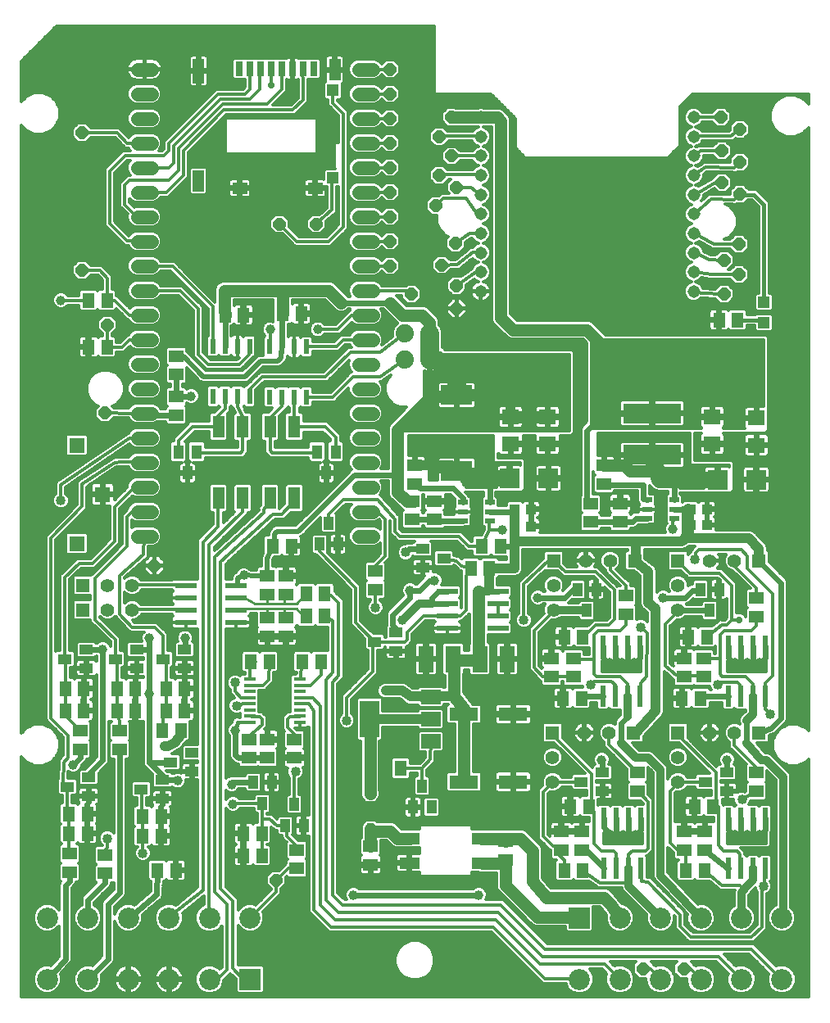
<source format=gtl>
G75*
%MOIN*%
%OFA0B0*%
%FSLAX25Y25*%
%IPPOS*%
%LPD*%
%AMOC8*
5,1,8,0,0,1.08239X$1,22.5*
%
%ADD10C,0.08600*%
%ADD11R,0.08600X0.08600*%
%ADD12C,0.05150*%
%ADD13R,0.02362X0.08661*%
%ADD14R,0.02362X0.06299*%
%ADD15R,0.08661X0.02362*%
%ADD16R,0.03150X0.05906*%
%ADD17R,0.04528X0.09843*%
%ADD18R,0.04528X0.08661*%
%ADD19R,0.04567X0.04921*%
%ADD20R,0.04567X0.04724*%
%ADD21R,0.05906X0.04528*%
%ADD22R,0.05118X0.05906*%
%ADD23R,0.05600X0.05600*%
%ADD24C,0.05600*%
%ADD25R,0.05512X0.03937*%
%ADD26R,0.05906X0.05118*%
%ADD27C,0.07400*%
%ADD28R,0.03937X0.05512*%
%ADD29OC8,0.05150*%
%ADD30R,0.05000X0.01500*%
%ADD31R,0.03937X0.02362*%
%ADD32R,0.07874X0.07874*%
%ADD33R,0.12600X0.07900*%
%ADD34R,0.23622X0.07874*%
%ADD35R,0.04331X0.03937*%
%ADD36R,0.07087X0.06299*%
%ADD37R,0.04700X0.08700*%
%ADD38R,0.07874X0.05906*%
%ADD39R,0.07874X0.14961*%
%ADD40R,0.05000X0.06400*%
%ADD41R,0.07874X0.04724*%
%ADD42R,0.11811X0.05512*%
%ADD43C,0.05600*%
%ADD44R,0.02756X0.04724*%
%ADD45R,0.06496X0.06496*%
%ADD46R,0.06299X0.10630*%
%ADD47R,0.04724X0.04724*%
%ADD48C,0.03200*%
%ADD49C,0.02400*%
%ADD50C,0.01200*%
%ADD51C,0.04000*%
%ADD52C,0.04000*%
%ADD53C,0.03962*%
%ADD54C,0.05000*%
%ADD55C,0.02000*%
%ADD56C,0.01600*%
%ADD57C,0.07600*%
%ADD58C,0.02900*%
%ADD59C,0.01000*%
%ADD60C,0.06600*%
D10*
X0107307Y0071480D03*
X0123803Y0071480D03*
X0140299Y0071480D03*
X0156795Y0071480D03*
X0173291Y0071480D03*
X0173291Y0096480D03*
X0156795Y0096480D03*
X0140299Y0096480D03*
X0123803Y0096480D03*
X0107307Y0096480D03*
X0189787Y0096480D03*
X0323842Y0071480D03*
X0340299Y0071480D03*
X0356756Y0071480D03*
X0373212Y0071480D03*
X0389669Y0071480D03*
X0406126Y0071480D03*
X0406126Y0096480D03*
X0389669Y0096480D03*
X0373212Y0096480D03*
X0356756Y0096480D03*
X0340299Y0096480D03*
D11*
X0323842Y0096480D03*
X0189787Y0071480D03*
D12*
X0283685Y0351401D03*
X0283685Y0359275D03*
X0283685Y0367149D03*
X0283685Y0375023D03*
X0283685Y0382897D03*
X0283685Y0390771D03*
X0283685Y0398645D03*
X0283685Y0406519D03*
X0283685Y0414393D03*
X0283685Y0422267D03*
X0370299Y0422267D03*
X0370299Y0414393D03*
X0370299Y0406519D03*
X0370299Y0398645D03*
X0370299Y0390771D03*
X0370299Y0382897D03*
X0370299Y0375023D03*
X0370299Y0367149D03*
X0370299Y0359275D03*
X0370299Y0351401D03*
D13*
X0384334Y0207071D03*
X0389334Y0207071D03*
X0394334Y0207071D03*
X0399334Y0207071D03*
X0399334Y0186598D03*
X0394334Y0186598D03*
X0389334Y0186598D03*
X0384334Y0186598D03*
X0348334Y0186598D03*
X0343334Y0186598D03*
X0338334Y0186598D03*
X0333334Y0186598D03*
X0333334Y0207071D03*
X0338334Y0207071D03*
X0343334Y0207071D03*
X0348334Y0207071D03*
X0348834Y0137071D03*
X0343834Y0137071D03*
X0338834Y0137071D03*
X0333834Y0137071D03*
X0333834Y0116598D03*
X0338834Y0116598D03*
X0343834Y0116598D03*
X0348834Y0116598D03*
X0384334Y0116598D03*
X0389334Y0116598D03*
X0394334Y0116598D03*
X0399334Y0116598D03*
X0399334Y0137071D03*
X0394334Y0137071D03*
X0389334Y0137071D03*
X0384334Y0137071D03*
D14*
X0212752Y0308413D03*
X0207752Y0308413D03*
X0202752Y0308413D03*
X0197752Y0308413D03*
X0189602Y0308689D03*
X0184602Y0308689D03*
X0179602Y0308689D03*
X0174602Y0308689D03*
X0197752Y0328885D03*
X0202752Y0328885D03*
X0207752Y0328885D03*
X0212752Y0328885D03*
X0189602Y0329161D03*
X0184602Y0329161D03*
X0179602Y0329161D03*
X0174602Y0329161D03*
D15*
X0184071Y0231834D03*
X0184071Y0226834D03*
X0184071Y0221834D03*
X0184071Y0216834D03*
X0163598Y0216834D03*
X0163598Y0221834D03*
X0163598Y0226834D03*
X0163598Y0231834D03*
X0270098Y0229334D03*
X0270098Y0224334D03*
X0270098Y0219334D03*
X0270098Y0214334D03*
X0290571Y0214334D03*
X0290571Y0219334D03*
X0290571Y0224334D03*
X0290571Y0229334D03*
D16*
X0215693Y0442027D03*
X0211362Y0442027D03*
X0207031Y0442027D03*
X0202700Y0442027D03*
X0198370Y0442027D03*
X0194039Y0442027D03*
X0189708Y0442027D03*
X0185378Y0442027D03*
D17*
X0168803Y0441043D03*
D18*
X0224241Y0441634D03*
X0168803Y0396437D03*
D19*
X0223527Y0433169D03*
D20*
X0223527Y0397736D03*
D21*
X0216283Y0393405D03*
X0185653Y0393405D03*
D22*
X0131574Y0347834D03*
X0124094Y0347834D03*
X0124094Y0328834D03*
X0131574Y0328834D03*
X0179594Y0341834D03*
X0187074Y0341834D03*
X0203094Y0342334D03*
X0210574Y0342334D03*
X0206574Y0247834D03*
X0199094Y0247834D03*
X0212594Y0228334D03*
X0220074Y0228334D03*
X0220074Y0219334D03*
X0212594Y0219334D03*
X0211094Y0200834D03*
X0218574Y0200834D03*
X0197574Y0200834D03*
X0190094Y0200834D03*
X0163174Y0189834D03*
X0155694Y0189834D03*
X0155594Y0180834D03*
X0163074Y0180834D03*
X0161574Y0172834D03*
X0154094Y0172834D03*
X0143074Y0180834D03*
X0135594Y0180834D03*
X0135694Y0189834D03*
X0143174Y0189834D03*
X0122174Y0189834D03*
X0114694Y0189834D03*
X0114594Y0180834D03*
X0122074Y0180834D03*
X0123574Y0138834D03*
X0116094Y0138834D03*
X0116094Y0130834D03*
X0123574Y0130834D03*
X0146094Y0129834D03*
X0153574Y0129834D03*
X0153574Y0137834D03*
X0146094Y0137834D03*
X0152094Y0115834D03*
X0159574Y0115834D03*
X0187094Y0121834D03*
X0194574Y0121834D03*
X0194574Y0130834D03*
X0187094Y0130834D03*
X0317594Y0115834D03*
X0325074Y0115834D03*
X0327574Y0141834D03*
X0320094Y0141834D03*
X0370594Y0141834D03*
X0378074Y0141834D03*
X0374574Y0115834D03*
X0367094Y0115834D03*
X0365494Y0185834D03*
X0372974Y0185834D03*
X0375574Y0210834D03*
X0368094Y0210834D03*
X0325074Y0210834D03*
X0317594Y0210834D03*
X0317094Y0185834D03*
X0324574Y0185834D03*
X0287074Y0238834D03*
X0279594Y0238834D03*
X0284094Y0247834D03*
X0291574Y0247834D03*
X0380594Y0339834D03*
X0388074Y0339834D03*
D23*
X0396834Y0241834D03*
X0363834Y0241834D03*
X0346334Y0241834D03*
X0313334Y0241834D03*
X0312834Y0171834D03*
X0345834Y0171834D03*
X0363834Y0171834D03*
X0396834Y0171834D03*
X0121834Y0221834D03*
X0121834Y0231834D03*
D24*
X0131834Y0231834D03*
X0141834Y0231834D03*
X0141834Y0221834D03*
X0131834Y0221834D03*
X0313334Y0221834D03*
X0313334Y0231834D03*
X0326334Y0241834D03*
X0336334Y0241834D03*
X0363834Y0231834D03*
X0376834Y0241834D03*
X0386834Y0241834D03*
X0363834Y0221834D03*
X0376834Y0171834D03*
X0386834Y0171834D03*
X0363834Y0161834D03*
X0363834Y0151834D03*
X0335834Y0171834D03*
X0325834Y0171834D03*
X0312834Y0161834D03*
X0312834Y0151834D03*
D25*
X0324504Y0151834D03*
X0333165Y0148094D03*
X0333165Y0155574D03*
X0375004Y0151834D03*
X0383665Y0148094D03*
X0383665Y0155574D03*
X0249165Y0205094D03*
X0249165Y0212574D03*
X0240504Y0208834D03*
X0260004Y0239094D03*
X0260004Y0246574D03*
X0268665Y0242834D03*
X0163165Y0205574D03*
X0154504Y0201834D03*
X0163165Y0198094D03*
X0143665Y0198094D03*
X0135004Y0201834D03*
X0143665Y0205574D03*
X0123165Y0205574D03*
X0114504Y0201834D03*
X0123165Y0198094D03*
X0166165Y0163574D03*
X0157504Y0159834D03*
X0166165Y0156094D03*
X0154165Y0152574D03*
X0154165Y0145094D03*
X0145504Y0148834D03*
X0124165Y0146094D03*
X0115504Y0149834D03*
X0124165Y0153574D03*
D26*
X0120834Y0165094D03*
X0120834Y0172574D03*
X0136834Y0172574D03*
X0136834Y0165094D03*
X0189334Y0161594D03*
X0196834Y0161594D03*
X0207834Y0161594D03*
X0207834Y0169074D03*
X0196834Y0169074D03*
X0189334Y0169074D03*
X0196834Y0211094D03*
X0204334Y0211094D03*
X0204334Y0218574D03*
X0196834Y0218574D03*
X0196834Y0228094D03*
X0196834Y0235574D03*
X0204334Y0235574D03*
X0204334Y0228094D03*
X0240834Y0230094D03*
X0240834Y0237574D03*
X0255834Y0258594D03*
X0264834Y0258594D03*
X0264834Y0266074D03*
X0255834Y0266074D03*
X0256834Y0273094D03*
X0256834Y0280574D03*
X0328334Y0265074D03*
X0333834Y0273094D03*
X0340334Y0265074D03*
X0340334Y0257594D03*
X0328334Y0257594D03*
X0333834Y0280574D03*
X0342834Y0227574D03*
X0342834Y0220094D03*
X0321334Y0202074D03*
X0321334Y0194594D03*
X0312434Y0194594D03*
X0312434Y0202074D03*
X0366334Y0202074D03*
X0374334Y0202074D03*
X0374334Y0194594D03*
X0366334Y0194594D03*
X0395834Y0219094D03*
X0395834Y0226574D03*
X0395834Y0155574D03*
X0395834Y0148094D03*
X0374834Y0131574D03*
X0366334Y0131574D03*
X0366334Y0124094D03*
X0374834Y0124094D03*
X0347334Y0148094D03*
X0347334Y0155574D03*
X0324834Y0131574D03*
X0316334Y0131574D03*
X0316334Y0124094D03*
X0324834Y0124094D03*
X0293834Y0127574D03*
X0293834Y0120094D03*
X0238834Y0118094D03*
X0238834Y0125574D03*
X0208834Y0124074D03*
X0208834Y0116594D03*
X0130834Y0114594D03*
X0130834Y0122074D03*
X0116334Y0122574D03*
X0116334Y0115094D03*
X0159834Y0301094D03*
X0159834Y0308574D03*
X0159834Y0317594D03*
X0159834Y0325074D03*
D27*
X0252834Y0323834D03*
X0262834Y0323834D03*
X0262834Y0334334D03*
X0252834Y0334334D03*
D28*
X0224574Y0286165D03*
X0217094Y0286165D03*
X0220834Y0277504D03*
X0221834Y0257165D03*
X0218094Y0248504D03*
X0225574Y0248504D03*
X0164334Y0277504D03*
X0160594Y0286165D03*
X0168074Y0286165D03*
X0323094Y0230165D03*
X0330574Y0230165D03*
X0326834Y0221504D03*
X0373094Y0230165D03*
X0380574Y0230165D03*
X0376834Y0221504D03*
X0259834Y0150165D03*
X0256094Y0141504D03*
X0263574Y0141504D03*
X0211574Y0134004D03*
X0204094Y0134004D03*
X0207834Y0142665D03*
X0194834Y0143004D03*
X0191094Y0151665D03*
X0198574Y0151665D03*
D29*
X0200334Y0111834D03*
X0349834Y0075834D03*
X0366334Y0075834D03*
X0150834Y0239834D03*
X0130756Y0301867D03*
X0131834Y0337834D03*
X0121504Y0359882D03*
X0201834Y0378834D03*
X0216834Y0378834D03*
X0246834Y0381834D03*
X0246834Y0371834D03*
X0246834Y0361834D03*
X0267740Y0362149D03*
X0273795Y0353775D03*
X0273740Y0344401D03*
X0255334Y0350334D03*
X0273295Y0371023D03*
X0265240Y0386397D03*
X0273795Y0393771D03*
X0266740Y0398645D03*
X0271795Y0406519D03*
X0266740Y0414433D03*
X0271795Y0422274D03*
X0246834Y0421834D03*
X0246834Y0431834D03*
X0246834Y0441834D03*
X0246834Y0411834D03*
X0246834Y0401834D03*
X0246834Y0391834D03*
X0121504Y0415882D03*
X0381244Y0422267D03*
X0389086Y0417393D03*
X0381744Y0408559D03*
X0389086Y0404137D03*
X0381744Y0395756D03*
X0389078Y0390889D03*
X0388744Y0370531D03*
X0382578Y0364149D03*
X0388744Y0358275D03*
X0382586Y0350401D03*
D30*
X0210071Y0193584D03*
X0210071Y0191084D03*
X0210071Y0188584D03*
X0210071Y0186084D03*
X0210071Y0183584D03*
X0210071Y0181084D03*
X0210071Y0178584D03*
X0210071Y0176084D03*
X0189598Y0176084D03*
X0189598Y0178584D03*
X0189598Y0181084D03*
X0189598Y0183584D03*
X0189598Y0186084D03*
X0189598Y0188584D03*
X0189598Y0191084D03*
X0189598Y0193584D03*
D31*
X0276421Y0258094D03*
X0276421Y0261834D03*
X0276421Y0265574D03*
X0287248Y0265574D03*
X0287248Y0261834D03*
X0287248Y0258094D03*
X0351421Y0259094D03*
X0351421Y0262834D03*
X0351421Y0266574D03*
X0362248Y0266574D03*
X0362248Y0262834D03*
X0362248Y0259094D03*
D32*
X0379960Y0274834D03*
X0395708Y0274834D03*
X0311208Y0275334D03*
X0295460Y0275334D03*
D33*
X0273834Y0278484D03*
X0273834Y0309184D03*
D34*
X0353334Y0301799D03*
X0353334Y0284870D03*
D35*
X0368988Y0262834D03*
X0368988Y0256334D03*
X0375681Y0256334D03*
X0375681Y0262834D03*
X0304181Y0262834D03*
X0297488Y0262834D03*
X0297488Y0255834D03*
X0304181Y0255834D03*
D36*
X0310834Y0289323D03*
X0310834Y0300346D03*
X0295834Y0300346D03*
X0295834Y0289323D03*
X0377834Y0289323D03*
X0377834Y0300346D03*
X0395834Y0299846D03*
X0395834Y0288823D03*
D37*
X0207784Y0296384D03*
X0197884Y0296384D03*
X0186784Y0296384D03*
X0176884Y0296384D03*
X0176884Y0267284D03*
X0186784Y0267284D03*
X0197884Y0267284D03*
X0207784Y0267284D03*
D38*
X0263236Y0186389D03*
X0263236Y0177334D03*
X0263236Y0168279D03*
D39*
X0238433Y0177334D03*
D40*
X0238584Y0157334D03*
X0251084Y0157334D03*
D41*
X0254571Y0128834D03*
X0254571Y0118834D03*
X0284098Y0118834D03*
X0284098Y0128834D03*
D42*
X0276834Y0151834D03*
X0296834Y0151834D03*
X0296834Y0179334D03*
X0276834Y0179334D03*
D43*
X0239634Y0251834D02*
X0234034Y0251834D01*
X0234034Y0261834D02*
X0239634Y0261834D01*
X0239634Y0271834D02*
X0234034Y0271834D01*
X0234034Y0281834D02*
X0239634Y0281834D01*
X0239634Y0291834D02*
X0234034Y0291834D01*
X0234034Y0301834D02*
X0239634Y0301834D01*
X0239634Y0311834D02*
X0234034Y0311834D01*
X0234034Y0321834D02*
X0239634Y0321834D01*
X0239634Y0331834D02*
X0234034Y0331834D01*
X0234034Y0341834D02*
X0239634Y0341834D01*
X0239634Y0351834D02*
X0234034Y0351834D01*
X0234034Y0361834D02*
X0239634Y0361834D01*
X0239634Y0371834D02*
X0234034Y0371834D01*
X0234034Y0381834D02*
X0239634Y0381834D01*
X0239634Y0391834D02*
X0234034Y0391834D01*
X0234034Y0401834D02*
X0239634Y0401834D01*
X0239634Y0411834D02*
X0234034Y0411834D01*
X0234034Y0421834D02*
X0239634Y0421834D01*
X0239634Y0431834D02*
X0234034Y0431834D01*
X0234034Y0441834D02*
X0239634Y0441834D01*
X0149634Y0441834D02*
X0144034Y0441834D01*
X0144034Y0431834D02*
X0149634Y0431834D01*
X0149634Y0421834D02*
X0144034Y0421834D01*
X0144034Y0411834D02*
X0149634Y0411834D01*
X0149634Y0401834D02*
X0144034Y0401834D01*
X0144034Y0391834D02*
X0149634Y0391834D01*
X0149634Y0381834D02*
X0144034Y0381834D01*
X0144034Y0371834D02*
X0149634Y0371834D01*
X0149634Y0361834D02*
X0144034Y0361834D01*
X0144034Y0351834D02*
X0149634Y0351834D01*
X0149634Y0341834D02*
X0144034Y0341834D01*
X0144034Y0331834D02*
X0149634Y0331834D01*
X0149634Y0321834D02*
X0144034Y0321834D01*
X0144034Y0311834D02*
X0149634Y0311834D01*
X0149634Y0301834D02*
X0144034Y0301834D01*
X0144034Y0291834D02*
X0149634Y0291834D01*
X0149634Y0281834D02*
X0144034Y0281834D01*
X0144034Y0271834D02*
X0149634Y0271834D01*
X0149634Y0261834D02*
X0144034Y0261834D01*
X0144034Y0251834D02*
X0149634Y0251834D01*
D44*
X0238834Y0147118D03*
X0238834Y0132551D03*
D45*
X0119234Y0248834D03*
X0129834Y0268834D03*
X0119234Y0288834D03*
D46*
X0261323Y0201834D03*
X0272346Y0201834D03*
X0283323Y0201834D03*
X0294346Y0201834D03*
D47*
X0398834Y0338700D03*
X0398834Y0346968D03*
D48*
X0368988Y0263034D02*
X0368134Y0263034D01*
X0368988Y0263034D02*
X0368988Y0262834D01*
X0368988Y0256334D02*
X0368988Y0255834D01*
X0367834Y0255834D01*
X0326834Y0221504D02*
X0326504Y0221834D01*
X0313334Y0221834D01*
X0286834Y0229334D02*
X0287074Y0230574D01*
X0286834Y0229334D02*
X0282834Y0229334D01*
X0263834Y0224334D02*
X0258834Y0224334D01*
X0251834Y0217834D01*
X0340834Y0167834D02*
X0346834Y0161834D01*
X0351834Y0161834D01*
X0356834Y0156834D01*
X0356834Y0113834D01*
X0372189Y0097480D01*
X0389669Y0096480D02*
X0389834Y0106834D01*
X0391088Y0108314D01*
X0394334Y0112145D01*
X0394334Y0116598D01*
X0406834Y0097189D02*
X0406126Y0096480D01*
X0406834Y0097189D02*
X0406834Y0153834D01*
X0399834Y0160834D01*
X0397834Y0160834D01*
X0391834Y0167834D01*
X0391834Y0176834D02*
X0394334Y0179334D01*
X0394334Y0186598D01*
X0343334Y0186598D02*
X0343334Y0178334D01*
X0343834Y0116598D02*
X0343834Y0110834D01*
X0343834Y0109401D01*
X0356756Y0096480D01*
X0284223Y0118709D02*
X0284223Y0118834D01*
X0284098Y0118834D01*
D49*
X0282834Y0105834D02*
X0231834Y0105834D01*
X0191094Y0151665D02*
X0183004Y0151665D01*
X0182334Y0150834D01*
X0185074Y0161594D02*
X0183834Y0162834D01*
X0183834Y0172834D01*
X0185074Y0161594D02*
X0189334Y0161594D01*
X0196834Y0161594D01*
X0160334Y0152334D02*
X0157405Y0152834D01*
X0154165Y0152574D01*
X0154234Y0154305D01*
X0148834Y0159834D01*
X0157504Y0159834D01*
X0148834Y0159834D02*
X0148834Y0187834D01*
X0148834Y0205834D01*
X0148834Y0210334D01*
X0148834Y0205834D02*
X0147094Y0205574D01*
X0143665Y0205574D01*
X0129834Y0205834D02*
X0128425Y0205834D01*
X0123165Y0205574D01*
X0129834Y0205834D02*
X0129834Y0160834D01*
X0124174Y0154874D01*
X0124165Y0153574D01*
X0117834Y0158834D02*
X0120834Y0161834D01*
X0120834Y0165094D01*
X0136834Y0165094D02*
X0136834Y0106834D01*
X0132134Y0102134D01*
X0132134Y0079811D01*
X0123803Y0071480D01*
X0114634Y0079708D02*
X0114634Y0109534D01*
X0116334Y0111334D01*
X0116334Y0115094D01*
X0123834Y0103834D02*
X0130834Y0110834D01*
X0130834Y0114594D01*
X0123834Y0103834D02*
X0123803Y0096480D01*
X0140299Y0096480D02*
X0151834Y0106015D01*
X0152094Y0115834D01*
X0114634Y0079708D02*
X0107307Y0071480D01*
X0163165Y0205574D02*
X0163334Y0209405D01*
X0163334Y0210334D01*
X0247834Y0215834D02*
X0248834Y0214834D01*
X0248834Y0212905D01*
X0249165Y0212574D01*
X0247834Y0215834D02*
X0247834Y0219834D01*
X0254834Y0226834D01*
X0254834Y0229834D01*
X0258834Y0229834D01*
X0262834Y0233834D01*
X0264834Y0233834D01*
X0266334Y0229334D02*
X0263834Y0226834D01*
X0263834Y0224334D01*
X0270098Y0224334D01*
X0270098Y0229334D02*
X0266334Y0229334D01*
X0286834Y0229334D02*
X0290571Y0229334D01*
X0306834Y0226834D02*
X0317834Y0226834D01*
X0321165Y0230165D01*
X0323094Y0230165D01*
X0346334Y0241834D02*
X0346834Y0242334D01*
X0345234Y0257634D02*
X0340334Y0257594D01*
X0328334Y0257594D01*
X0328334Y0265074D02*
X0326834Y0266074D01*
X0326834Y0294834D01*
X0333834Y0301834D01*
X0335834Y0301834D01*
X0338834Y0301834D01*
X0338870Y0301799D02*
X0353334Y0301799D01*
X0361834Y0274834D02*
X0362248Y0274421D01*
X0362248Y0266574D01*
X0362248Y0262834D02*
X0368134Y0263034D01*
X0351421Y0266574D02*
X0349834Y0267064D01*
X0349834Y0272824D01*
X0334094Y0272834D01*
X0333834Y0273094D01*
X0346694Y0259094D02*
X0345234Y0257634D01*
X0346694Y0259094D02*
X0351421Y0259094D01*
X0369665Y0229665D02*
X0373094Y0230165D01*
X0369665Y0229665D02*
X0366834Y0226834D01*
X0357834Y0226834D01*
X0363834Y0221834D02*
X0365665Y0221504D01*
X0376834Y0221504D01*
X0384334Y0207071D02*
X0384334Y0202334D01*
X0386834Y0199834D01*
X0389334Y0199834D01*
X0392834Y0199834D01*
X0396834Y0199834D01*
X0399334Y0202334D01*
X0399334Y0207071D01*
X0394334Y0207071D02*
X0394334Y0201334D01*
X0392834Y0199834D01*
X0389334Y0199834D02*
X0389334Y0207071D01*
X0384334Y0186598D02*
X0373011Y0186598D01*
X0372974Y0185834D01*
X0391834Y0176834D02*
X0391834Y0167834D01*
X0396834Y0171834D02*
X0401834Y0173834D01*
X0405834Y0177834D01*
X0405834Y0232834D01*
X0396834Y0241834D01*
X0348334Y0207071D02*
X0348334Y0202334D01*
X0345834Y0199834D01*
X0340834Y0199834D01*
X0342834Y0199834D01*
X0343334Y0200334D01*
X0343334Y0207071D01*
X0338334Y0207071D02*
X0338334Y0202334D01*
X0340834Y0199834D01*
X0335834Y0199834D01*
X0333334Y0202334D01*
X0333334Y0207071D01*
X0333334Y0186598D02*
X0325338Y0186598D01*
X0324574Y0185834D01*
X0340834Y0175834D02*
X0340834Y0167834D01*
X0340834Y0175834D02*
X0343334Y0178334D01*
X0332834Y0160834D02*
X0333165Y0160504D01*
X0333165Y0155574D01*
X0333834Y0137071D02*
X0333834Y0133334D01*
X0337334Y0129834D01*
X0338834Y0129834D01*
X0338834Y0137071D01*
X0343834Y0137071D02*
X0343834Y0129834D01*
X0341834Y0129834D01*
X0338834Y0129834D01*
X0343834Y0129834D02*
X0346334Y0129834D01*
X0348834Y0132334D01*
X0348834Y0137071D01*
X0333834Y0116598D02*
X0326838Y0124094D01*
X0324834Y0124094D01*
X0374834Y0124094D02*
X0384098Y0116834D01*
X0384334Y0116598D01*
X0386834Y0129834D02*
X0392834Y0129834D01*
X0396834Y0129834D01*
X0399334Y0132334D01*
X0399334Y0137071D01*
X0394334Y0137071D02*
X0394334Y0131334D01*
X0392834Y0129834D01*
X0389334Y0129834D02*
X0386834Y0129834D01*
X0389334Y0130334D01*
X0389334Y0137071D01*
X0384334Y0137071D02*
X0384334Y0132334D01*
X0386834Y0129834D01*
X0383665Y0155574D02*
X0383834Y0155744D01*
X0383834Y0160834D01*
X0372189Y0097480D02*
X0373212Y0096480D01*
X0253084Y0245234D02*
X0254463Y0246534D01*
X0260004Y0246574D01*
X0255834Y0258594D02*
X0264834Y0258594D01*
X0267834Y0258094D01*
X0276421Y0258094D01*
X0287248Y0261834D02*
X0296834Y0261834D01*
X0297488Y0262488D01*
X0297488Y0262834D01*
X0287248Y0265574D02*
X0287248Y0274921D01*
X0286834Y0275334D01*
X0276421Y0267248D02*
X0272334Y0271334D01*
X0259074Y0271334D01*
X0256834Y0273094D01*
X0249834Y0276834D02*
X0232384Y0276834D01*
X0276421Y0267248D02*
X0276421Y0265574D01*
X0291574Y0247834D02*
X0295834Y0247834D01*
X0297334Y0249834D01*
X0202752Y0328885D02*
X0202752Y0338992D01*
X0203094Y0342334D01*
X0179594Y0341834D02*
X0179594Y0329169D01*
X0179602Y0329161D01*
X0159834Y0317594D02*
X0159834Y0308574D01*
X0160094Y0308834D01*
X0165834Y0308834D01*
X0159834Y0301094D02*
X0147574Y0301094D01*
X0146834Y0301834D01*
X0226834Y0346834D02*
X0246834Y0346834D01*
D50*
X0096684Y0162148D02*
X0096684Y0064184D01*
X0416984Y0064184D01*
X0416984Y0161106D01*
X0415592Y0159714D01*
X0412505Y0158435D01*
X0409164Y0158435D01*
X0406077Y0159714D01*
X0403714Y0162077D01*
X0402435Y0165164D01*
X0402435Y0168505D01*
X0403714Y0171592D01*
X0406077Y0173955D01*
X0409164Y0175234D01*
X0412505Y0175234D01*
X0415592Y0173955D01*
X0416984Y0172563D01*
X0416984Y0418148D01*
X0416955Y0418077D01*
X0414592Y0415714D01*
X0411505Y0414435D01*
X0408164Y0414435D01*
X0405077Y0415714D01*
X0402714Y0418077D01*
X0401435Y0421164D01*
X0401435Y0424505D01*
X0402714Y0427592D01*
X0405077Y0429955D01*
X0408164Y0431234D01*
X0411505Y0431234D01*
X0414592Y0429955D01*
X0416955Y0427592D01*
X0416984Y0427521D01*
X0416984Y0431834D01*
X0369834Y0431834D01*
X0364834Y0426834D01*
X0364834Y0410834D01*
X0359834Y0405834D01*
X0301834Y0405834D01*
X0297834Y0409834D01*
X0297834Y0421834D01*
X0287834Y0431834D01*
X0264834Y0431834D01*
X0264834Y0459484D01*
X0111056Y0459484D01*
X0096684Y0445113D01*
X0096684Y0428521D01*
X0096714Y0428592D01*
X0099077Y0430955D01*
X0102164Y0432234D01*
X0105505Y0432234D01*
X0108592Y0430955D01*
X0110955Y0428592D01*
X0112234Y0425505D01*
X0112234Y0422164D01*
X0110955Y0419077D01*
X0108592Y0416714D01*
X0105505Y0415435D01*
X0102164Y0415435D01*
X0099077Y0416714D01*
X0096714Y0419077D01*
X0096684Y0419148D01*
X0096684Y0171521D01*
X0096714Y0171592D01*
X0099077Y0173955D01*
X0102164Y0175234D01*
X0105505Y0175234D01*
X0108592Y0173955D01*
X0110955Y0171592D01*
X0112234Y0168505D01*
X0112234Y0165164D01*
X0110955Y0162077D01*
X0108592Y0159714D01*
X0105505Y0158435D01*
X0102164Y0158435D01*
X0099077Y0159714D01*
X0096714Y0162077D01*
X0096684Y0162148D01*
X0096684Y0161311D02*
X0097480Y0161311D01*
X0096684Y0160112D02*
X0098678Y0160112D01*
X0096684Y0158914D02*
X0101008Y0158914D01*
X0096684Y0157715D02*
X0111885Y0157715D01*
X0111875Y0156517D02*
X0096684Y0156517D01*
X0096684Y0155318D02*
X0111865Y0155318D01*
X0111854Y0154120D02*
X0096684Y0154120D01*
X0096684Y0152921D02*
X0111844Y0152921D01*
X0111843Y0152878D02*
X0111348Y0152383D01*
X0111348Y0147286D01*
X0112168Y0146466D01*
X0113534Y0146466D01*
X0113534Y0143187D01*
X0112955Y0143187D01*
X0112135Y0142367D01*
X0112135Y0135302D01*
X0112602Y0134834D01*
X0112135Y0134367D01*
X0112135Y0127302D01*
X0112903Y0126534D01*
X0112802Y0126534D01*
X0111982Y0125713D01*
X0111982Y0119436D01*
X0112583Y0118834D01*
X0111982Y0118233D01*
X0111982Y0111955D01*
X0112680Y0111257D01*
X0112430Y0111007D01*
X0112415Y0110972D01*
X0112389Y0110944D01*
X0112218Y0110495D01*
X0112034Y0110051D01*
X0112034Y0110013D01*
X0112021Y0109977D01*
X0112034Y0109497D01*
X0112034Y0099813D01*
X0110536Y0101312D01*
X0108441Y0102180D01*
X0106173Y0102180D01*
X0104078Y0101312D01*
X0102475Y0099709D01*
X0101607Y0097614D01*
X0101607Y0095346D01*
X0102475Y0093251D01*
X0104078Y0091648D01*
X0106173Y0090780D01*
X0108441Y0090780D01*
X0110536Y0091648D01*
X0112034Y0093147D01*
X0112034Y0080697D01*
X0108777Y0077040D01*
X0108441Y0077180D01*
X0106173Y0077180D01*
X0104078Y0076312D01*
X0102475Y0074709D01*
X0101607Y0072614D01*
X0101607Y0070346D01*
X0102475Y0068251D01*
X0104078Y0066648D01*
X0106173Y0065780D01*
X0108441Y0065780D01*
X0110536Y0066648D01*
X0112139Y0068251D01*
X0113007Y0070346D01*
X0113007Y0072614D01*
X0112623Y0073540D01*
X0116526Y0077922D01*
X0116838Y0078235D01*
X0116868Y0078307D01*
X0116920Y0078365D01*
X0117065Y0078782D01*
X0117234Y0079190D01*
X0117234Y0079268D01*
X0117260Y0079341D01*
X0117234Y0079783D01*
X0117234Y0108501D01*
X0118199Y0109522D01*
X0118538Y0109862D01*
X0118553Y0109897D01*
X0118580Y0109925D01*
X0118751Y0110374D01*
X0118934Y0110817D01*
X0118934Y0110856D01*
X0118948Y0110892D01*
X0118941Y0111135D01*
X0119867Y0111135D01*
X0120687Y0111955D01*
X0120687Y0118233D01*
X0120086Y0118834D01*
X0120687Y0119436D01*
X0120687Y0125713D01*
X0119867Y0126534D01*
X0119285Y0126534D01*
X0119704Y0126953D01*
X0119735Y0126899D01*
X0120033Y0126601D01*
X0120398Y0126391D01*
X0120805Y0126282D01*
X0122974Y0126282D01*
X0122974Y0130234D01*
X0124174Y0130234D01*
X0124174Y0126282D01*
X0126344Y0126282D01*
X0126751Y0126391D01*
X0127116Y0126601D01*
X0127414Y0126899D01*
X0127624Y0127264D01*
X0127734Y0127671D01*
X0127734Y0130234D01*
X0124175Y0130234D01*
X0124175Y0131434D01*
X0127734Y0131434D01*
X0127734Y0133998D01*
X0127624Y0134405D01*
X0127414Y0134769D01*
X0127349Y0134834D01*
X0127414Y0134899D01*
X0127624Y0135264D01*
X0127734Y0135671D01*
X0127734Y0138234D01*
X0124175Y0138234D01*
X0124175Y0139434D01*
X0127734Y0139434D01*
X0127734Y0141998D01*
X0127624Y0142405D01*
X0127498Y0142624D01*
X0127538Y0142635D01*
X0127903Y0142845D01*
X0128201Y0143143D01*
X0128412Y0143508D01*
X0128521Y0143915D01*
X0128521Y0145710D01*
X0124549Y0145710D01*
X0124549Y0143387D01*
X0124174Y0143387D01*
X0124174Y0139434D01*
X0122974Y0139434D01*
X0122974Y0142526D01*
X0123781Y0142526D01*
X0123781Y0145710D01*
X0124549Y0145710D01*
X0124549Y0146478D01*
X0128521Y0146478D01*
X0128521Y0148273D01*
X0128412Y0148680D01*
X0128201Y0149045D01*
X0127903Y0149343D01*
X0127538Y0149554D01*
X0127132Y0149663D01*
X0124549Y0149663D01*
X0124549Y0146478D01*
X0123781Y0146478D01*
X0123781Y0145710D01*
X0119809Y0145710D01*
X0119809Y0143915D01*
X0119918Y0143508D01*
X0120129Y0143143D01*
X0120142Y0143130D01*
X0120033Y0143067D01*
X0119735Y0142769D01*
X0119704Y0142716D01*
X0119233Y0143187D01*
X0117534Y0143187D01*
X0117534Y0146466D01*
X0118839Y0146466D01*
X0119659Y0147286D01*
X0119659Y0152383D01*
X0118839Y0153203D01*
X0115846Y0153203D01*
X0115871Y0156016D01*
X0115919Y0155968D01*
X0117162Y0155453D01*
X0118507Y0155453D01*
X0119750Y0155968D01*
X0120701Y0156919D01*
X0121215Y0158162D01*
X0121215Y0158538D01*
X0123038Y0160362D01*
X0123359Y0161135D01*
X0124367Y0161135D01*
X0125187Y0161955D01*
X0125187Y0168233D01*
X0124586Y0168834D01*
X0125187Y0169436D01*
X0125187Y0175713D01*
X0124619Y0176282D01*
X0124844Y0176282D01*
X0125251Y0176391D01*
X0125616Y0176601D01*
X0125914Y0176899D01*
X0126124Y0177264D01*
X0126234Y0177671D01*
X0126234Y0180234D01*
X0122675Y0180234D01*
X0122675Y0181434D01*
X0126234Y0181434D01*
X0126234Y0183998D01*
X0126124Y0184405D01*
X0125914Y0184769D01*
X0125616Y0185067D01*
X0125251Y0185278D01*
X0125091Y0185321D01*
X0125351Y0185391D01*
X0125716Y0185601D01*
X0126014Y0185899D01*
X0126224Y0186264D01*
X0126334Y0186671D01*
X0126334Y0189234D01*
X0122775Y0189234D01*
X0122775Y0190434D01*
X0126334Y0190434D01*
X0126334Y0192998D01*
X0126224Y0193405D01*
X0126014Y0193769D01*
X0125716Y0194067D01*
X0125351Y0194278D01*
X0124944Y0194387D01*
X0122774Y0194387D01*
X0122774Y0190434D01*
X0121574Y0190434D01*
X0121574Y0194387D01*
X0119405Y0194387D01*
X0118998Y0194278D01*
X0118633Y0194067D01*
X0118335Y0193769D01*
X0118304Y0193716D01*
X0117833Y0194187D01*
X0116694Y0194187D01*
X0116694Y0198466D01*
X0117839Y0198466D01*
X0118659Y0199286D01*
X0118659Y0204383D01*
X0117839Y0205203D01*
X0116534Y0205203D01*
X0116534Y0234256D01*
X0121113Y0238834D01*
X0126663Y0238834D01*
X0127834Y0240006D01*
X0136834Y0249006D01*
X0136834Y0263006D01*
X0141971Y0268143D01*
X0143199Y0267634D01*
X0150470Y0267634D01*
X0152013Y0268274D01*
X0153195Y0269455D01*
X0153834Y0270999D01*
X0153834Y0272670D01*
X0153195Y0274213D01*
X0152013Y0275395D01*
X0150470Y0276034D01*
X0143199Y0276034D01*
X0141655Y0275395D01*
X0140474Y0274213D01*
X0139834Y0272670D01*
X0139834Y0271663D01*
X0134682Y0266511D01*
X0134682Y0268352D01*
X0130317Y0268352D01*
X0130317Y0269317D01*
X0129352Y0269317D01*
X0129352Y0273682D01*
X0126376Y0273682D01*
X0126010Y0273584D01*
X0135456Y0279847D01*
X0137255Y0279884D01*
X0140296Y0279884D01*
X0140474Y0279455D01*
X0141655Y0278274D01*
X0143199Y0277634D01*
X0150470Y0277634D01*
X0152013Y0278274D01*
X0153195Y0279455D01*
X0153834Y0280999D01*
X0153834Y0282670D01*
X0153195Y0284213D01*
X0152013Y0285395D01*
X0150470Y0286034D01*
X0143199Y0286034D01*
X0141655Y0285395D01*
X0140474Y0284213D01*
X0140337Y0283884D01*
X0138038Y0283884D01*
X0138021Y0283901D01*
X0137214Y0283884D01*
X0136406Y0283884D01*
X0136389Y0283867D01*
X0135014Y0283838D01*
X0134420Y0283959D01*
X0134213Y0283822D01*
X0133964Y0283817D01*
X0133544Y0283379D01*
X0120732Y0274884D01*
X0120506Y0274884D01*
X0120062Y0274440D01*
X0119539Y0274093D01*
X0119494Y0273872D01*
X0119334Y0273713D01*
X0119334Y0273085D01*
X0119210Y0272470D01*
X0119334Y0272282D01*
X0119334Y0264697D01*
X0107410Y0252439D01*
X0106834Y0251863D01*
X0106834Y0251847D01*
X0106823Y0251835D01*
X0106834Y0251020D01*
X0106834Y0177006D01*
X0113834Y0170006D01*
X0113834Y0162633D01*
X0112478Y0161206D01*
X0111911Y0160649D01*
X0111911Y0160610D01*
X0111883Y0160581D01*
X0111903Y0159787D01*
X0111843Y0152878D01*
X0111348Y0151723D02*
X0096684Y0151723D01*
X0096684Y0150524D02*
X0111348Y0150524D01*
X0111348Y0149326D02*
X0096684Y0149326D01*
X0096684Y0148127D02*
X0111348Y0148127D01*
X0111705Y0146929D02*
X0096684Y0146929D01*
X0096684Y0145730D02*
X0113534Y0145730D01*
X0113534Y0144532D02*
X0096684Y0144532D01*
X0096684Y0143333D02*
X0113534Y0143333D01*
X0112135Y0142135D02*
X0096684Y0142135D01*
X0096684Y0140936D02*
X0112135Y0140936D01*
X0112135Y0139738D02*
X0096684Y0139738D01*
X0096684Y0138539D02*
X0112135Y0138539D01*
X0112135Y0137341D02*
X0096684Y0137341D01*
X0096684Y0136142D02*
X0112135Y0136142D01*
X0112493Y0134944D02*
X0096684Y0134944D01*
X0096684Y0133745D02*
X0112135Y0133745D01*
X0112135Y0132546D02*
X0096684Y0132546D01*
X0096684Y0131348D02*
X0112135Y0131348D01*
X0112135Y0130149D02*
X0096684Y0130149D01*
X0096684Y0128951D02*
X0112135Y0128951D01*
X0112135Y0127752D02*
X0096684Y0127752D01*
X0096684Y0126554D02*
X0112883Y0126554D01*
X0111982Y0125355D02*
X0096684Y0125355D01*
X0096684Y0124157D02*
X0111982Y0124157D01*
X0111982Y0122958D02*
X0096684Y0122958D01*
X0096684Y0121760D02*
X0111982Y0121760D01*
X0111982Y0120561D02*
X0096684Y0120561D01*
X0096684Y0119363D02*
X0112054Y0119363D01*
X0111982Y0118164D02*
X0096684Y0118164D01*
X0096684Y0116966D02*
X0111982Y0116966D01*
X0111982Y0115767D02*
X0096684Y0115767D01*
X0096684Y0114569D02*
X0111982Y0114569D01*
X0111982Y0113370D02*
X0096684Y0113370D01*
X0096684Y0112172D02*
X0111982Y0112172D01*
X0112416Y0110973D02*
X0096684Y0110973D01*
X0096684Y0109775D02*
X0112026Y0109775D01*
X0112034Y0108576D02*
X0096684Y0108576D01*
X0096684Y0107378D02*
X0112034Y0107378D01*
X0112034Y0106179D02*
X0096684Y0106179D01*
X0096684Y0104981D02*
X0112034Y0104981D01*
X0112034Y0103782D02*
X0096684Y0103782D01*
X0096684Y0102584D02*
X0112034Y0102584D01*
X0112034Y0101385D02*
X0110359Y0101385D01*
X0111661Y0100187D02*
X0112034Y0100187D01*
X0117234Y0100187D02*
X0119448Y0100187D01*
X0118971Y0099709D02*
X0120574Y0101312D01*
X0121225Y0101582D01*
X0121234Y0103840D01*
X0121234Y0104351D01*
X0121237Y0104357D01*
X0121237Y0104363D01*
X0121434Y0104834D01*
X0121630Y0105307D01*
X0121634Y0105311D01*
X0121636Y0105317D01*
X0122000Y0105677D01*
X0127130Y0110807D01*
X0126482Y0111455D01*
X0126482Y0117733D01*
X0127083Y0118334D01*
X0126482Y0118936D01*
X0126482Y0125213D01*
X0127302Y0126034D01*
X0129627Y0126034D01*
X0128752Y0126908D01*
X0128234Y0128158D01*
X0128234Y0129511D01*
X0128752Y0130760D01*
X0129708Y0131717D01*
X0130958Y0132234D01*
X0132311Y0132234D01*
X0133560Y0131717D01*
X0134234Y0131043D01*
X0134234Y0161135D01*
X0133302Y0161135D01*
X0132482Y0161955D01*
X0132482Y0168233D01*
X0133083Y0168834D01*
X0132482Y0169436D01*
X0132482Y0175713D01*
X0133250Y0176482D01*
X0132455Y0176482D01*
X0132434Y0176502D01*
X0132434Y0160868D01*
X0132447Y0160384D01*
X0132434Y0160352D01*
X0132434Y0160317D01*
X0132249Y0159870D01*
X0132076Y0159419D01*
X0132052Y0159394D01*
X0132038Y0159362D01*
X0131696Y0159020D01*
X0128321Y0155465D01*
X0128321Y0151026D01*
X0127501Y0150206D01*
X0120829Y0150206D01*
X0120009Y0151026D01*
X0120009Y0156123D01*
X0120829Y0156943D01*
X0122553Y0156943D01*
X0127234Y0161872D01*
X0127234Y0195201D01*
X0127201Y0195143D01*
X0126903Y0194845D01*
X0126538Y0194635D01*
X0126132Y0194526D01*
X0123549Y0194526D01*
X0123549Y0197710D01*
X0122781Y0197710D01*
X0122781Y0194526D01*
X0120198Y0194526D01*
X0119792Y0194635D01*
X0119427Y0194845D01*
X0119129Y0195143D01*
X0118918Y0195508D01*
X0118809Y0195915D01*
X0118809Y0197710D01*
X0122781Y0197710D01*
X0122781Y0198478D01*
X0118809Y0198478D01*
X0118809Y0200273D01*
X0118918Y0200680D01*
X0119129Y0201045D01*
X0119427Y0201343D01*
X0119792Y0201554D01*
X0120198Y0201663D01*
X0122781Y0201663D01*
X0122781Y0198478D01*
X0123549Y0198478D01*
X0123549Y0201663D01*
X0126132Y0201663D01*
X0126538Y0201554D01*
X0126903Y0201343D01*
X0127201Y0201045D01*
X0127234Y0200988D01*
X0127234Y0202939D01*
X0126501Y0202206D01*
X0119829Y0202206D01*
X0119009Y0203026D01*
X0119009Y0208123D01*
X0119829Y0208943D01*
X0126501Y0208943D01*
X0127073Y0208371D01*
X0127616Y0208398D01*
X0127919Y0208701D01*
X0129162Y0209215D01*
X0130507Y0209215D01*
X0131750Y0208701D01*
X0132701Y0207750D01*
X0133004Y0207018D01*
X0133004Y0208837D01*
X0124834Y0217006D01*
X0124834Y0217634D01*
X0118454Y0217634D01*
X0117634Y0218454D01*
X0117634Y0225214D01*
X0118454Y0226034D01*
X0124834Y0226034D01*
X0124834Y0227634D01*
X0118454Y0227634D01*
X0117634Y0228454D01*
X0117634Y0235214D01*
X0118454Y0236034D01*
X0125206Y0236034D01*
X0126006Y0236834D01*
X0137834Y0248663D01*
X0137834Y0260663D01*
X0139006Y0261834D01*
X0139834Y0262663D01*
X0139834Y0262670D01*
X0140474Y0264213D01*
X0141655Y0265395D01*
X0143199Y0266034D01*
X0150470Y0266034D01*
X0152013Y0265395D01*
X0153195Y0264213D01*
X0153834Y0262670D01*
X0153834Y0260999D01*
X0153195Y0259455D01*
X0152013Y0258274D01*
X0150470Y0257634D01*
X0143199Y0257634D01*
X0141834Y0258200D01*
X0141834Y0255469D01*
X0143199Y0256034D01*
X0150470Y0256034D01*
X0152013Y0255395D01*
X0153195Y0254213D01*
X0153834Y0252670D01*
X0153834Y0250999D01*
X0153195Y0249455D01*
X0152013Y0248274D01*
X0150470Y0247634D01*
X0148479Y0247634D01*
X0148281Y0244171D01*
X0148235Y0243346D01*
X0148234Y0243345D01*
X0148234Y0243343D01*
X0147617Y0242793D01*
X0138834Y0234940D01*
X0138834Y0234774D01*
X0139455Y0235395D01*
X0140999Y0236034D01*
X0142670Y0236034D01*
X0144213Y0235395D01*
X0145395Y0234213D01*
X0145510Y0233934D01*
X0158206Y0233934D01*
X0158687Y0234415D01*
X0168434Y0234415D01*
X0168434Y0249362D01*
X0168417Y0250252D01*
X0168434Y0250270D01*
X0168434Y0250296D01*
X0169063Y0250925D01*
X0174634Y0256720D01*
X0174634Y0261334D01*
X0173872Y0261334D01*
X0172934Y0262272D01*
X0172934Y0272297D01*
X0173872Y0273234D01*
X0179897Y0273234D01*
X0180834Y0272297D01*
X0180834Y0262272D01*
X0179897Y0261334D01*
X0179034Y0261334D01*
X0179034Y0257214D01*
X0183487Y0261618D01*
X0182834Y0262272D01*
X0182834Y0272297D01*
X0183772Y0273234D01*
X0189797Y0273234D01*
X0190734Y0272297D01*
X0190734Y0262272D01*
X0189797Y0261334D01*
X0189034Y0261334D01*
X0189034Y0260923D01*
X0189029Y0260918D01*
X0189029Y0260911D01*
X0188385Y0260274D01*
X0187746Y0259634D01*
X0187738Y0259634D01*
X0175334Y0247366D01*
X0175334Y0246077D01*
X0193234Y0262187D01*
X0193234Y0262715D01*
X0193148Y0263502D01*
X0193234Y0263608D01*
X0193234Y0263746D01*
X0193794Y0264305D01*
X0193934Y0264480D01*
X0193934Y0272297D01*
X0194872Y0273234D01*
X0200897Y0273234D01*
X0201834Y0272297D01*
X0201834Y0263046D01*
X0203834Y0265046D01*
X0203834Y0272297D01*
X0204772Y0273234D01*
X0210797Y0273234D01*
X0211734Y0272297D01*
X0211734Y0262272D01*
X0210797Y0261334D01*
X0206346Y0261334D01*
X0204305Y0259294D01*
X0203689Y0258653D01*
X0203663Y0258652D01*
X0203646Y0258634D01*
X0202756Y0258634D01*
X0199901Y0258578D01*
X0179934Y0240486D01*
X0179934Y0234415D01*
X0182434Y0234415D01*
X0182434Y0234799D01*
X0182421Y0235241D01*
X0182434Y0235275D01*
X0182434Y0235312D01*
X0182604Y0235720D01*
X0182761Y0236134D01*
X0182786Y0236160D01*
X0182800Y0236194D01*
X0183112Y0236507D01*
X0183416Y0236828D01*
X0183449Y0236843D01*
X0183475Y0236869D01*
X0183884Y0237038D01*
X0184127Y0237148D01*
X0184418Y0237850D01*
X0185369Y0238801D01*
X0186612Y0239315D01*
X0187957Y0239315D01*
X0189200Y0238801D01*
X0189883Y0238117D01*
X0191979Y0237935D01*
X0192482Y0237939D01*
X0192482Y0238713D01*
X0193302Y0239534D01*
X0194384Y0239534D01*
X0194384Y0242243D01*
X0194372Y0242277D01*
X0194384Y0242719D01*
X0194384Y0243162D01*
X0194398Y0243195D01*
X0194399Y0243231D01*
X0194580Y0243635D01*
X0194750Y0244044D01*
X0194775Y0244069D01*
X0195135Y0244872D01*
X0195135Y0251367D01*
X0195955Y0252187D01*
X0197434Y0252187D01*
X0197434Y0253312D01*
X0197800Y0254194D01*
X0198475Y0254869D01*
X0199475Y0255869D01*
X0200357Y0256234D01*
X0208536Y0256234D01*
X0229977Y0277816D01*
X0230180Y0278307D01*
X0230901Y0279028D01*
X0230474Y0279455D01*
X0229834Y0280999D01*
X0229834Y0282670D01*
X0230474Y0284213D01*
X0231655Y0285395D01*
X0233199Y0286034D01*
X0240470Y0286034D01*
X0242013Y0285395D01*
X0243195Y0284213D01*
X0243834Y0282670D01*
X0243834Y0280999D01*
X0243195Y0279455D01*
X0243174Y0279434D01*
X0245934Y0279434D01*
X0245934Y0295910D01*
X0246528Y0297343D01*
X0247625Y0298441D01*
X0253407Y0304223D01*
X0250820Y0304223D01*
X0248023Y0305381D01*
X0245881Y0307523D01*
X0244723Y0310320D01*
X0244723Y0313348D01*
X0245881Y0316146D01*
X0247148Y0317412D01*
X0244125Y0315296D01*
X0243663Y0314834D01*
X0243465Y0314834D01*
X0243303Y0314721D01*
X0242659Y0314834D01*
X0242574Y0314834D01*
X0243195Y0314213D01*
X0243834Y0312670D01*
X0243834Y0310999D01*
X0243195Y0309455D01*
X0242013Y0308274D01*
X0240470Y0307634D01*
X0233199Y0307634D01*
X0231655Y0308274D01*
X0230474Y0309455D01*
X0229834Y0310999D01*
X0229834Y0311965D01*
X0225534Y0307613D01*
X0225534Y0307606D01*
X0224953Y0307024D01*
X0224375Y0306439D01*
X0224368Y0306439D01*
X0224363Y0306434D01*
X0223540Y0306434D01*
X0222718Y0306429D01*
X0222713Y0306434D01*
X0215333Y0306434D01*
X0215333Y0304684D01*
X0214513Y0303863D01*
X0210991Y0303863D01*
X0210393Y0304461D01*
X0209984Y0304052D01*
X0209984Y0302334D01*
X0210797Y0302334D01*
X0211734Y0301397D01*
X0211734Y0298534D01*
X0221246Y0298534D01*
X0222534Y0297246D01*
X0226774Y0293005D01*
X0226774Y0290521D01*
X0227206Y0290521D01*
X0228143Y0289584D01*
X0228143Y0282746D01*
X0227206Y0281809D01*
X0223201Y0281809D01*
X0223420Y0281750D01*
X0223785Y0281540D01*
X0224083Y0281242D01*
X0224294Y0280877D01*
X0224403Y0280470D01*
X0224403Y0277888D01*
X0221219Y0277888D01*
X0221219Y0277119D01*
X0224403Y0277119D01*
X0224403Y0274537D01*
X0224294Y0274130D01*
X0224083Y0273765D01*
X0223785Y0273467D01*
X0223420Y0273257D01*
X0223013Y0273148D01*
X0221219Y0273148D01*
X0221219Y0277119D01*
X0220450Y0277119D01*
X0220450Y0273148D01*
X0218655Y0273148D01*
X0218248Y0273257D01*
X0217883Y0273467D01*
X0217585Y0273765D01*
X0217375Y0274130D01*
X0217266Y0274537D01*
X0217266Y0277119D01*
X0220450Y0277119D01*
X0220450Y0277888D01*
X0220450Y0281859D01*
X0219776Y0281859D01*
X0220663Y0282746D01*
X0220663Y0289584D01*
X0219725Y0290521D01*
X0214463Y0290521D01*
X0213526Y0289584D01*
X0213526Y0288034D01*
X0200084Y0288034D01*
X0200084Y0290434D01*
X0200897Y0290434D01*
X0201834Y0291372D01*
X0201834Y0300723D01*
X0203663Y0302552D01*
X0204952Y0303840D01*
X0204952Y0304020D01*
X0205252Y0304320D01*
X0205584Y0303987D01*
X0205584Y0302334D01*
X0204772Y0302334D01*
X0203834Y0301397D01*
X0203834Y0291372D01*
X0204772Y0290434D01*
X0210797Y0290434D01*
X0211734Y0291372D01*
X0211734Y0294134D01*
X0219423Y0294134D01*
X0222374Y0291183D01*
X0222374Y0290521D01*
X0221943Y0290521D01*
X0221006Y0289584D01*
X0221006Y0282746D01*
X0221893Y0281859D01*
X0221219Y0281859D01*
X0221219Y0277888D01*
X0220450Y0277888D01*
X0217266Y0277888D01*
X0217266Y0280470D01*
X0217375Y0280877D01*
X0217585Y0281242D01*
X0217883Y0281540D01*
X0218248Y0281750D01*
X0218467Y0281809D01*
X0214463Y0281809D01*
X0213526Y0282746D01*
X0213526Y0283634D01*
X0197923Y0283634D01*
X0196973Y0284584D01*
X0195684Y0285873D01*
X0195684Y0290434D01*
X0194872Y0290434D01*
X0193934Y0291372D01*
X0193934Y0301397D01*
X0194872Y0302334D01*
X0197223Y0302334D01*
X0198752Y0303863D01*
X0195991Y0303863D01*
X0195171Y0304684D01*
X0195171Y0312143D01*
X0195991Y0312963D01*
X0199513Y0312963D01*
X0200110Y0312365D01*
X0200908Y0313163D01*
X0204595Y0313163D01*
X0205252Y0312506D01*
X0205908Y0313163D01*
X0209595Y0313163D01*
X0210393Y0312365D01*
X0210991Y0312963D01*
X0214513Y0312963D01*
X0215333Y0312143D01*
X0215333Y0310434D01*
X0222699Y0310434D01*
X0229834Y0317656D01*
X0229834Y0317663D01*
X0230416Y0318244D01*
X0230994Y0318829D01*
X0231001Y0318829D01*
X0231006Y0318834D01*
X0231095Y0318834D01*
X0230474Y0319455D01*
X0229834Y0320999D01*
X0229834Y0322670D01*
X0230116Y0323349D01*
X0221938Y0315410D01*
X0221363Y0314834D01*
X0221345Y0314834D01*
X0221333Y0314822D01*
X0220520Y0314834D01*
X0195663Y0314834D01*
X0192183Y0311355D01*
X0192183Y0304959D01*
X0191363Y0304139D01*
X0187841Y0304139D01*
X0187243Y0304737D01*
X0187241Y0304734D01*
X0188195Y0302334D01*
X0189797Y0302334D01*
X0190734Y0301397D01*
X0190734Y0291372D01*
X0189797Y0290434D01*
X0189034Y0290434D01*
X0189034Y0287050D01*
X0189169Y0286368D01*
X0189034Y0286166D01*
X0189034Y0285923D01*
X0188543Y0285431D01*
X0188365Y0285166D01*
X0188365Y0284923D01*
X0187873Y0284431D01*
X0187486Y0283853D01*
X0187248Y0283806D01*
X0187076Y0283634D01*
X0186381Y0283634D01*
X0185699Y0283499D01*
X0185497Y0283634D01*
X0171643Y0283634D01*
X0171643Y0282746D01*
X0170706Y0281809D01*
X0166701Y0281809D01*
X0166920Y0281750D01*
X0167285Y0281540D01*
X0167583Y0281242D01*
X0167794Y0280877D01*
X0167903Y0280470D01*
X0167903Y0277888D01*
X0164719Y0277888D01*
X0164719Y0277119D01*
X0167903Y0277119D01*
X0167903Y0274537D01*
X0167794Y0274130D01*
X0167583Y0273765D01*
X0167285Y0273467D01*
X0166920Y0273257D01*
X0166513Y0273148D01*
X0164719Y0273148D01*
X0164719Y0277119D01*
X0163950Y0277119D01*
X0163950Y0273148D01*
X0162155Y0273148D01*
X0161748Y0273257D01*
X0161383Y0273467D01*
X0161085Y0273765D01*
X0160875Y0274130D01*
X0160766Y0274537D01*
X0160766Y0277119D01*
X0163950Y0277119D01*
X0163950Y0277888D01*
X0163950Y0281859D01*
X0163276Y0281859D01*
X0164163Y0282746D01*
X0164163Y0289584D01*
X0163429Y0290318D01*
X0167296Y0294184D01*
X0172934Y0294184D01*
X0172934Y0291372D01*
X0173872Y0290434D01*
X0179897Y0290434D01*
X0180834Y0291372D01*
X0180834Y0301397D01*
X0180671Y0301560D01*
X0181802Y0302691D01*
X0181802Y0304295D01*
X0182102Y0304595D01*
X0182402Y0304295D01*
X0182402Y0304155D01*
X0182957Y0303600D01*
X0183549Y0302111D01*
X0182834Y0301397D01*
X0182834Y0291372D01*
X0183772Y0290434D01*
X0184634Y0290434D01*
X0184634Y0288034D01*
X0171643Y0288034D01*
X0171643Y0289584D01*
X0170706Y0290521D01*
X0165443Y0290521D01*
X0164506Y0289584D01*
X0164506Y0282746D01*
X0165393Y0281859D01*
X0164719Y0281859D01*
X0164719Y0277888D01*
X0163950Y0277888D01*
X0160766Y0277888D01*
X0160766Y0280470D01*
X0160875Y0280877D01*
X0161085Y0281242D01*
X0161383Y0281540D01*
X0161748Y0281750D01*
X0161967Y0281809D01*
X0157963Y0281809D01*
X0157026Y0282746D01*
X0157026Y0289584D01*
X0157963Y0290521D01*
X0158634Y0290521D01*
X0158634Y0291746D01*
X0159923Y0293034D01*
X0165473Y0298584D01*
X0172934Y0298584D01*
X0172934Y0301397D01*
X0173872Y0302334D01*
X0175223Y0302334D01*
X0175270Y0302381D01*
X0175898Y0303024D01*
X0175913Y0303024D01*
X0177293Y0304404D01*
X0176961Y0304737D01*
X0176363Y0304139D01*
X0172841Y0304139D01*
X0172021Y0304959D01*
X0172021Y0312418D01*
X0172841Y0313238D01*
X0176363Y0313238D01*
X0176961Y0312641D01*
X0177758Y0313438D01*
X0181446Y0313438D01*
X0182102Y0312782D01*
X0182758Y0313438D01*
X0186446Y0313438D01*
X0187243Y0312641D01*
X0187841Y0313238D01*
X0188410Y0313238D01*
X0188774Y0313602D01*
X0188774Y0313602D01*
X0192834Y0317663D01*
X0192834Y0317663D01*
X0194006Y0318834D01*
X0219723Y0318834D01*
X0229431Y0328259D01*
X0230006Y0328834D01*
X0230023Y0328834D01*
X0230036Y0328846D01*
X0230849Y0328834D01*
X0231095Y0328834D01*
X0230474Y0329455D01*
X0230317Y0329834D01*
X0228513Y0329834D01*
X0225813Y0327134D01*
X0215333Y0327134D01*
X0215333Y0325156D01*
X0214513Y0324336D01*
X0210991Y0324336D01*
X0210345Y0324982D01*
X0210213Y0324753D01*
X0209915Y0324456D01*
X0209550Y0324245D01*
X0209143Y0324136D01*
X0207752Y0324136D01*
X0207752Y0328885D01*
X0207752Y0328885D01*
X0207752Y0324136D01*
X0206360Y0324136D01*
X0205953Y0324245D01*
X0205588Y0324456D01*
X0205290Y0324753D01*
X0205158Y0324982D01*
X0204884Y0324708D01*
X0204884Y0323957D01*
X0204519Y0323075D01*
X0203844Y0322400D01*
X0202344Y0320900D01*
X0201462Y0320534D01*
X0194928Y0320534D01*
X0189869Y0315475D01*
X0189194Y0314800D01*
X0188312Y0314434D01*
X0171300Y0314434D01*
X0171290Y0314430D01*
X0170824Y0314434D01*
X0170357Y0314434D01*
X0170346Y0314439D01*
X0170335Y0314439D01*
X0169906Y0314621D01*
X0169475Y0314800D01*
X0169467Y0314808D01*
X0169456Y0314812D01*
X0169130Y0315145D01*
X0168800Y0315475D01*
X0168795Y0315485D01*
X0164187Y0320179D01*
X0164187Y0314455D01*
X0163367Y0313635D01*
X0162434Y0313635D01*
X0162434Y0312534D01*
X0163367Y0312534D01*
X0164118Y0311783D01*
X0165162Y0312215D01*
X0166507Y0312215D01*
X0167750Y0311701D01*
X0168701Y0310750D01*
X0169215Y0309507D01*
X0169215Y0308162D01*
X0168701Y0306919D01*
X0167750Y0305968D01*
X0166507Y0305453D01*
X0165162Y0305453D01*
X0164187Y0305857D01*
X0164187Y0305436D01*
X0163586Y0304834D01*
X0164187Y0304233D01*
X0164187Y0297955D01*
X0163367Y0297135D01*
X0156302Y0297135D01*
X0155482Y0297955D01*
X0155482Y0298494D01*
X0152234Y0298494D01*
X0152013Y0298274D01*
X0150470Y0297634D01*
X0143199Y0297634D01*
X0141655Y0298274D01*
X0140474Y0299455D01*
X0140315Y0299839D01*
X0134366Y0299857D01*
X0132402Y0297893D01*
X0129109Y0297893D01*
X0126781Y0300221D01*
X0126781Y0303514D01*
X0128055Y0304788D01*
X0126623Y0305381D01*
X0124481Y0307523D01*
X0123323Y0310320D01*
X0123323Y0313348D01*
X0124481Y0316146D01*
X0126623Y0318287D01*
X0129420Y0319446D01*
X0132448Y0319446D01*
X0135246Y0318287D01*
X0137387Y0316146D01*
X0138546Y0313348D01*
X0138546Y0310320D01*
X0137387Y0307523D01*
X0135246Y0305381D01*
X0133561Y0304683D01*
X0134388Y0303856D01*
X0140319Y0303839D01*
X0140474Y0304213D01*
X0141655Y0305395D01*
X0143199Y0306034D01*
X0150470Y0306034D01*
X0152013Y0305395D01*
X0153195Y0304213D01*
X0153410Y0303694D01*
X0155482Y0303694D01*
X0155482Y0304233D01*
X0156083Y0304834D01*
X0155482Y0305436D01*
X0155482Y0311713D01*
X0156302Y0312534D01*
X0157234Y0312534D01*
X0157234Y0313635D01*
X0156302Y0313635D01*
X0155482Y0314455D01*
X0155482Y0320733D01*
X0156083Y0321334D01*
X0155482Y0321936D01*
X0155482Y0328213D01*
X0156302Y0329034D01*
X0163367Y0329034D01*
X0164187Y0328213D01*
X0164187Y0327031D01*
X0164449Y0326764D01*
X0164779Y0326434D01*
X0164783Y0326423D01*
X0171841Y0319234D01*
X0186840Y0319234D01*
X0192575Y0324969D01*
X0193457Y0325334D01*
X0195171Y0325334D01*
X0195171Y0332615D01*
X0195871Y0333316D01*
X0195118Y0334069D01*
X0194603Y0335312D01*
X0194603Y0336657D01*
X0195118Y0337900D01*
X0196069Y0338851D01*
X0197312Y0339365D01*
X0198657Y0339365D01*
X0199135Y0339167D01*
X0199135Y0345867D01*
X0199165Y0345897D01*
X0199149Y0347934D01*
X0183234Y0347934D01*
X0183234Y0345768D01*
X0183235Y0345769D01*
X0183533Y0346067D01*
X0183898Y0346278D01*
X0184305Y0346387D01*
X0186474Y0346387D01*
X0186474Y0342434D01*
X0187674Y0342434D01*
X0187674Y0346387D01*
X0189844Y0346387D01*
X0190251Y0346278D01*
X0190616Y0346067D01*
X0190914Y0345769D01*
X0191124Y0345405D01*
X0191234Y0344998D01*
X0191234Y0342434D01*
X0187675Y0342434D01*
X0187675Y0341234D01*
X0191234Y0341234D01*
X0191234Y0338671D01*
X0191124Y0338264D01*
X0190914Y0337899D01*
X0190616Y0337601D01*
X0190251Y0337391D01*
X0189844Y0337282D01*
X0187674Y0337282D01*
X0187674Y0341234D01*
X0186474Y0341234D01*
X0186474Y0337282D01*
X0184305Y0337282D01*
X0183898Y0337391D01*
X0183533Y0337601D01*
X0183235Y0337899D01*
X0183204Y0337953D01*
X0182733Y0337482D01*
X0182194Y0337482D01*
X0182194Y0333347D01*
X0182438Y0333591D01*
X0182803Y0333802D01*
X0183210Y0333911D01*
X0184602Y0333911D01*
X0184602Y0329161D01*
X0184602Y0329161D01*
X0184602Y0324411D01*
X0185233Y0324411D01*
X0184456Y0323634D01*
X0173613Y0323634D01*
X0170734Y0326513D01*
X0170734Y0345163D01*
X0169563Y0346334D01*
X0169563Y0346334D01*
X0163434Y0352463D01*
X0162263Y0353634D01*
X0153435Y0353634D01*
X0153195Y0354213D01*
X0152013Y0355395D01*
X0150470Y0356034D01*
X0143199Y0356034D01*
X0141655Y0355395D01*
X0140474Y0354213D01*
X0139834Y0352670D01*
X0139834Y0350999D01*
X0140474Y0349455D01*
X0141655Y0348274D01*
X0143199Y0347634D01*
X0150470Y0347634D01*
X0152013Y0348274D01*
X0153195Y0349455D01*
X0153269Y0349634D01*
X0160606Y0349634D01*
X0166734Y0343506D01*
X0166734Y0324856D01*
X0167906Y0323684D01*
X0171956Y0319634D01*
X0186113Y0319634D01*
X0187284Y0320806D01*
X0191090Y0324611D01*
X0191363Y0324611D01*
X0192183Y0325432D01*
X0192183Y0332891D01*
X0191363Y0333711D01*
X0187841Y0333711D01*
X0187195Y0333065D01*
X0187063Y0333293D01*
X0186766Y0333591D01*
X0186401Y0333802D01*
X0185994Y0333911D01*
X0184602Y0333911D01*
X0184602Y0329161D01*
X0184602Y0324411D01*
X0183210Y0324411D01*
X0182803Y0324521D01*
X0182438Y0324731D01*
X0182141Y0325029D01*
X0182009Y0325257D01*
X0181363Y0324611D01*
X0177841Y0324611D01*
X0177102Y0325350D01*
X0176363Y0324611D01*
X0172841Y0324611D01*
X0172021Y0325432D01*
X0172021Y0332891D01*
X0172584Y0333454D01*
X0172584Y0344356D01*
X0157406Y0359534D01*
X0153228Y0359534D01*
X0153195Y0359455D01*
X0152013Y0358274D01*
X0150470Y0357634D01*
X0143199Y0357634D01*
X0141655Y0358274D01*
X0140474Y0359455D01*
X0139834Y0360999D01*
X0139834Y0362670D01*
X0140474Y0364213D01*
X0141655Y0365395D01*
X0143199Y0366034D01*
X0150470Y0366034D01*
X0152013Y0365395D01*
X0153195Y0364213D01*
X0153476Y0363534D01*
X0159063Y0363534D01*
X0160234Y0362363D01*
X0175434Y0347163D01*
X0175434Y0352610D01*
X0176028Y0354043D01*
X0177125Y0355141D01*
X0178559Y0355734D01*
X0202851Y0355734D01*
X0203134Y0355806D01*
X0203620Y0355734D01*
X0222610Y0355734D01*
X0224043Y0355141D01*
X0225141Y0354043D01*
X0229750Y0349434D01*
X0230495Y0349434D01*
X0230474Y0349455D01*
X0229834Y0350999D01*
X0229834Y0352670D01*
X0230474Y0354213D01*
X0231655Y0355395D01*
X0233199Y0356034D01*
X0240470Y0356034D01*
X0242013Y0355395D01*
X0243195Y0354213D01*
X0243352Y0353834D01*
X0253213Y0353834D01*
X0253688Y0354309D01*
X0256981Y0354309D01*
X0259309Y0351981D01*
X0259309Y0348688D01*
X0256981Y0346360D01*
X0253688Y0346360D01*
X0251360Y0348688D01*
X0251360Y0349834D01*
X0249350Y0349834D01*
X0253450Y0345734D01*
X0260610Y0345734D01*
X0262043Y0345141D01*
X0263141Y0344043D01*
X0266141Y0341043D01*
X0266734Y0339610D01*
X0266734Y0337788D01*
X0267243Y0337280D01*
X0268034Y0335369D01*
X0268034Y0328551D01*
X0268780Y0328243D01*
X0269188Y0327834D01*
X0320663Y0327834D01*
X0321834Y0326663D01*
X0321834Y0294006D01*
X0320663Y0292834D01*
X0315937Y0292834D01*
X0315978Y0292683D01*
X0315978Y0289922D01*
X0311434Y0289922D01*
X0311434Y0288723D01*
X0315978Y0288723D01*
X0315978Y0285962D01*
X0315869Y0285555D01*
X0315658Y0285190D01*
X0315360Y0284893D01*
X0314995Y0284682D01*
X0314588Y0284573D01*
X0311434Y0284573D01*
X0311434Y0288722D01*
X0310234Y0288722D01*
X0310234Y0284573D01*
X0307080Y0284573D01*
X0306673Y0284682D01*
X0306309Y0284893D01*
X0306011Y0285190D01*
X0305800Y0285555D01*
X0305691Y0285962D01*
X0305691Y0288723D01*
X0310234Y0288723D01*
X0310234Y0289922D01*
X0305691Y0289922D01*
X0305691Y0292683D01*
X0305732Y0292834D01*
X0300937Y0292834D01*
X0300978Y0292683D01*
X0300978Y0289922D01*
X0296434Y0289922D01*
X0296434Y0288723D01*
X0300978Y0288723D01*
X0300978Y0285962D01*
X0300869Y0285555D01*
X0300658Y0285190D01*
X0300360Y0284893D01*
X0299995Y0284682D01*
X0299588Y0284573D01*
X0296434Y0284573D01*
X0296434Y0288722D01*
X0295234Y0288722D01*
X0295234Y0284573D01*
X0292080Y0284573D01*
X0291673Y0284682D01*
X0291309Y0284893D01*
X0291011Y0285190D01*
X0290834Y0285496D01*
X0290834Y0283834D01*
X0300663Y0283834D01*
X0301834Y0282663D01*
X0301834Y0271006D01*
X0300663Y0269834D01*
X0289848Y0269834D01*
X0289848Y0268104D01*
X0290616Y0267335D01*
X0290616Y0264434D01*
X0293923Y0264434D01*
X0293923Y0265383D01*
X0294743Y0266203D01*
X0296736Y0266203D01*
X0296812Y0266234D01*
X0298164Y0266234D01*
X0298240Y0266203D01*
X0300233Y0266203D01*
X0300704Y0265732D01*
X0300735Y0265785D01*
X0301033Y0266083D01*
X0301398Y0266294D01*
X0301805Y0266403D01*
X0303796Y0266403D01*
X0303796Y0263219D01*
X0304565Y0263219D01*
X0304565Y0266403D01*
X0306557Y0266403D01*
X0306964Y0266294D01*
X0307329Y0266083D01*
X0307626Y0265785D01*
X0307837Y0265420D01*
X0307946Y0265013D01*
X0307946Y0263219D01*
X0304565Y0263219D01*
X0304565Y0262450D01*
X0304565Y0256219D01*
X0303796Y0256219D01*
X0303796Y0259403D01*
X0303796Y0262450D01*
X0304565Y0262450D01*
X0307946Y0262450D01*
X0307946Y0260655D01*
X0307837Y0260248D01*
X0307626Y0259883D01*
X0307329Y0259585D01*
X0306964Y0259375D01*
X0306812Y0259334D01*
X0306964Y0259294D01*
X0307329Y0259083D01*
X0307626Y0258785D01*
X0307837Y0258420D01*
X0307946Y0258013D01*
X0307946Y0256219D01*
X0304565Y0256219D01*
X0304565Y0255450D01*
X0307946Y0255450D01*
X0307946Y0253655D01*
X0307837Y0253248D01*
X0307829Y0253234D01*
X0358837Y0253234D01*
X0358453Y0254162D01*
X0358453Y0255507D01*
X0358968Y0256750D01*
X0359215Y0256997D01*
X0358879Y0257333D01*
X0358879Y0260855D01*
X0358988Y0260964D01*
X0358879Y0261073D01*
X0358879Y0264595D01*
X0358988Y0264704D01*
X0358879Y0264813D01*
X0358879Y0268335D01*
X0359648Y0269104D01*
X0359648Y0270134D01*
X0357205Y0270134D01*
X0357000Y0270070D01*
X0356276Y0270134D01*
X0355549Y0270134D01*
X0355351Y0270216D01*
X0355137Y0270235D01*
X0354493Y0270572D01*
X0353822Y0270850D01*
X0353670Y0271002D01*
X0353480Y0271101D01*
X0353014Y0271658D01*
X0352500Y0272172D01*
X0352434Y0272330D01*
X0352434Y0269156D01*
X0353969Y0269156D01*
X0354789Y0268335D01*
X0354789Y0264813D01*
X0354781Y0264805D01*
X0354880Y0264633D01*
X0354989Y0264226D01*
X0354989Y0262834D01*
X0351421Y0262834D01*
X0351421Y0262834D01*
X0347852Y0262834D01*
X0347852Y0261694D01*
X0346177Y0261694D01*
X0345221Y0261298D01*
X0344672Y0260749D01*
X0344216Y0261204D01*
X0344269Y0261235D01*
X0344567Y0261533D01*
X0344778Y0261898D01*
X0344887Y0262305D01*
X0344887Y0264474D01*
X0340934Y0264474D01*
X0340934Y0265674D01*
X0344887Y0265674D01*
X0344887Y0267844D01*
X0344778Y0268251D01*
X0344567Y0268616D01*
X0344269Y0268914D01*
X0343905Y0269124D01*
X0343498Y0269234D01*
X0340934Y0269234D01*
X0340934Y0265675D01*
X0339734Y0265675D01*
X0339734Y0269234D01*
X0337465Y0269234D01*
X0338187Y0269955D01*
X0338187Y0270232D01*
X0347234Y0270226D01*
X0347234Y0267457D01*
X0347197Y0267338D01*
X0347234Y0266943D01*
X0347234Y0266547D01*
X0347282Y0266432D01*
X0347294Y0266308D01*
X0347479Y0265958D01*
X0347630Y0265592D01*
X0347718Y0265503D01*
X0347777Y0265393D01*
X0348052Y0265164D01*
X0348052Y0264813D01*
X0348061Y0264805D01*
X0347961Y0264633D01*
X0347852Y0264226D01*
X0347852Y0262834D01*
X0351421Y0262834D01*
X0351421Y0262834D01*
X0354989Y0262834D01*
X0354989Y0261443D01*
X0354880Y0261036D01*
X0354781Y0260864D01*
X0354789Y0260855D01*
X0354789Y0257333D01*
X0353969Y0256513D01*
X0351984Y0256513D01*
X0351938Y0256494D01*
X0347771Y0256494D01*
X0347080Y0255803D01*
X0346725Y0255442D01*
X0346715Y0255438D01*
X0346707Y0255430D01*
X0346239Y0255236D01*
X0345773Y0255039D01*
X0345762Y0255039D01*
X0345751Y0255034D01*
X0345244Y0255034D01*
X0344687Y0255030D01*
X0344687Y0254455D01*
X0343867Y0253635D01*
X0336802Y0253635D01*
X0335982Y0254455D01*
X0335982Y0254994D01*
X0332687Y0254994D01*
X0332687Y0254455D01*
X0331867Y0253635D01*
X0324802Y0253635D01*
X0323982Y0254455D01*
X0323982Y0260733D01*
X0324583Y0261334D01*
X0323982Y0261936D01*
X0323982Y0268213D01*
X0324234Y0268466D01*
X0324234Y0295351D01*
X0324630Y0296307D01*
X0326834Y0298511D01*
X0326834Y0330319D01*
X0325219Y0331934D01*
X0296059Y0331934D01*
X0294625Y0332528D01*
X0293528Y0333625D01*
X0288528Y0338625D01*
X0287934Y0340059D01*
X0287934Y0418367D01*
X0284656Y0418367D01*
X0284567Y0418330D01*
X0285936Y0417763D01*
X0287054Y0416645D01*
X0287659Y0415184D01*
X0287659Y0413603D01*
X0287054Y0412142D01*
X0285936Y0411024D01*
X0284567Y0410456D01*
X0285936Y0409889D01*
X0287054Y0408771D01*
X0287659Y0407310D01*
X0287659Y0405729D01*
X0287054Y0404268D01*
X0285936Y0403150D01*
X0284567Y0402582D01*
X0285936Y0402015D01*
X0287054Y0400897D01*
X0287659Y0399436D01*
X0287659Y0397855D01*
X0287054Y0396394D01*
X0285936Y0395276D01*
X0284567Y0394708D01*
X0285936Y0394141D01*
X0287054Y0393023D01*
X0287659Y0391562D01*
X0287659Y0389981D01*
X0287054Y0388520D01*
X0285936Y0387402D01*
X0284567Y0386834D01*
X0285936Y0386267D01*
X0287054Y0385149D01*
X0287659Y0383688D01*
X0287659Y0382107D01*
X0287054Y0380646D01*
X0285936Y0379528D01*
X0284567Y0378960D01*
X0285936Y0378393D01*
X0287054Y0377275D01*
X0287659Y0375814D01*
X0287659Y0374233D01*
X0287054Y0372772D01*
X0285936Y0371654D01*
X0284567Y0371086D01*
X0285936Y0370519D01*
X0287054Y0369401D01*
X0287659Y0367940D01*
X0287659Y0366359D01*
X0287054Y0364898D01*
X0285936Y0363780D01*
X0284567Y0363212D01*
X0285936Y0362645D01*
X0287054Y0361527D01*
X0287659Y0360066D01*
X0287659Y0358485D01*
X0287054Y0357024D01*
X0285936Y0355906D01*
X0284791Y0355431D01*
X0285287Y0355270D01*
X0285873Y0354972D01*
X0286404Y0354586D01*
X0286869Y0354121D01*
X0287255Y0353589D01*
X0287554Y0353004D01*
X0287757Y0352379D01*
X0287859Y0351730D01*
X0287859Y0351589D01*
X0283872Y0351589D01*
X0283872Y0351214D01*
X0287859Y0351214D01*
X0287859Y0351073D01*
X0287757Y0350424D01*
X0287554Y0349799D01*
X0287255Y0349213D01*
X0286869Y0348682D01*
X0286404Y0348217D01*
X0285873Y0347831D01*
X0285287Y0347532D01*
X0284662Y0347329D01*
X0284013Y0347226D01*
X0283872Y0347226D01*
X0283872Y0351214D01*
X0283497Y0351214D01*
X0279510Y0351214D01*
X0279510Y0351073D01*
X0279613Y0350424D01*
X0279816Y0349799D01*
X0280114Y0349213D01*
X0280500Y0348682D01*
X0280965Y0348217D01*
X0281497Y0347831D01*
X0282082Y0347532D01*
X0282707Y0347329D01*
X0283356Y0347226D01*
X0283497Y0347226D01*
X0283497Y0351214D01*
X0283497Y0351589D01*
X0279510Y0351589D01*
X0279510Y0351730D01*
X0279613Y0352379D01*
X0279816Y0353004D01*
X0280114Y0353589D01*
X0280500Y0354121D01*
X0280965Y0354586D01*
X0281497Y0354972D01*
X0282082Y0355270D01*
X0282578Y0355431D01*
X0281433Y0355906D01*
X0280967Y0356371D01*
X0277770Y0354124D01*
X0277770Y0352129D01*
X0275441Y0349800D01*
X0272149Y0349800D01*
X0269820Y0352129D01*
X0269820Y0355422D01*
X0272149Y0357750D01*
X0275441Y0357750D01*
X0275661Y0357531D01*
X0279891Y0360504D01*
X0280315Y0361527D01*
X0281433Y0362645D01*
X0282803Y0363212D01*
X0281433Y0363780D01*
X0280392Y0364821D01*
X0275551Y0360918D01*
X0275085Y0360416D01*
X0274922Y0360410D01*
X0274795Y0360307D01*
X0274114Y0360380D01*
X0271497Y0360285D01*
X0269386Y0358174D01*
X0266093Y0358174D01*
X0263765Y0360503D01*
X0263765Y0363796D01*
X0266093Y0366124D01*
X0269386Y0366124D01*
X0271232Y0364278D01*
X0273447Y0364359D01*
X0279101Y0368919D01*
X0279700Y0369438D01*
X0279741Y0369435D01*
X0279774Y0369461D01*
X0280317Y0369403D01*
X0281433Y0370519D01*
X0282803Y0371086D01*
X0281433Y0371654D01*
X0280315Y0372772D01*
X0280206Y0373034D01*
X0279755Y0373034D01*
X0277270Y0371327D01*
X0277270Y0369377D01*
X0274941Y0367048D01*
X0271649Y0367048D01*
X0269320Y0369377D01*
X0269320Y0372670D01*
X0270443Y0373793D01*
X0269023Y0374381D01*
X0266881Y0376523D01*
X0265723Y0379320D01*
X0265723Y0382348D01*
X0265753Y0382423D01*
X0263593Y0382423D01*
X0261265Y0384751D01*
X0261265Y0388044D01*
X0263593Y0390372D01*
X0266741Y0390372D01*
X0267109Y0390695D01*
X0267648Y0391234D01*
X0267724Y0391234D01*
X0267782Y0391284D01*
X0268543Y0391234D01*
X0270711Y0391234D01*
X0269820Y0392125D01*
X0269820Y0395418D01*
X0271287Y0396884D01*
X0270600Y0396884D01*
X0268386Y0394671D01*
X0265093Y0394671D01*
X0262765Y0396999D01*
X0262765Y0400292D01*
X0265093Y0402620D01*
X0268386Y0402620D01*
X0270122Y0400884D01*
X0280310Y0400884D01*
X0280315Y0400897D01*
X0281433Y0402015D01*
X0282803Y0402582D01*
X0281433Y0403150D01*
X0280315Y0404268D01*
X0280205Y0404534D01*
X0275431Y0404534D01*
X0273441Y0402545D01*
X0270149Y0402545D01*
X0267820Y0404873D01*
X0267820Y0408166D01*
X0270149Y0410494D01*
X0273441Y0410494D01*
X0275401Y0408534D01*
X0280217Y0408534D01*
X0280315Y0408771D01*
X0281433Y0409889D01*
X0282803Y0410456D01*
X0281433Y0411024D01*
X0280315Y0412142D01*
X0280111Y0412634D01*
X0270563Y0412634D01*
X0268386Y0410458D01*
X0265093Y0410458D01*
X0262765Y0412786D01*
X0262765Y0416079D01*
X0265093Y0418408D01*
X0268386Y0418408D01*
X0270159Y0416634D01*
X0280311Y0416634D01*
X0280315Y0416645D01*
X0281433Y0417763D01*
X0282803Y0418330D01*
X0282713Y0418367D01*
X0273510Y0418367D01*
X0273441Y0418299D01*
X0270149Y0418299D01*
X0267820Y0420627D01*
X0267820Y0423920D01*
X0270149Y0426248D01*
X0273441Y0426248D01*
X0273522Y0426167D01*
X0282713Y0426167D01*
X0282894Y0426242D01*
X0284475Y0426242D01*
X0284656Y0426167D01*
X0291177Y0426167D01*
X0292610Y0425574D01*
X0294043Y0424141D01*
X0295141Y0423043D01*
X0295734Y0421610D01*
X0295734Y0342450D01*
X0298450Y0339734D01*
X0327610Y0339734D01*
X0329043Y0339141D01*
X0334350Y0333834D01*
X0399663Y0333834D01*
X0400834Y0332663D01*
X0400834Y0295006D01*
X0399663Y0293834D01*
X0382218Y0293834D01*
X0382360Y0293752D01*
X0382658Y0293455D01*
X0382869Y0293090D01*
X0382978Y0292683D01*
X0382978Y0289922D01*
X0378434Y0289922D01*
X0378434Y0288723D01*
X0382978Y0288723D01*
X0382978Y0285962D01*
X0382869Y0285555D01*
X0382658Y0285190D01*
X0382360Y0284893D01*
X0381995Y0284682D01*
X0381588Y0284573D01*
X0378434Y0284573D01*
X0378434Y0288722D01*
X0377234Y0288722D01*
X0377234Y0284573D01*
X0374080Y0284573D01*
X0373673Y0284682D01*
X0373309Y0284893D01*
X0373011Y0285190D01*
X0372800Y0285555D01*
X0372691Y0285962D01*
X0372691Y0288723D01*
X0377234Y0288723D01*
X0377234Y0289922D01*
X0372691Y0289922D01*
X0372691Y0292683D01*
X0372800Y0293090D01*
X0373011Y0293455D01*
X0373309Y0293752D01*
X0373450Y0293834D01*
X0370834Y0293834D01*
X0370834Y0282834D01*
X0385663Y0282834D01*
X0386834Y0281663D01*
X0386834Y0270506D01*
X0385663Y0269334D01*
X0364878Y0269334D01*
X0364848Y0269333D01*
X0364848Y0269104D01*
X0365616Y0268335D01*
X0365616Y0265576D01*
X0366243Y0266203D01*
X0366899Y0266203D01*
X0367458Y0266434D01*
X0368811Y0266434D01*
X0369369Y0266203D01*
X0371733Y0266203D01*
X0372204Y0265732D01*
X0372235Y0265785D01*
X0372533Y0266083D01*
X0372898Y0266294D01*
X0373305Y0266403D01*
X0375296Y0266403D01*
X0375296Y0263219D01*
X0376065Y0263219D01*
X0376065Y0266403D01*
X0378057Y0266403D01*
X0378464Y0266294D01*
X0378829Y0266083D01*
X0379126Y0265785D01*
X0379337Y0265420D01*
X0379446Y0265013D01*
X0379446Y0263219D01*
X0376065Y0263219D01*
X0376065Y0262450D01*
X0376065Y0259266D01*
X0376065Y0256719D01*
X0375296Y0256719D01*
X0375296Y0262450D01*
X0376065Y0262450D01*
X0379446Y0262450D01*
X0379446Y0260655D01*
X0379337Y0260248D01*
X0379126Y0259883D01*
X0378829Y0259585D01*
X0378826Y0259584D01*
X0378829Y0259583D01*
X0379126Y0259285D01*
X0379337Y0258920D01*
X0379446Y0258513D01*
X0379446Y0256719D01*
X0376065Y0256719D01*
X0376065Y0255950D01*
X0379446Y0255950D01*
X0379446Y0254334D01*
X0393411Y0254334D01*
X0394660Y0253817D01*
X0395617Y0252860D01*
X0399717Y0248760D01*
X0400234Y0247511D01*
X0400234Y0246014D01*
X0401034Y0245214D01*
X0401034Y0241311D01*
X0408038Y0234307D01*
X0408434Y0233351D01*
X0408434Y0177317D01*
X0408038Y0176362D01*
X0407307Y0175630D01*
X0404027Y0172350D01*
X0404020Y0172335D01*
X0403661Y0171984D01*
X0403307Y0171630D01*
X0403292Y0171624D01*
X0403280Y0171612D01*
X0402814Y0171426D01*
X0402351Y0171234D01*
X0402335Y0171234D01*
X0401034Y0170714D01*
X0401034Y0168454D01*
X0400214Y0167634D01*
X0395957Y0167634D01*
X0399214Y0163834D01*
X0400431Y0163834D01*
X0401534Y0163378D01*
X0408534Y0156378D01*
X0409378Y0155534D01*
X0409834Y0154431D01*
X0409834Y0100832D01*
X0410958Y0099709D01*
X0411826Y0097614D01*
X0411826Y0095346D01*
X0410958Y0093251D01*
X0409354Y0091648D01*
X0407259Y0090780D01*
X0404992Y0090780D01*
X0402897Y0091648D01*
X0401293Y0093251D01*
X0400426Y0095346D01*
X0400426Y0097614D01*
X0401293Y0099709D01*
X0402897Y0101312D01*
X0403834Y0101701D01*
X0403834Y0152592D01*
X0400187Y0156239D01*
X0400187Y0152436D01*
X0399586Y0151834D01*
X0400187Y0151233D01*
X0400187Y0147880D01*
X0400226Y0147373D01*
X0400187Y0147252D01*
X0400187Y0144955D01*
X0399367Y0144135D01*
X0393284Y0144135D01*
X0393284Y0144008D01*
X0392784Y0142801D01*
X0396095Y0142801D01*
X0396834Y0142062D01*
X0397573Y0142801D01*
X0401095Y0142801D01*
X0401915Y0141981D01*
X0401915Y0137633D01*
X0401934Y0137588D01*
X0401934Y0131817D01*
X0401734Y0131334D01*
X0401734Y0126047D01*
X0400621Y0124934D01*
X0389463Y0124934D01*
X0389963Y0124434D01*
X0391134Y0123263D01*
X0391134Y0122290D01*
X0391834Y0121590D01*
X0392573Y0122329D01*
X0396095Y0122329D01*
X0396834Y0121590D01*
X0397573Y0122329D01*
X0401095Y0122329D01*
X0401915Y0121509D01*
X0401915Y0111687D01*
X0401488Y0111260D01*
X0401984Y0110061D01*
X0401984Y0108708D01*
X0401467Y0107458D01*
X0400510Y0106502D01*
X0400034Y0106305D01*
X0400034Y0092006D01*
X0394663Y0086634D01*
X0368306Y0086634D01*
X0367134Y0087806D01*
X0364006Y0090934D01*
X0362834Y0092106D01*
X0362834Y0097010D01*
X0362456Y0097392D01*
X0362456Y0095346D01*
X0361588Y0093251D01*
X0359984Y0091648D01*
X0357889Y0090780D01*
X0355622Y0090780D01*
X0353527Y0091648D01*
X0351923Y0093251D01*
X0351056Y0095346D01*
X0351056Y0097614D01*
X0351150Y0097843D01*
X0341291Y0107702D01*
X0340834Y0108804D01*
X0340834Y0108834D01*
X0332240Y0108834D01*
X0331640Y0108734D01*
X0333243Y0108734D01*
X0333419Y0108789D01*
X0334014Y0108734D01*
X0334610Y0108734D01*
X0334781Y0108664D01*
X0334964Y0108647D01*
X0335492Y0108369D01*
X0336043Y0108141D01*
X0336174Y0108010D01*
X0336337Y0107924D01*
X0336719Y0107465D01*
X0337141Y0107043D01*
X0337211Y0106873D01*
X0338873Y0104874D01*
X0338968Y0104817D01*
X0339367Y0104280D01*
X0339794Y0103766D01*
X0339827Y0103660D01*
X0340925Y0102180D01*
X0341433Y0102180D01*
X0343528Y0101312D01*
X0345131Y0099709D01*
X0345999Y0097614D01*
X0345999Y0095346D01*
X0345131Y0093251D01*
X0343528Y0091648D01*
X0341433Y0090780D01*
X0339165Y0090780D01*
X0337070Y0091648D01*
X0335467Y0093251D01*
X0334599Y0095346D01*
X0334599Y0097614D01*
X0334600Y0097615D01*
X0333231Y0099459D01*
X0332005Y0100934D01*
X0329542Y0100934D01*
X0329542Y0091600D01*
X0328722Y0090780D01*
X0318962Y0090780D01*
X0318142Y0091600D01*
X0318142Y0092934D01*
X0306059Y0092934D01*
X0304625Y0093528D01*
X0303528Y0094625D01*
X0291625Y0106528D01*
X0290528Y0107625D01*
X0289934Y0109059D01*
X0289934Y0114809D01*
X0283447Y0114809D01*
X0282813Y0115072D01*
X0279934Y0115072D01*
X0279934Y0113586D01*
X0279583Y0113234D01*
X0259086Y0113234D01*
X0258734Y0113586D01*
X0258734Y0114876D01*
X0258718Y0114872D01*
X0255152Y0114872D01*
X0255152Y0118253D01*
X0253989Y0118253D01*
X0249034Y0118253D01*
X0249034Y0116261D01*
X0249143Y0115855D01*
X0249353Y0115490D01*
X0249651Y0115192D01*
X0250016Y0114981D01*
X0250423Y0114872D01*
X0253989Y0114872D01*
X0253989Y0118253D01*
X0253989Y0119415D01*
X0249034Y0119415D01*
X0249034Y0121407D01*
X0249143Y0121814D01*
X0249353Y0122179D01*
X0249651Y0122477D01*
X0250016Y0122687D01*
X0250423Y0122797D01*
X0253989Y0122797D01*
X0253989Y0119415D01*
X0255152Y0119415D01*
X0255152Y0122796D01*
X0258718Y0122797D01*
X0258734Y0122792D01*
X0258734Y0125072D01*
X0255679Y0125072D01*
X0255346Y0124934D01*
X0249059Y0124934D01*
X0247625Y0125528D01*
X0245219Y0127934D01*
X0243187Y0127934D01*
X0243187Y0122436D01*
X0242716Y0121964D01*
X0242769Y0121934D01*
X0243067Y0121636D01*
X0243278Y0121271D01*
X0243387Y0120864D01*
X0243387Y0118694D01*
X0239434Y0118694D01*
X0239434Y0117494D01*
X0239434Y0113935D01*
X0241998Y0113935D01*
X0242405Y0114044D01*
X0242769Y0114255D01*
X0243067Y0114553D01*
X0243278Y0114918D01*
X0243387Y0115324D01*
X0243387Y0117494D01*
X0239434Y0117494D01*
X0238234Y0117494D01*
X0234282Y0117494D01*
X0234282Y0115324D01*
X0234391Y0114918D01*
X0234601Y0114553D01*
X0234899Y0114255D01*
X0235264Y0114044D01*
X0235671Y0113935D01*
X0238234Y0113935D01*
X0238234Y0117494D01*
X0238234Y0118694D01*
X0234282Y0118694D01*
X0234282Y0120864D01*
X0234391Y0121271D01*
X0234601Y0121636D01*
X0234899Y0121934D01*
X0234953Y0121964D01*
X0234482Y0122436D01*
X0234482Y0128713D01*
X0234934Y0129166D01*
X0234934Y0133327D01*
X0235528Y0134760D01*
X0236056Y0135288D01*
X0236056Y0135493D01*
X0236876Y0136313D01*
X0237726Y0136313D01*
X0238059Y0136451D01*
X0239610Y0136451D01*
X0239943Y0136313D01*
X0240792Y0136313D01*
X0241371Y0135734D01*
X0247610Y0135734D01*
X0249043Y0135141D01*
X0250141Y0134043D01*
X0251450Y0132734D01*
X0255346Y0132734D01*
X0255679Y0132597D01*
X0258734Y0132597D01*
X0258734Y0134083D01*
X0259086Y0134434D01*
X0279583Y0134434D01*
X0279934Y0134083D01*
X0279934Y0132597D01*
X0282990Y0132597D01*
X0283322Y0132734D01*
X0300610Y0132734D01*
X0302043Y0132141D01*
X0307043Y0127141D01*
X0308141Y0126043D01*
X0308734Y0124610D01*
X0308734Y0112763D01*
X0312143Y0108734D01*
X0331574Y0108734D01*
X0331434Y0108834D01*
X0331246Y0108834D01*
X0330777Y0109303D01*
X0327727Y0111482D01*
X0321936Y0111482D01*
X0321334Y0112083D01*
X0320733Y0111482D01*
X0314455Y0111482D01*
X0313635Y0112302D01*
X0313635Y0119367D01*
X0314403Y0120135D01*
X0312802Y0120135D01*
X0311982Y0120955D01*
X0311982Y0124094D01*
X0311746Y0124094D01*
X0311371Y0124469D01*
X0310904Y0124717D01*
X0310808Y0125033D01*
X0307034Y0128806D01*
X0307034Y0148613D01*
X0308206Y0149784D01*
X0308865Y0150443D01*
X0308634Y0150999D01*
X0308634Y0152670D01*
X0309274Y0154213D01*
X0310455Y0155395D01*
X0311999Y0156034D01*
X0313670Y0156034D01*
X0315213Y0155395D01*
X0316395Y0154213D01*
X0316552Y0153834D01*
X0320348Y0153834D01*
X0320348Y0154383D01*
X0321168Y0155203D01*
X0325887Y0155203D01*
X0313456Y0167634D01*
X0309454Y0167634D01*
X0308634Y0168454D01*
X0308634Y0175214D01*
X0309454Y0176034D01*
X0316214Y0176034D01*
X0317034Y0175214D01*
X0317034Y0169713D01*
X0329009Y0157738D01*
X0329009Y0158123D01*
X0329829Y0158943D01*
X0329958Y0158943D01*
X0329453Y0160162D01*
X0329453Y0161507D01*
X0329968Y0162750D01*
X0330919Y0163701D01*
X0332162Y0164215D01*
X0333507Y0164215D01*
X0334750Y0163701D01*
X0335701Y0162750D01*
X0336215Y0161507D01*
X0336215Y0160162D01*
X0335765Y0159074D01*
X0335765Y0158943D01*
X0336501Y0158943D01*
X0337321Y0158123D01*
X0337321Y0153026D01*
X0336501Y0152206D01*
X0330834Y0152206D01*
X0330834Y0151663D01*
X0332781Y0151663D01*
X0332781Y0148478D01*
X0333549Y0148478D01*
X0337521Y0148478D01*
X0337521Y0150273D01*
X0337412Y0150680D01*
X0337201Y0151045D01*
X0336903Y0151343D01*
X0336538Y0151554D01*
X0336132Y0151663D01*
X0333549Y0151663D01*
X0333549Y0148478D01*
X0333549Y0147710D01*
X0333549Y0144526D01*
X0336132Y0144526D01*
X0336538Y0144635D01*
X0336903Y0144845D01*
X0337201Y0145143D01*
X0337412Y0145508D01*
X0337521Y0145915D01*
X0337521Y0147710D01*
X0333549Y0147710D01*
X0332781Y0147710D01*
X0332781Y0144526D01*
X0331534Y0144526D01*
X0331534Y0142261D01*
X0332073Y0142801D01*
X0335595Y0142801D01*
X0336334Y0142062D01*
X0337073Y0142801D01*
X0340595Y0142801D01*
X0341334Y0142062D01*
X0342073Y0142801D01*
X0345595Y0142801D01*
X0346334Y0142062D01*
X0347073Y0142801D01*
X0349834Y0142801D01*
X0349834Y0143006D01*
X0348705Y0144135D01*
X0343802Y0144135D01*
X0342982Y0144955D01*
X0342982Y0151233D01*
X0343583Y0151834D01*
X0342982Y0152436D01*
X0342982Y0157099D01*
X0333834Y0166246D01*
X0333834Y0168117D01*
X0333455Y0168274D01*
X0332274Y0169455D01*
X0331634Y0170999D01*
X0331634Y0172670D01*
X0332274Y0174213D01*
X0333455Y0175395D01*
X0334999Y0176034D01*
X0336670Y0176034D01*
X0338213Y0175395D01*
X0338234Y0175374D01*
X0338234Y0176351D01*
X0338630Y0177307D01*
X0339362Y0178038D01*
X0340334Y0179011D01*
X0340334Y0181106D01*
X0340095Y0180867D01*
X0336573Y0180867D01*
X0335834Y0181606D01*
X0335095Y0180867D01*
X0331573Y0180867D01*
X0330753Y0181687D01*
X0330753Y0183998D01*
X0328534Y0183998D01*
X0328534Y0182302D01*
X0327713Y0181482D01*
X0321436Y0181482D01*
X0320964Y0181953D01*
X0320934Y0181899D01*
X0320636Y0181601D01*
X0320271Y0181391D01*
X0319864Y0181282D01*
X0317694Y0181282D01*
X0317694Y0185234D01*
X0316494Y0185234D01*
X0316494Y0181282D01*
X0314324Y0181282D01*
X0313918Y0181391D01*
X0313553Y0181601D01*
X0313255Y0181899D01*
X0313044Y0182264D01*
X0312935Y0182671D01*
X0312935Y0185234D01*
X0316494Y0185234D01*
X0316494Y0186434D01*
X0312935Y0186434D01*
X0312935Y0188998D01*
X0313044Y0189405D01*
X0313255Y0189769D01*
X0313553Y0190067D01*
X0313918Y0190278D01*
X0314324Y0190387D01*
X0316494Y0190387D01*
X0316494Y0186434D01*
X0317694Y0186434D01*
X0317694Y0190387D01*
X0319864Y0190387D01*
X0320271Y0190278D01*
X0320636Y0190067D01*
X0320934Y0189769D01*
X0320964Y0189716D01*
X0321436Y0190187D01*
X0325179Y0190187D01*
X0324984Y0190658D01*
X0324984Y0190752D01*
X0324867Y0190635D01*
X0317802Y0190635D01*
X0316982Y0191455D01*
X0316982Y0192594D01*
X0316787Y0192594D01*
X0316787Y0191455D01*
X0315967Y0190635D01*
X0308902Y0190635D01*
X0308082Y0191455D01*
X0308082Y0192834D01*
X0308006Y0192834D01*
X0306834Y0194006D01*
X0303334Y0197506D01*
X0303334Y0214263D01*
X0304506Y0215434D01*
X0304506Y0215434D01*
X0309409Y0220337D01*
X0309134Y0220999D01*
X0309134Y0222670D01*
X0309774Y0224213D01*
X0309795Y0224234D01*
X0309016Y0224234D01*
X0308750Y0223968D01*
X0307507Y0223453D01*
X0306162Y0223453D01*
X0304919Y0223968D01*
X0303968Y0224919D01*
X0303453Y0226162D01*
X0303453Y0227507D01*
X0303968Y0228750D01*
X0304919Y0229701D01*
X0306162Y0230215D01*
X0307507Y0230215D01*
X0308750Y0229701D01*
X0309016Y0229434D01*
X0309795Y0229434D01*
X0309774Y0229455D01*
X0309134Y0230999D01*
X0309134Y0232670D01*
X0309774Y0234213D01*
X0310955Y0235395D01*
X0312499Y0236034D01*
X0314170Y0236034D01*
X0315713Y0235395D01*
X0316895Y0234213D01*
X0317534Y0232670D01*
X0317534Y0230999D01*
X0316977Y0229654D01*
X0319692Y0232369D01*
X0319726Y0232383D01*
X0319726Y0233501D01*
X0320546Y0234321D01*
X0325643Y0234321D01*
X0326463Y0233501D01*
X0326463Y0226829D01*
X0325643Y0226009D01*
X0320686Y0226009D01*
X0320038Y0225362D01*
X0319511Y0224834D01*
X0323466Y0224834D01*
X0323466Y0224839D01*
X0324286Y0225659D01*
X0329383Y0225659D01*
X0330203Y0224839D01*
X0330203Y0218168D01*
X0329669Y0217634D01*
X0330323Y0217634D01*
X0331141Y0217643D01*
X0331150Y0217634D01*
X0334952Y0217634D01*
X0335934Y0218710D01*
X0335934Y0229056D01*
X0334143Y0230847D01*
X0334143Y0230549D01*
X0330959Y0230549D01*
X0330959Y0229781D01*
X0334143Y0229781D01*
X0334143Y0227198D01*
X0334034Y0226792D01*
X0333823Y0226427D01*
X0333525Y0226129D01*
X0333161Y0225918D01*
X0332754Y0225809D01*
X0330959Y0225809D01*
X0330959Y0229781D01*
X0330190Y0229781D01*
X0327006Y0229781D01*
X0327006Y0227198D01*
X0327115Y0226792D01*
X0327326Y0226427D01*
X0327624Y0226129D01*
X0327988Y0225918D01*
X0328395Y0225809D01*
X0330190Y0225809D01*
X0330190Y0229781D01*
X0330190Y0230549D01*
X0327006Y0230549D01*
X0327006Y0233132D01*
X0327115Y0233538D01*
X0327326Y0233903D01*
X0327624Y0234201D01*
X0327988Y0234412D01*
X0328395Y0234521D01*
X0330190Y0234521D01*
X0330190Y0230549D01*
X0330959Y0230549D01*
X0330959Y0234031D01*
X0329656Y0235334D01*
X0317206Y0235334D01*
X0314906Y0237634D01*
X0309954Y0237634D01*
X0309761Y0237828D01*
X0303184Y0231485D01*
X0303184Y0220393D01*
X0304067Y0219510D01*
X0304584Y0218261D01*
X0304584Y0216908D01*
X0304067Y0215658D01*
X0303110Y0214702D01*
X0301861Y0214184D01*
X0300508Y0214184D01*
X0299258Y0214702D01*
X0298302Y0215658D01*
X0297784Y0216908D01*
X0297784Y0218261D01*
X0298302Y0219510D01*
X0299184Y0220393D01*
X0299184Y0231527D01*
X0299170Y0231542D01*
X0299184Y0232352D01*
X0299184Y0233163D01*
X0299199Y0233178D01*
X0299200Y0233199D01*
X0299783Y0233761D01*
X0300356Y0234334D01*
X0300377Y0234334D01*
X0309134Y0242780D01*
X0309134Y0245214D01*
X0309954Y0246034D01*
X0316714Y0246034D01*
X0317534Y0245214D01*
X0317534Y0240663D01*
X0318863Y0239334D01*
X0322712Y0239334D01*
X0322571Y0239528D01*
X0322257Y0240145D01*
X0322043Y0240804D01*
X0321934Y0241488D01*
X0321934Y0241534D01*
X0326034Y0241534D01*
X0326034Y0242134D01*
X0321934Y0242134D01*
X0321934Y0242181D01*
X0322043Y0242865D01*
X0322257Y0243523D01*
X0322571Y0244140D01*
X0322978Y0244701D01*
X0323468Y0245190D01*
X0324028Y0245598D01*
X0324645Y0245912D01*
X0325304Y0246126D01*
X0325988Y0246234D01*
X0326034Y0246234D01*
X0326034Y0242134D01*
X0326634Y0242134D01*
X0326634Y0246234D01*
X0326681Y0246234D01*
X0327365Y0246126D01*
X0328023Y0245912D01*
X0328640Y0245598D01*
X0329201Y0245190D01*
X0329690Y0244701D01*
X0330098Y0244140D01*
X0330412Y0243523D01*
X0330626Y0242865D01*
X0330734Y0242181D01*
X0330734Y0242134D01*
X0326634Y0242134D01*
X0326634Y0241534D01*
X0330734Y0241534D01*
X0330734Y0241488D01*
X0330626Y0240804D01*
X0330412Y0240145D01*
X0330098Y0239528D01*
X0329957Y0239334D01*
X0331313Y0239334D01*
X0332484Y0238163D01*
X0338763Y0231884D01*
X0338763Y0231884D01*
X0339208Y0231439D01*
X0339302Y0231534D01*
X0340260Y0231534D01*
X0335530Y0236074D01*
X0335506Y0236074D01*
X0334935Y0236646D01*
X0334352Y0237205D01*
X0334351Y0237229D01*
X0334334Y0237246D01*
X0334334Y0238054D01*
X0334333Y0238117D01*
X0333955Y0238274D01*
X0332774Y0239455D01*
X0332134Y0240999D01*
X0332134Y0242670D01*
X0332774Y0244213D01*
X0333955Y0245395D01*
X0335499Y0246034D01*
X0337170Y0246034D01*
X0338713Y0245395D01*
X0339895Y0244213D01*
X0340534Y0242670D01*
X0340534Y0240999D01*
X0339895Y0239455D01*
X0338861Y0238421D01*
X0343639Y0233834D01*
X0343663Y0233834D01*
X0344234Y0233263D01*
X0344817Y0232703D01*
X0344817Y0232680D01*
X0344834Y0232663D01*
X0344834Y0231855D01*
X0344841Y0231534D01*
X0346367Y0231534D01*
X0347187Y0230713D01*
X0347187Y0224436D01*
X0346586Y0223834D01*
X0347187Y0223233D01*
X0347187Y0217915D01*
X0347958Y0218234D01*
X0349311Y0218234D01*
X0350560Y0217717D01*
X0351434Y0216843D01*
X0351434Y0220742D01*
X0350055Y0221891D01*
X0349908Y0221952D01*
X0349539Y0222321D01*
X0349138Y0222655D01*
X0349064Y0222796D01*
X0348952Y0222908D01*
X0348752Y0223391D01*
X0348510Y0223853D01*
X0348495Y0224011D01*
X0348434Y0224158D01*
X0348434Y0224680D01*
X0348387Y0225200D01*
X0348434Y0225352D01*
X0348434Y0235723D01*
X0346098Y0237634D01*
X0342954Y0237634D01*
X0342134Y0238454D01*
X0342134Y0245214D01*
X0342954Y0246034D01*
X0343434Y0246034D01*
X0343434Y0246434D01*
X0300734Y0246434D01*
X0300734Y0238158D01*
X0300217Y0236908D01*
X0299260Y0235952D01*
X0298011Y0235434D01*
X0291034Y0235434D01*
X0291034Y0235302D01*
X0290474Y0234743D01*
X0290474Y0231934D01*
X0291088Y0231934D01*
X0291133Y0231915D01*
X0295481Y0231915D01*
X0296301Y0231095D01*
X0296301Y0227573D01*
X0295562Y0226834D01*
X0296301Y0226095D01*
X0296301Y0222573D01*
X0295562Y0221834D01*
X0296301Y0221095D01*
X0296301Y0217573D01*
X0295562Y0216834D01*
X0296301Y0216095D01*
X0296301Y0212573D01*
X0295481Y0211753D01*
X0286734Y0211753D01*
X0286734Y0208549D01*
X0287052Y0208549D01*
X0287872Y0207729D01*
X0287872Y0195939D01*
X0287052Y0195119D01*
X0279593Y0195119D01*
X0278773Y0195939D01*
X0278773Y0197446D01*
X0276896Y0197446D01*
X0276896Y0195939D01*
X0276734Y0195778D01*
X0276734Y0188202D01*
X0279745Y0184439D01*
X0280141Y0184043D01*
X0280226Y0183838D01*
X0280364Y0183665D01*
X0280415Y0183490D01*
X0283320Y0183490D01*
X0284140Y0182670D01*
X0284140Y0175998D01*
X0283320Y0175178D01*
X0280734Y0175178D01*
X0280734Y0155990D01*
X0283320Y0155990D01*
X0284140Y0155170D01*
X0284140Y0148498D01*
X0283320Y0147678D01*
X0270349Y0147678D01*
X0269529Y0148498D01*
X0269529Y0155170D01*
X0270349Y0155990D01*
X0272934Y0155990D01*
X0272934Y0175178D01*
X0270349Y0175178D01*
X0269529Y0175998D01*
X0269529Y0182670D01*
X0270293Y0183434D01*
X0268573Y0183434D01*
X0268573Y0182857D01*
X0267753Y0182037D01*
X0258719Y0182037D01*
X0257899Y0182857D01*
X0257899Y0183082D01*
X0255070Y0183131D01*
X0254643Y0183076D01*
X0254400Y0183142D01*
X0254149Y0183147D01*
X0253754Y0183318D01*
X0253338Y0183432D01*
X0253139Y0183586D01*
X0252909Y0183686D01*
X0252609Y0183996D01*
X0250622Y0185534D01*
X0244208Y0185534D01*
X0243221Y0185943D01*
X0243770Y0185395D01*
X0243770Y0180734D01*
X0257899Y0180734D01*
X0257899Y0180867D01*
X0258719Y0181687D01*
X0267753Y0181687D01*
X0268573Y0180867D01*
X0268573Y0173802D01*
X0267753Y0172982D01*
X0258719Y0172982D01*
X0257899Y0173802D01*
X0257899Y0173934D01*
X0243770Y0173934D01*
X0243770Y0169274D01*
X0242950Y0168454D01*
X0242484Y0168454D01*
X0242484Y0148497D01*
X0242734Y0147894D01*
X0242734Y0146342D01*
X0242141Y0144909D01*
X0241612Y0144380D01*
X0241612Y0144176D01*
X0240792Y0143356D01*
X0239943Y0143356D01*
X0239610Y0143218D01*
X0237809Y0143218D01*
X0237476Y0143356D01*
X0236876Y0143356D01*
X0236453Y0143779D01*
X0236375Y0143812D01*
X0235278Y0144909D01*
X0234684Y0146342D01*
X0234684Y0168454D01*
X0233916Y0168454D01*
X0233096Y0169274D01*
X0233096Y0185395D01*
X0233916Y0186215D01*
X0242796Y0186215D01*
X0242002Y0187008D01*
X0241484Y0188258D01*
X0241484Y0189611D01*
X0242002Y0190860D01*
X0242958Y0191817D01*
X0244208Y0192334D01*
X0251569Y0192334D01*
X0252026Y0192392D01*
X0252239Y0192334D01*
X0252461Y0192334D01*
X0252886Y0192158D01*
X0253331Y0192037D01*
X0253506Y0191901D01*
X0253710Y0191817D01*
X0254036Y0191491D01*
X0256073Y0189914D01*
X0257899Y0189883D01*
X0257899Y0189922D01*
X0258719Y0190742D01*
X0267753Y0190742D01*
X0268261Y0190234D01*
X0268934Y0190234D01*
X0268934Y0195119D01*
X0268617Y0195119D01*
X0267797Y0195939D01*
X0267797Y0207729D01*
X0268617Y0208549D01*
X0276076Y0208549D01*
X0276896Y0207729D01*
X0276896Y0205246D01*
X0278773Y0205246D01*
X0278773Y0207729D01*
X0278934Y0207891D01*
X0278934Y0220106D01*
X0278663Y0219834D01*
X0276163Y0217334D01*
X0275590Y0217334D01*
X0275183Y0216927D01*
X0275411Y0216796D01*
X0275709Y0216498D01*
X0275920Y0216133D01*
X0276029Y0215726D01*
X0276029Y0214334D01*
X0270098Y0214334D01*
X0270098Y0214334D01*
X0270098Y0211553D01*
X0265557Y0211553D01*
X0265150Y0211662D01*
X0264785Y0211873D01*
X0264487Y0212171D01*
X0264276Y0212536D01*
X0264167Y0212943D01*
X0264167Y0214334D01*
X0270098Y0214334D01*
X0270098Y0211553D01*
X0274639Y0211553D01*
X0275046Y0211662D01*
X0275411Y0211873D01*
X0275709Y0212171D01*
X0275920Y0212536D01*
X0276029Y0212943D01*
X0276029Y0214334D01*
X0270098Y0214334D01*
X0270098Y0214334D01*
X0270098Y0214334D01*
X0264167Y0214334D01*
X0264167Y0215726D01*
X0264276Y0216133D01*
X0264487Y0216498D01*
X0264785Y0216796D01*
X0265013Y0216927D01*
X0264606Y0217334D01*
X0261163Y0217334D01*
X0255834Y0212006D01*
X0255834Y0209006D01*
X0254663Y0207834D01*
X0253663Y0206834D01*
X0253521Y0206834D01*
X0253521Y0205478D01*
X0249549Y0205478D01*
X0249549Y0204710D01*
X0249549Y0201526D01*
X0252132Y0201526D01*
X0252538Y0201635D01*
X0252903Y0201845D01*
X0253201Y0202143D01*
X0253412Y0202508D01*
X0253521Y0202915D01*
X0253521Y0204710D01*
X0249549Y0204710D01*
X0248781Y0204710D01*
X0248781Y0201526D01*
X0246198Y0201526D01*
X0245792Y0201635D01*
X0245427Y0201845D01*
X0245129Y0202143D01*
X0244918Y0202508D01*
X0244809Y0202915D01*
X0244809Y0204710D01*
X0248781Y0204710D01*
X0248781Y0205478D01*
X0244809Y0205478D01*
X0244809Y0206834D01*
X0244659Y0206834D01*
X0244659Y0206286D01*
X0243839Y0205466D01*
X0241834Y0205466D01*
X0241834Y0196006D01*
X0231134Y0185306D01*
X0231134Y0179593D01*
X0232017Y0178710D01*
X0232534Y0177461D01*
X0232534Y0176108D01*
X0232017Y0174858D01*
X0231060Y0173902D01*
X0229811Y0173384D01*
X0228458Y0173384D01*
X0227208Y0173902D01*
X0226252Y0174858D01*
X0225734Y0176108D01*
X0225734Y0177461D01*
X0226252Y0178710D01*
X0227134Y0179593D01*
X0227134Y0186963D01*
X0237834Y0197663D01*
X0237834Y0205466D01*
X0237168Y0205466D01*
X0236348Y0206286D01*
X0236348Y0210162D01*
X0232006Y0214504D01*
X0230834Y0215675D01*
X0230834Y0230006D01*
X0217266Y0243574D01*
X0216493Y0244348D01*
X0215546Y0244348D01*
X0214726Y0245168D01*
X0214726Y0251839D01*
X0215546Y0252659D01*
X0220643Y0252659D01*
X0221463Y0251839D01*
X0221463Y0245168D01*
X0221396Y0245101D01*
X0234834Y0231663D01*
X0234834Y0217332D01*
X0239964Y0212203D01*
X0243839Y0212203D01*
X0244659Y0211383D01*
X0244659Y0210834D01*
X0245009Y0210834D01*
X0245009Y0215123D01*
X0245234Y0215348D01*
X0245234Y0220351D01*
X0245630Y0221307D01*
X0246362Y0222038D01*
X0252105Y0227782D01*
X0251968Y0227919D01*
X0251453Y0229162D01*
X0251453Y0230507D01*
X0251968Y0231750D01*
X0252919Y0232701D01*
X0254162Y0233215D01*
X0255507Y0233215D01*
X0256750Y0232701D01*
X0257016Y0232434D01*
X0257757Y0232434D01*
X0260849Y0235526D01*
X0260388Y0235526D01*
X0260388Y0238710D01*
X0260388Y0239478D01*
X0264359Y0239478D01*
X0264359Y0241273D01*
X0264250Y0241680D01*
X0264040Y0242045D01*
X0263742Y0242343D01*
X0263377Y0242554D01*
X0262970Y0242663D01*
X0260388Y0242663D01*
X0260388Y0239478D01*
X0259619Y0239478D01*
X0259619Y0238710D01*
X0255648Y0238710D01*
X0255648Y0236915D01*
X0255757Y0236508D01*
X0255967Y0236143D01*
X0256265Y0235845D01*
X0256630Y0235635D01*
X0257037Y0235526D01*
X0259619Y0235526D01*
X0259619Y0238710D01*
X0260388Y0238710D01*
X0264359Y0238710D01*
X0264359Y0237215D01*
X0265507Y0237215D01*
X0266750Y0236701D01*
X0267701Y0235750D01*
X0268215Y0234507D01*
X0268215Y0233162D01*
X0267707Y0231934D01*
X0270615Y0231934D01*
X0270661Y0231915D01*
X0275009Y0231915D01*
X0275829Y0231095D01*
X0275829Y0227573D01*
X0275090Y0226834D01*
X0275829Y0226095D01*
X0275829Y0222657D01*
X0275834Y0222663D01*
X0275834Y0235102D01*
X0275635Y0235302D01*
X0275635Y0237818D01*
X0275573Y0237834D01*
X0275006Y0237834D01*
X0274800Y0238040D01*
X0274520Y0238114D01*
X0274235Y0238605D01*
X0272853Y0239987D01*
X0272576Y0240041D01*
X0272001Y0239466D01*
X0265329Y0239466D01*
X0264509Y0240286D01*
X0264509Y0245383D01*
X0265329Y0246203D01*
X0272001Y0246203D01*
X0272821Y0245383D01*
X0272821Y0244067D01*
X0274026Y0243834D01*
X0274663Y0243834D01*
X0274815Y0243682D01*
X0275028Y0243641D01*
X0275384Y0243113D01*
X0275883Y0242614D01*
X0276455Y0243187D01*
X0282733Y0243187D01*
X0283334Y0242586D01*
X0283936Y0243187D01*
X0290213Y0243187D01*
X0291034Y0242367D01*
X0291034Y0242234D01*
X0293934Y0242234D01*
X0293934Y0243482D01*
X0288436Y0243482D01*
X0287834Y0244083D01*
X0287233Y0243482D01*
X0280955Y0243482D01*
X0280135Y0244302D01*
X0280135Y0245834D01*
X0278006Y0245834D01*
X0276834Y0247006D01*
X0274006Y0249834D01*
X0263448Y0249834D01*
X0264159Y0249123D01*
X0264159Y0244026D01*
X0263339Y0243206D01*
X0256668Y0243206D01*
X0256142Y0243732D01*
X0255967Y0243308D01*
X0255010Y0242352D01*
X0253761Y0241834D01*
X0252408Y0241834D01*
X0251158Y0242352D01*
X0250202Y0243308D01*
X0249684Y0244558D01*
X0249684Y0245911D01*
X0250202Y0247160D01*
X0251158Y0248117D01*
X0252408Y0248634D01*
X0252883Y0248634D01*
X0252975Y0248728D01*
X0253020Y0248747D01*
X0253056Y0248781D01*
X0253495Y0248948D01*
X0253927Y0249130D01*
X0253977Y0249131D01*
X0254023Y0249148D01*
X0254492Y0249135D01*
X0255869Y0249145D01*
X0256559Y0249834D01*
X0250006Y0249834D01*
X0248834Y0251006D01*
X0246834Y0253006D01*
X0246834Y0258083D01*
X0246834Y0258083D01*
X0246834Y0243006D01*
X0244864Y0241036D01*
X0245187Y0240713D01*
X0245187Y0234436D01*
X0244586Y0233834D01*
X0245187Y0233233D01*
X0245187Y0226955D01*
X0244367Y0226135D01*
X0242834Y0226135D01*
X0242834Y0225643D01*
X0243717Y0224760D01*
X0244234Y0223511D01*
X0244234Y0222158D01*
X0243717Y0220908D01*
X0242760Y0219952D01*
X0241511Y0219434D01*
X0240158Y0219434D01*
X0238908Y0219952D01*
X0237952Y0220908D01*
X0237434Y0222158D01*
X0237434Y0223511D01*
X0237952Y0224760D01*
X0238834Y0225643D01*
X0238834Y0226135D01*
X0237302Y0226135D01*
X0236482Y0226955D01*
X0236482Y0233233D01*
X0237083Y0233834D01*
X0236482Y0234436D01*
X0236482Y0240713D01*
X0237302Y0241534D01*
X0239705Y0241534D01*
X0240006Y0241834D01*
X0242834Y0244663D01*
X0242834Y0249095D01*
X0242013Y0248274D01*
X0240470Y0247634D01*
X0233199Y0247634D01*
X0231655Y0248274D01*
X0230474Y0249455D01*
X0229834Y0250999D01*
X0229834Y0252670D01*
X0230474Y0254213D01*
X0231655Y0255395D01*
X0233199Y0256034D01*
X0240470Y0256034D01*
X0242013Y0255395D01*
X0242834Y0254574D01*
X0242834Y0258006D01*
X0242290Y0258550D01*
X0242013Y0258274D01*
X0240470Y0257634D01*
X0233199Y0257634D01*
X0231655Y0258274D01*
X0230474Y0259455D01*
X0229834Y0260999D01*
X0229834Y0262670D01*
X0230474Y0264213D01*
X0231095Y0264834D01*
X0228663Y0264834D01*
X0224766Y0260938D01*
X0225203Y0260501D01*
X0225203Y0253829D01*
X0224383Y0253009D01*
X0219286Y0253009D01*
X0218466Y0253829D01*
X0218466Y0259419D01*
X0211570Y0252479D01*
X0211569Y0252475D01*
X0211234Y0252140D01*
X0210900Y0251804D01*
X0210897Y0251803D01*
X0210894Y0251800D01*
X0210492Y0251633D01*
X0210624Y0251405D01*
X0210734Y0250998D01*
X0210734Y0248434D01*
X0207175Y0248434D01*
X0207175Y0247234D01*
X0210734Y0247234D01*
X0210734Y0244671D01*
X0210624Y0244264D01*
X0210414Y0243899D01*
X0210116Y0243601D01*
X0209751Y0243391D01*
X0209344Y0243282D01*
X0207174Y0243282D01*
X0207174Y0247234D01*
X0205974Y0247234D01*
X0205974Y0243282D01*
X0203805Y0243282D01*
X0203398Y0243391D01*
X0203033Y0243601D01*
X0202735Y0243899D01*
X0202704Y0243953D01*
X0202233Y0243482D01*
X0199772Y0243482D01*
X0199184Y0242171D01*
X0199184Y0239534D01*
X0200367Y0239534D01*
X0200455Y0239446D01*
X0200764Y0239624D01*
X0201171Y0239734D01*
X0203734Y0239734D01*
X0203734Y0236175D01*
X0204934Y0236175D01*
X0204934Y0239734D01*
X0207498Y0239734D01*
X0207905Y0239624D01*
X0208269Y0239414D01*
X0208567Y0239116D01*
X0208778Y0238751D01*
X0208887Y0238344D01*
X0208887Y0236174D01*
X0204934Y0236174D01*
X0204934Y0234974D01*
X0208887Y0234974D01*
X0208887Y0232805D01*
X0208778Y0232398D01*
X0208634Y0232149D01*
X0209372Y0232887D01*
X0215816Y0232887D01*
X0216334Y0232369D01*
X0216853Y0232887D01*
X0223296Y0232887D01*
X0224234Y0231950D01*
X0224234Y0229312D01*
X0224268Y0229260D01*
X0226612Y0227034D01*
X0226646Y0227034D01*
X0227270Y0226410D01*
X0227910Y0225802D01*
X0227911Y0225769D01*
X0227934Y0225746D01*
X0227934Y0224863D01*
X0227957Y0223980D01*
X0227934Y0223956D01*
X0227934Y0195105D01*
X0227969Y0194239D01*
X0227934Y0194201D01*
X0227934Y0194150D01*
X0227321Y0193537D01*
X0225534Y0191601D01*
X0225534Y0106746D01*
X0228246Y0104034D01*
X0228920Y0104034D01*
X0228453Y0105162D01*
X0228453Y0106507D01*
X0228968Y0107750D01*
X0229919Y0108701D01*
X0231162Y0109215D01*
X0232507Y0109215D01*
X0233750Y0108701D01*
X0234016Y0108434D01*
X0280653Y0108434D01*
X0280919Y0108701D01*
X0282162Y0109215D01*
X0283507Y0109215D01*
X0284750Y0108701D01*
X0285701Y0107750D01*
X0286215Y0106507D01*
X0286215Y0105162D01*
X0285748Y0104034D01*
X0292746Y0104034D01*
X0310746Y0086034D01*
X0394683Y0086034D01*
X0403810Y0076907D01*
X0404952Y0077380D01*
X0407299Y0077380D01*
X0409468Y0076482D01*
X0411127Y0074822D01*
X0412026Y0072654D01*
X0412026Y0070306D01*
X0411127Y0068138D01*
X0409468Y0066478D01*
X0407299Y0065580D01*
X0404952Y0065580D01*
X0402784Y0066478D01*
X0401124Y0068138D01*
X0400226Y0070306D01*
X0400226Y0072654D01*
X0400699Y0073796D01*
X0392860Y0081634D01*
X0382626Y0081634D01*
X0387353Y0076907D01*
X0388495Y0077380D01*
X0390843Y0077380D01*
X0393011Y0076482D01*
X0394671Y0074822D01*
X0395569Y0072654D01*
X0395569Y0070306D01*
X0394671Y0068138D01*
X0393011Y0066478D01*
X0390843Y0065580D01*
X0388495Y0065580D01*
X0386327Y0066478D01*
X0384667Y0068138D01*
X0383769Y0070306D01*
X0383769Y0072654D01*
X0384242Y0073796D01*
X0379403Y0078634D01*
X0369438Y0078634D01*
X0370509Y0077564D01*
X0370509Y0077271D01*
X0370880Y0076900D01*
X0372039Y0077380D01*
X0374386Y0077380D01*
X0376554Y0076482D01*
X0378214Y0074822D01*
X0379112Y0072654D01*
X0379112Y0070306D01*
X0378214Y0068138D01*
X0376554Y0066478D01*
X0374386Y0065580D01*
X0372039Y0065580D01*
X0369870Y0066478D01*
X0368210Y0068138D01*
X0367312Y0070306D01*
X0367312Y0071660D01*
X0364605Y0071660D01*
X0362160Y0074105D01*
X0362160Y0077564D01*
X0363230Y0078634D01*
X0352938Y0078634D01*
X0353588Y0077984D01*
X0353596Y0077984D01*
X0354605Y0076975D01*
X0355582Y0077380D01*
X0357929Y0077380D01*
X0360098Y0076482D01*
X0361757Y0074822D01*
X0362656Y0072654D01*
X0362656Y0070306D01*
X0361757Y0068138D01*
X0360098Y0066478D01*
X0357929Y0065580D01*
X0355582Y0065580D01*
X0353413Y0066478D01*
X0351754Y0068138D01*
X0350856Y0070306D01*
X0350856Y0071660D01*
X0348105Y0071660D01*
X0345660Y0074105D01*
X0345660Y0077564D01*
X0346730Y0078634D01*
X0336256Y0078634D01*
X0337983Y0076907D01*
X0339125Y0077380D01*
X0341472Y0077380D01*
X0343641Y0076482D01*
X0345301Y0074822D01*
X0346199Y0072654D01*
X0346199Y0070306D01*
X0345301Y0068138D01*
X0343641Y0066478D01*
X0341472Y0065580D01*
X0339125Y0065580D01*
X0336957Y0066478D01*
X0335297Y0068138D01*
X0334399Y0070306D01*
X0334399Y0072654D01*
X0334872Y0073796D01*
X0333033Y0075634D01*
X0328032Y0075634D01*
X0328844Y0074822D01*
X0329742Y0072654D01*
X0329742Y0070306D01*
X0328844Y0068138D01*
X0327184Y0066478D01*
X0325016Y0065580D01*
X0322669Y0065580D01*
X0320500Y0066478D01*
X0318840Y0068138D01*
X0318221Y0069634D01*
X0308923Y0069634D01*
X0307634Y0070923D01*
X0287923Y0090634D01*
X0221923Y0090634D01*
X0220634Y0091923D01*
X0213634Y0098923D01*
X0213634Y0129648D01*
X0211959Y0129648D01*
X0211959Y0133619D01*
X0211190Y0133619D01*
X0211190Y0129648D01*
X0209395Y0129648D01*
X0208988Y0129757D01*
X0208624Y0129967D01*
X0208326Y0130265D01*
X0208115Y0130630D01*
X0208006Y0131037D01*
X0208006Y0133619D01*
X0211190Y0133619D01*
X0211190Y0134388D01*
X0208006Y0134388D01*
X0208006Y0136970D01*
X0208115Y0137377D01*
X0208326Y0137742D01*
X0208624Y0138040D01*
X0208988Y0138250D01*
X0209395Y0138359D01*
X0211190Y0138359D01*
X0211190Y0134388D01*
X0211959Y0134388D01*
X0211959Y0138359D01*
X0213634Y0138359D01*
X0213634Y0174135D01*
X0213553Y0174054D01*
X0213188Y0173843D01*
X0212781Y0173734D01*
X0210071Y0173734D01*
X0210071Y0176084D01*
X0210070Y0176084D01*
X0210070Y0173734D01*
X0208163Y0173734D01*
X0208864Y0173034D01*
X0211367Y0173034D01*
X0212187Y0172213D01*
X0212187Y0165936D01*
X0211716Y0165464D01*
X0211769Y0165434D01*
X0212067Y0165136D01*
X0212278Y0164771D01*
X0212387Y0164364D01*
X0212387Y0162194D01*
X0208434Y0162194D01*
X0208434Y0160994D01*
X0212387Y0160994D01*
X0212387Y0158824D01*
X0212278Y0158418D01*
X0212067Y0158053D01*
X0211769Y0157755D01*
X0211405Y0157544D01*
X0211245Y0157501D01*
X0211634Y0156561D01*
X0211634Y0155208D01*
X0211117Y0153958D01*
X0210160Y0153002D01*
X0209834Y0152867D01*
X0209834Y0146821D01*
X0210383Y0146821D01*
X0211203Y0146001D01*
X0211203Y0139329D01*
X0210383Y0138509D01*
X0205286Y0138509D01*
X0204466Y0139329D01*
X0204466Y0146001D01*
X0205286Y0146821D01*
X0205834Y0146821D01*
X0205834Y0153476D01*
X0205352Y0153958D01*
X0204834Y0155208D01*
X0204834Y0156561D01*
X0205197Y0157435D01*
X0204671Y0157435D01*
X0204264Y0157544D01*
X0203899Y0157755D01*
X0203601Y0158053D01*
X0203391Y0158418D01*
X0203282Y0158824D01*
X0203282Y0160994D01*
X0207234Y0160994D01*
X0207234Y0162194D01*
X0203282Y0162194D01*
X0203282Y0164364D01*
X0203391Y0164771D01*
X0203601Y0165136D01*
X0203899Y0165434D01*
X0203953Y0165464D01*
X0203482Y0165936D01*
X0203482Y0172213D01*
X0203754Y0172486D01*
X0202984Y0173256D01*
X0202984Y0178313D01*
X0204156Y0179484D01*
X0205056Y0180384D01*
X0206171Y0180384D01*
X0206171Y0181972D01*
X0205971Y0182172D01*
X0205971Y0187497D01*
X0206171Y0187697D01*
X0206171Y0194914D01*
X0206991Y0195734D01*
X0208539Y0195734D01*
X0208551Y0196482D01*
X0207955Y0196482D01*
X0207135Y0197302D01*
X0207135Y0204367D01*
X0207955Y0205187D01*
X0214233Y0205187D01*
X0214834Y0204586D01*
X0215436Y0205187D01*
X0221234Y0205187D01*
X0221234Y0214782D01*
X0216853Y0214782D01*
X0216334Y0215300D01*
X0215816Y0214782D01*
X0209372Y0214782D01*
X0208844Y0215310D01*
X0208369Y0214834D01*
X0208567Y0214636D01*
X0208778Y0214271D01*
X0208887Y0213864D01*
X0208887Y0211694D01*
X0204934Y0211694D01*
X0204934Y0210494D01*
X0204934Y0206935D01*
X0207498Y0206935D01*
X0207905Y0207044D01*
X0208269Y0207255D01*
X0208567Y0207553D01*
X0208778Y0207918D01*
X0208887Y0208324D01*
X0208887Y0210494D01*
X0204934Y0210494D01*
X0203734Y0210494D01*
X0197434Y0210494D01*
X0197434Y0206935D01*
X0199998Y0206935D01*
X0200405Y0207044D01*
X0200584Y0207148D01*
X0200764Y0207044D01*
X0201171Y0206935D01*
X0203734Y0206935D01*
X0203734Y0210494D01*
X0203734Y0211694D01*
X0201387Y0211694D01*
X0197434Y0211694D01*
X0197434Y0210494D01*
X0196234Y0210494D01*
X0192282Y0210494D01*
X0192282Y0208324D01*
X0192391Y0207918D01*
X0192601Y0207553D01*
X0192899Y0207255D01*
X0193264Y0207044D01*
X0193671Y0206935D01*
X0196234Y0206935D01*
X0196234Y0210494D01*
X0196234Y0211694D01*
X0192282Y0211694D01*
X0192282Y0213864D01*
X0192391Y0214271D01*
X0192601Y0214636D01*
X0192800Y0214834D01*
X0192282Y0215353D01*
X0192282Y0220234D01*
X0190001Y0220234D01*
X0190001Y0219990D01*
X0189335Y0219324D01*
X0189384Y0219296D01*
X0189682Y0218998D01*
X0189892Y0218633D01*
X0190001Y0218226D01*
X0190001Y0216834D01*
X0184071Y0216834D01*
X0184071Y0216834D01*
X0184071Y0214053D01*
X0188612Y0214053D01*
X0189019Y0214162D01*
X0189384Y0214373D01*
X0189682Y0214671D01*
X0189892Y0215036D01*
X0190001Y0215443D01*
X0190001Y0216834D01*
X0184071Y0216834D01*
X0184070Y0216834D01*
X0184070Y0214053D01*
X0179934Y0214053D01*
X0179934Y0153216D01*
X0180419Y0153701D01*
X0181662Y0154215D01*
X0182367Y0154215D01*
X0182486Y0154265D01*
X0182864Y0154265D01*
X0183240Y0154305D01*
X0183377Y0154265D01*
X0187726Y0154265D01*
X0187726Y0155001D01*
X0188546Y0155821D01*
X0193643Y0155821D01*
X0194463Y0155001D01*
X0194463Y0148329D01*
X0193643Y0147509D01*
X0188546Y0147509D01*
X0187726Y0148329D01*
X0187726Y0149065D01*
X0185261Y0149065D01*
X0185201Y0148919D01*
X0184250Y0147968D01*
X0183007Y0147453D01*
X0181662Y0147453D01*
X0180419Y0147968D01*
X0179934Y0148453D01*
X0179934Y0144668D01*
X0179968Y0144750D01*
X0180919Y0145701D01*
X0182162Y0146215D01*
X0183507Y0146215D01*
X0184750Y0145701D01*
X0185447Y0145004D01*
X0191466Y0145004D01*
X0191466Y0146339D01*
X0192286Y0147159D01*
X0197383Y0147159D01*
X0198203Y0146339D01*
X0198203Y0139668D01*
X0197383Y0138848D01*
X0196767Y0138848D01*
X0196767Y0138834D01*
X0198663Y0138834D01*
X0199834Y0137663D01*
X0200726Y0136771D01*
X0200726Y0137339D01*
X0201546Y0138159D01*
X0206643Y0138159D01*
X0207463Y0137339D01*
X0207463Y0130668D01*
X0207146Y0130351D01*
X0209464Y0128034D01*
X0212367Y0128034D01*
X0213187Y0127213D01*
X0213187Y0120936D01*
X0212586Y0120334D01*
X0213187Y0119733D01*
X0213187Y0113455D01*
X0212367Y0112635D01*
X0205302Y0112635D01*
X0204674Y0113263D01*
X0204309Y0112908D01*
X0204309Y0110188D01*
X0202334Y0108213D01*
X0202334Y0106199D01*
X0194978Y0098843D01*
X0195487Y0097614D01*
X0195487Y0095346D01*
X0194619Y0093251D01*
X0193016Y0091648D01*
X0190921Y0090780D01*
X0188653Y0090780D01*
X0186558Y0091648D01*
X0184955Y0093251D01*
X0184934Y0093301D01*
X0184934Y0077380D01*
X0194750Y0077380D01*
X0195687Y0076443D01*
X0195687Y0066517D01*
X0194750Y0065580D01*
X0184824Y0065580D01*
X0183887Y0066517D01*
X0183887Y0071670D01*
X0181834Y0073723D01*
X0179191Y0071080D01*
X0179191Y0070306D01*
X0178293Y0068138D01*
X0176633Y0066478D01*
X0174465Y0065580D01*
X0172117Y0065580D01*
X0169949Y0066478D01*
X0168289Y0068138D01*
X0167391Y0070306D01*
X0167391Y0072654D01*
X0168289Y0074822D01*
X0169949Y0076482D01*
X0172117Y0077380D01*
X0174465Y0077380D01*
X0176633Y0076482D01*
X0177502Y0075613D01*
X0178234Y0076346D01*
X0178234Y0093079D01*
X0176633Y0091478D01*
X0174465Y0090580D01*
X0172117Y0090580D01*
X0169949Y0091478D01*
X0168289Y0093138D01*
X0167391Y0095306D01*
X0167391Y0097654D01*
X0168289Y0099822D01*
X0169949Y0101482D01*
X0170934Y0101890D01*
X0170934Y0105227D01*
X0162398Y0098371D01*
X0162695Y0097654D01*
X0162695Y0095306D01*
X0161797Y0093138D01*
X0160137Y0091478D01*
X0157969Y0090580D01*
X0155621Y0090580D01*
X0153453Y0091478D01*
X0151793Y0093138D01*
X0150895Y0095306D01*
X0150895Y0097654D01*
X0151793Y0099822D01*
X0153453Y0101482D01*
X0155621Y0102380D01*
X0157969Y0102380D01*
X0159548Y0101726D01*
X0168434Y0108862D01*
X0168434Y0152526D01*
X0166549Y0152526D01*
X0166549Y0155710D01*
X0165781Y0155710D01*
X0165781Y0152526D01*
X0163715Y0152526D01*
X0163715Y0151662D01*
X0163201Y0150419D01*
X0162250Y0149468D01*
X0161007Y0148953D01*
X0159662Y0148953D01*
X0158419Y0149468D01*
X0158091Y0149796D01*
X0157501Y0149206D01*
X0150829Y0149206D01*
X0150009Y0150026D01*
X0150009Y0154910D01*
X0146985Y0158007D01*
X0146630Y0158362D01*
X0146624Y0158376D01*
X0146613Y0158388D01*
X0146426Y0158854D01*
X0146234Y0159317D01*
X0146234Y0159333D01*
X0146228Y0159348D01*
X0146234Y0159850D01*
X0146234Y0176386D01*
X0145844Y0176282D01*
X0143674Y0176282D01*
X0143674Y0180234D01*
X0142474Y0180234D01*
X0142474Y0176282D01*
X0140619Y0176282D01*
X0141187Y0175713D01*
X0141187Y0169436D01*
X0140586Y0168834D01*
X0141187Y0168233D01*
X0141187Y0161955D01*
X0140367Y0161135D01*
X0139434Y0161135D01*
X0139434Y0106317D01*
X0139038Y0105362D01*
X0138307Y0104630D01*
X0134734Y0101057D01*
X0134734Y0097941D01*
X0135467Y0099709D01*
X0137070Y0101312D01*
X0139165Y0102180D01*
X0141433Y0102180D01*
X0142552Y0101716D01*
X0149267Y0107266D01*
X0149378Y0111482D01*
X0148955Y0111482D01*
X0148135Y0112302D01*
X0148135Y0119367D01*
X0148955Y0120187D01*
X0155233Y0120187D01*
X0155704Y0119716D01*
X0155735Y0119769D01*
X0156033Y0120067D01*
X0156398Y0120278D01*
X0156805Y0120387D01*
X0158974Y0120387D01*
X0158974Y0116434D01*
X0160174Y0116434D01*
X0160174Y0120387D01*
X0162344Y0120387D01*
X0162751Y0120278D01*
X0163116Y0120067D01*
X0163414Y0119769D01*
X0163624Y0119405D01*
X0163734Y0118998D01*
X0163734Y0116434D01*
X0160175Y0116434D01*
X0160175Y0115234D01*
X0163734Y0115234D01*
X0163734Y0112671D01*
X0163624Y0112264D01*
X0163414Y0111899D01*
X0163116Y0111601D01*
X0162751Y0111391D01*
X0162344Y0111282D01*
X0160174Y0111282D01*
X0160174Y0115234D01*
X0158974Y0115234D01*
X0158974Y0111282D01*
X0156805Y0111282D01*
X0156398Y0111391D01*
X0156033Y0111601D01*
X0155735Y0111899D01*
X0155704Y0111953D01*
X0155233Y0111482D01*
X0154580Y0111482D01*
X0154445Y0106372D01*
X0154472Y0106285D01*
X0154431Y0105858D01*
X0154420Y0105430D01*
X0154382Y0105346D01*
X0154374Y0105255D01*
X0154173Y0104876D01*
X0153999Y0104485D01*
X0153932Y0104422D01*
X0153889Y0104341D01*
X0153559Y0104068D01*
X0153248Y0103773D01*
X0153163Y0103740D01*
X0145936Y0097766D01*
X0145999Y0097614D01*
X0145999Y0095346D01*
X0145131Y0093251D01*
X0143528Y0091648D01*
X0141433Y0090780D01*
X0139165Y0090780D01*
X0137070Y0091648D01*
X0135467Y0093251D01*
X0134734Y0095019D01*
X0134734Y0079294D01*
X0134338Y0078339D01*
X0133607Y0077607D01*
X0129242Y0073243D01*
X0129503Y0072614D01*
X0129503Y0070346D01*
X0128635Y0068251D01*
X0127032Y0066648D01*
X0124937Y0065780D01*
X0122669Y0065780D01*
X0120574Y0066648D01*
X0118971Y0068251D01*
X0118103Y0070346D01*
X0118103Y0072614D01*
X0118971Y0074709D01*
X0120574Y0076312D01*
X0122669Y0077180D01*
X0124937Y0077180D01*
X0125565Y0076920D01*
X0129534Y0080888D01*
X0129534Y0102651D01*
X0129930Y0103607D01*
X0134234Y0107911D01*
X0134234Y0110635D01*
X0133434Y0110635D01*
X0133434Y0110317D01*
X0133038Y0109362D01*
X0132307Y0108630D01*
X0126430Y0102753D01*
X0126425Y0101564D01*
X0127032Y0101312D01*
X0128635Y0099709D01*
X0129503Y0097614D01*
X0129503Y0095346D01*
X0128635Y0093251D01*
X0127032Y0091648D01*
X0124937Y0090780D01*
X0122669Y0090780D01*
X0120574Y0091648D01*
X0118971Y0093251D01*
X0118103Y0095346D01*
X0118103Y0097614D01*
X0118971Y0099709D01*
X0118672Y0098988D02*
X0117234Y0098988D01*
X0117234Y0097790D02*
X0118176Y0097790D01*
X0118103Y0096591D02*
X0117234Y0096591D01*
X0117234Y0095393D02*
X0118103Y0095393D01*
X0118580Y0094194D02*
X0117234Y0094194D01*
X0117234Y0092996D02*
X0119226Y0092996D01*
X0120425Y0091797D02*
X0117234Y0091797D01*
X0117234Y0090599D02*
X0129534Y0090599D01*
X0129534Y0091797D02*
X0127181Y0091797D01*
X0128379Y0092996D02*
X0129534Y0092996D01*
X0129534Y0094194D02*
X0129026Y0094194D01*
X0129503Y0095393D02*
X0129534Y0095393D01*
X0129503Y0096591D02*
X0129534Y0096591D01*
X0129534Y0097790D02*
X0129430Y0097790D01*
X0129534Y0098988D02*
X0128934Y0098988D01*
X0129534Y0100187D02*
X0128157Y0100187D01*
X0126855Y0101385D02*
X0129534Y0101385D01*
X0129534Y0102584D02*
X0126429Y0102584D01*
X0127459Y0103782D02*
X0130105Y0103782D01*
X0131304Y0104981D02*
X0128658Y0104981D01*
X0129856Y0106179D02*
X0132502Y0106179D01*
X0133701Y0107378D02*
X0131055Y0107378D01*
X0132253Y0108576D02*
X0134234Y0108576D01*
X0134234Y0109775D02*
X0133210Y0109775D01*
X0139434Y0109775D02*
X0149333Y0109775D01*
X0149365Y0110973D02*
X0139434Y0110973D01*
X0139434Y0112172D02*
X0148265Y0112172D01*
X0148135Y0113370D02*
X0139434Y0113370D01*
X0139434Y0114569D02*
X0148135Y0114569D01*
X0148135Y0115767D02*
X0139434Y0115767D01*
X0139434Y0116966D02*
X0148135Y0116966D01*
X0148135Y0118164D02*
X0139434Y0118164D01*
X0139434Y0119363D02*
X0148135Y0119363D01*
X0148110Y0119952D02*
X0149067Y0120908D01*
X0149584Y0122158D01*
X0149584Y0123511D01*
X0149067Y0124760D01*
X0148345Y0125482D01*
X0149233Y0125482D01*
X0149704Y0125953D01*
X0149735Y0125899D01*
X0150033Y0125601D01*
X0150398Y0125391D01*
X0150805Y0125282D01*
X0152974Y0125282D01*
X0152974Y0129234D01*
X0154174Y0129234D01*
X0154174Y0125282D01*
X0156344Y0125282D01*
X0156751Y0125391D01*
X0157116Y0125601D01*
X0157414Y0125899D01*
X0157624Y0126264D01*
X0157734Y0126671D01*
X0157734Y0129234D01*
X0154175Y0129234D01*
X0154175Y0130434D01*
X0157734Y0130434D01*
X0157734Y0132998D01*
X0157624Y0133405D01*
X0157414Y0133769D01*
X0157349Y0133834D01*
X0157414Y0133899D01*
X0157624Y0134264D01*
X0157734Y0134671D01*
X0157734Y0137234D01*
X0154175Y0137234D01*
X0154175Y0138434D01*
X0157734Y0138434D01*
X0157734Y0140998D01*
X0157624Y0141405D01*
X0157498Y0141624D01*
X0157538Y0141635D01*
X0157903Y0141845D01*
X0158201Y0142143D01*
X0158412Y0142508D01*
X0158521Y0142915D01*
X0158521Y0144710D01*
X0154549Y0144710D01*
X0154549Y0142387D01*
X0154174Y0142387D01*
X0154174Y0138434D01*
X0152974Y0138434D01*
X0152974Y0141526D01*
X0153781Y0141526D01*
X0153781Y0144710D01*
X0154549Y0144710D01*
X0154549Y0145478D01*
X0158521Y0145478D01*
X0158521Y0147273D01*
X0158412Y0147680D01*
X0158201Y0148045D01*
X0157903Y0148343D01*
X0157538Y0148554D01*
X0157132Y0148663D01*
X0154549Y0148663D01*
X0154549Y0145478D01*
X0153781Y0145478D01*
X0153781Y0144710D01*
X0149809Y0144710D01*
X0149809Y0142915D01*
X0149918Y0142508D01*
X0150129Y0142143D01*
X0150142Y0142130D01*
X0150033Y0142067D01*
X0149735Y0141769D01*
X0149704Y0141716D01*
X0149233Y0142187D01*
X0147684Y0142187D01*
X0147684Y0145466D01*
X0148839Y0145466D01*
X0149659Y0146286D01*
X0149659Y0151383D01*
X0148839Y0152203D01*
X0142168Y0152203D01*
X0141348Y0151383D01*
X0141348Y0146286D01*
X0142168Y0145466D01*
X0143684Y0145466D01*
X0143684Y0142187D01*
X0142955Y0142187D01*
X0142135Y0141367D01*
X0142135Y0134302D01*
X0142602Y0133834D01*
X0142135Y0133367D01*
X0142135Y0126302D01*
X0142955Y0125482D01*
X0144023Y0125482D01*
X0143302Y0124760D01*
X0142784Y0123511D01*
X0142784Y0122158D01*
X0143302Y0120908D01*
X0144258Y0119952D01*
X0145508Y0119434D01*
X0146861Y0119434D01*
X0148110Y0119952D01*
X0148720Y0120561D02*
X0168434Y0120561D01*
X0168434Y0119363D02*
X0163636Y0119363D01*
X0163734Y0118164D02*
X0168434Y0118164D01*
X0168434Y0116966D02*
X0163734Y0116966D01*
X0163734Y0114569D02*
X0168434Y0114569D01*
X0168434Y0115767D02*
X0160175Y0115767D01*
X0160174Y0114569D02*
X0158974Y0114569D01*
X0158974Y0113370D02*
X0160174Y0113370D01*
X0160174Y0112172D02*
X0158974Y0112172D01*
X0154566Y0110973D02*
X0168434Y0110973D01*
X0168434Y0109775D02*
X0154535Y0109775D01*
X0154503Y0108576D02*
X0168078Y0108576D01*
X0166586Y0107378D02*
X0154471Y0107378D01*
X0154462Y0106179D02*
X0165094Y0106179D01*
X0163601Y0104981D02*
X0154228Y0104981D01*
X0153258Y0103782D02*
X0162109Y0103782D01*
X0160616Y0102584D02*
X0151764Y0102584D01*
X0150314Y0101385D02*
X0153356Y0101385D01*
X0152158Y0100187D02*
X0148864Y0100187D01*
X0147414Y0098988D02*
X0151448Y0098988D01*
X0150951Y0097790D02*
X0145964Y0097790D01*
X0145999Y0096591D02*
X0150895Y0096591D01*
X0150895Y0095393D02*
X0145999Y0095393D01*
X0145522Y0094194D02*
X0151356Y0094194D01*
X0151935Y0092996D02*
X0144876Y0092996D01*
X0143677Y0091797D02*
X0153134Y0091797D01*
X0155576Y0090599D02*
X0134734Y0090599D01*
X0134734Y0091797D02*
X0136921Y0091797D01*
X0135722Y0092996D02*
X0134734Y0092996D01*
X0134734Y0094194D02*
X0135076Y0094194D01*
X0135168Y0098988D02*
X0134734Y0098988D01*
X0134734Y0100187D02*
X0135945Y0100187D01*
X0135062Y0101385D02*
X0137246Y0101385D01*
X0136261Y0102584D02*
X0143602Y0102584D01*
X0145052Y0103782D02*
X0137459Y0103782D01*
X0138658Y0104981D02*
X0146502Y0104981D01*
X0147952Y0106179D02*
X0139377Y0106179D01*
X0139434Y0107378D02*
X0149269Y0107378D01*
X0149301Y0108576D02*
X0139434Y0108576D01*
X0126963Y0110973D02*
X0118946Y0110973D01*
X0118452Y0109775D02*
X0126098Y0109775D01*
X0124899Y0108576D02*
X0117306Y0108576D01*
X0117234Y0107378D02*
X0123701Y0107378D01*
X0122502Y0106179D02*
X0117234Y0106179D01*
X0117234Y0104981D02*
X0121495Y0104981D01*
X0121234Y0103782D02*
X0117234Y0103782D01*
X0117234Y0102584D02*
X0121229Y0102584D01*
X0120750Y0101385D02*
X0117234Y0101385D01*
X0112034Y0092996D02*
X0111883Y0092996D01*
X0112034Y0091797D02*
X0110685Y0091797D01*
X0112034Y0090599D02*
X0096684Y0090599D01*
X0096684Y0091797D02*
X0103929Y0091797D01*
X0102730Y0092996D02*
X0096684Y0092996D01*
X0096684Y0094194D02*
X0102084Y0094194D01*
X0101607Y0095393D02*
X0096684Y0095393D01*
X0096684Y0096591D02*
X0101607Y0096591D01*
X0101680Y0097790D02*
X0096684Y0097790D01*
X0096684Y0098988D02*
X0102176Y0098988D01*
X0102952Y0100187D02*
X0096684Y0100187D01*
X0096684Y0101385D02*
X0104254Y0101385D01*
X0096684Y0089400D02*
X0112034Y0089400D01*
X0112034Y0088202D02*
X0096684Y0088202D01*
X0096684Y0087003D02*
X0112034Y0087003D01*
X0112034Y0085805D02*
X0096684Y0085805D01*
X0096684Y0084606D02*
X0112034Y0084606D01*
X0112034Y0083408D02*
X0096684Y0083408D01*
X0096684Y0082209D02*
X0112034Y0082209D01*
X0112034Y0081010D02*
X0096684Y0081010D01*
X0096684Y0079812D02*
X0111246Y0079812D01*
X0110178Y0078613D02*
X0096684Y0078613D01*
X0096684Y0077415D02*
X0109111Y0077415D01*
X0112872Y0073819D02*
X0118602Y0073819D01*
X0118106Y0072621D02*
X0113004Y0072621D01*
X0113007Y0071422D02*
X0118103Y0071422D01*
X0118153Y0070224D02*
X0112956Y0070224D01*
X0112460Y0069025D02*
X0118650Y0069025D01*
X0119395Y0067827D02*
X0111715Y0067827D01*
X0110489Y0066628D02*
X0120621Y0066628D01*
X0126985Y0066628D02*
X0136939Y0066628D01*
X0137207Y0066434D02*
X0138034Y0066012D01*
X0138917Y0065725D01*
X0139835Y0065580D01*
X0139875Y0065580D01*
X0139875Y0071056D01*
X0140723Y0071056D01*
X0140723Y0071904D01*
X0146199Y0071904D01*
X0146199Y0071944D01*
X0146054Y0072862D01*
X0145767Y0073745D01*
X0145345Y0074572D01*
X0144799Y0075324D01*
X0144142Y0075980D01*
X0143391Y0076526D01*
X0142564Y0076948D01*
X0141680Y0077235D01*
X0140763Y0077380D01*
X0140723Y0077380D01*
X0140723Y0071904D01*
X0139875Y0071904D01*
X0139875Y0077380D01*
X0139835Y0077380D01*
X0138917Y0077235D01*
X0138034Y0076948D01*
X0137207Y0076526D01*
X0136455Y0075980D01*
X0135799Y0075324D01*
X0135253Y0074572D01*
X0134831Y0073745D01*
X0134544Y0072862D01*
X0134399Y0071944D01*
X0134399Y0071904D01*
X0139875Y0071904D01*
X0139875Y0071056D01*
X0134399Y0071056D01*
X0134399Y0071016D01*
X0134544Y0070098D01*
X0134831Y0069215D01*
X0135253Y0068388D01*
X0135799Y0067636D01*
X0136455Y0066980D01*
X0137207Y0066434D01*
X0135660Y0067827D02*
X0128211Y0067827D01*
X0128956Y0069025D02*
X0134928Y0069025D01*
X0134524Y0070224D02*
X0129452Y0070224D01*
X0129503Y0071422D02*
X0139875Y0071422D01*
X0140723Y0071422D02*
X0156371Y0071422D01*
X0156371Y0071056D02*
X0150895Y0071056D01*
X0150895Y0071016D01*
X0151040Y0070098D01*
X0151327Y0069215D01*
X0151749Y0068388D01*
X0152295Y0067636D01*
X0152951Y0066980D01*
X0153703Y0066434D01*
X0154530Y0066012D01*
X0155413Y0065725D01*
X0156331Y0065580D01*
X0156371Y0065580D01*
X0156371Y0071056D01*
X0157219Y0071056D01*
X0157219Y0071904D01*
X0162695Y0071904D01*
X0162695Y0071944D01*
X0162550Y0072862D01*
X0162263Y0073745D01*
X0161841Y0074572D01*
X0161295Y0075324D01*
X0160639Y0075980D01*
X0159887Y0076526D01*
X0159060Y0076948D01*
X0158177Y0077235D01*
X0157259Y0077380D01*
X0157219Y0077380D01*
X0157219Y0071904D01*
X0156371Y0071904D01*
X0156371Y0077380D01*
X0156331Y0077380D01*
X0155413Y0077235D01*
X0154530Y0076948D01*
X0153703Y0076526D01*
X0152951Y0075980D01*
X0152295Y0075324D01*
X0151749Y0074572D01*
X0151327Y0073745D01*
X0151040Y0072862D01*
X0150895Y0071944D01*
X0150895Y0071904D01*
X0156371Y0071904D01*
X0156371Y0071056D01*
X0156371Y0070224D02*
X0157219Y0070224D01*
X0157219Y0071056D02*
X0157219Y0065580D01*
X0157259Y0065580D01*
X0158177Y0065725D01*
X0159060Y0066012D01*
X0159887Y0066434D01*
X0160639Y0066980D01*
X0161295Y0067636D01*
X0161841Y0068388D01*
X0162263Y0069215D01*
X0162550Y0070098D01*
X0162695Y0071016D01*
X0162695Y0071056D01*
X0157219Y0071056D01*
X0157219Y0071422D02*
X0167391Y0071422D01*
X0167425Y0070224D02*
X0162570Y0070224D01*
X0162166Y0069025D02*
X0167922Y0069025D01*
X0168600Y0067827D02*
X0161434Y0067827D01*
X0160155Y0066628D02*
X0169799Y0066628D01*
X0173291Y0071480D02*
X0173645Y0071834D01*
X0176834Y0071834D01*
X0180434Y0075434D01*
X0180434Y0101962D01*
X0175434Y0106962D01*
X0175434Y0243207D01*
X0195434Y0261207D01*
X0195434Y0262834D01*
X0197884Y0265884D01*
X0197884Y0267284D01*
X0193934Y0266780D02*
X0190734Y0266780D01*
X0190734Y0267978D02*
X0193934Y0267978D01*
X0193934Y0269177D02*
X0190734Y0269177D01*
X0190734Y0270375D02*
X0193934Y0270375D01*
X0193934Y0271574D02*
X0190734Y0271574D01*
X0190259Y0272772D02*
X0194410Y0272772D01*
X0201359Y0272772D02*
X0204310Y0272772D01*
X0203834Y0271574D02*
X0201834Y0271574D01*
X0201834Y0270375D02*
X0203834Y0270375D01*
X0203834Y0269177D02*
X0201834Y0269177D01*
X0201834Y0267978D02*
X0203834Y0267978D01*
X0203834Y0266780D02*
X0201834Y0266780D01*
X0201834Y0265581D02*
X0203834Y0265581D01*
X0203171Y0264383D02*
X0201834Y0264383D01*
X0201834Y0263184D02*
X0201973Y0263184D01*
X0202734Y0260834D02*
X0199034Y0260762D01*
X0177734Y0241462D01*
X0177734Y0108207D01*
X0182734Y0103207D01*
X0182734Y0075934D01*
X0186834Y0071834D01*
X0189433Y0071834D01*
X0189787Y0071480D01*
X0183887Y0071422D02*
X0179534Y0071422D01*
X0179157Y0070224D02*
X0183887Y0070224D01*
X0183887Y0069025D02*
X0178660Y0069025D01*
X0177982Y0067827D02*
X0183887Y0067827D01*
X0183887Y0066628D02*
X0176783Y0066628D01*
X0180732Y0072621D02*
X0182936Y0072621D01*
X0184934Y0077415D02*
X0248907Y0077415D01*
X0248829Y0077604D02*
X0250048Y0074662D01*
X0252300Y0072410D01*
X0255242Y0071191D01*
X0258427Y0071191D01*
X0261369Y0072410D01*
X0263621Y0074662D01*
X0264840Y0077604D01*
X0264840Y0080789D01*
X0263621Y0083731D01*
X0261369Y0085983D01*
X0258427Y0087202D01*
X0255242Y0087202D01*
X0252300Y0085983D01*
X0250048Y0083731D01*
X0248829Y0080789D01*
X0248829Y0077604D01*
X0248829Y0078613D02*
X0184934Y0078613D01*
X0184934Y0079812D02*
X0248829Y0079812D01*
X0248921Y0081010D02*
X0184934Y0081010D01*
X0184934Y0082209D02*
X0249417Y0082209D01*
X0249913Y0083408D02*
X0184934Y0083408D01*
X0184934Y0084606D02*
X0250922Y0084606D01*
X0252121Y0085805D02*
X0184934Y0085805D01*
X0184934Y0087003D02*
X0254762Y0087003D01*
X0258907Y0087003D02*
X0291554Y0087003D01*
X0290356Y0088202D02*
X0184934Y0088202D01*
X0184934Y0089400D02*
X0289157Y0089400D01*
X0287959Y0090599D02*
X0184934Y0090599D01*
X0184934Y0091797D02*
X0186409Y0091797D01*
X0185210Y0092996D02*
X0184934Y0092996D01*
X0189787Y0096480D02*
X0200334Y0107027D01*
X0200334Y0111834D01*
X0205274Y0116634D01*
X0208834Y0116594D01*
X0213187Y0116966D02*
X0213634Y0116966D01*
X0213634Y0118164D02*
X0213187Y0118164D01*
X0213187Y0119363D02*
X0213634Y0119363D01*
X0213634Y0120561D02*
X0212813Y0120561D01*
X0213187Y0121760D02*
X0213634Y0121760D01*
X0213634Y0122958D02*
X0213187Y0122958D01*
X0213187Y0124157D02*
X0213634Y0124157D01*
X0213634Y0125355D02*
X0213187Y0125355D01*
X0213187Y0126554D02*
X0213634Y0126554D01*
X0213634Y0127752D02*
X0212648Y0127752D01*
X0213634Y0128951D02*
X0208546Y0128951D01*
X0208441Y0130149D02*
X0207348Y0130149D01*
X0207463Y0131348D02*
X0208006Y0131348D01*
X0208006Y0132546D02*
X0207463Y0132546D01*
X0207463Y0133745D02*
X0211190Y0133745D01*
X0211190Y0134944D02*
X0211959Y0134944D01*
X0211959Y0136142D02*
X0211190Y0136142D01*
X0211190Y0137341D02*
X0211959Y0137341D01*
X0210413Y0138539D02*
X0213634Y0138539D01*
X0213634Y0139738D02*
X0211203Y0139738D01*
X0211203Y0140936D02*
X0213634Y0140936D01*
X0213634Y0142135D02*
X0211203Y0142135D01*
X0211203Y0143333D02*
X0213634Y0143333D01*
X0213634Y0144532D02*
X0211203Y0144532D01*
X0211203Y0145730D02*
X0213634Y0145730D01*
X0213634Y0146929D02*
X0209834Y0146929D01*
X0209834Y0148127D02*
X0213634Y0148127D01*
X0213634Y0149326D02*
X0209834Y0149326D01*
X0209834Y0150524D02*
X0213634Y0150524D01*
X0213634Y0151723D02*
X0209834Y0151723D01*
X0209965Y0152921D02*
X0213634Y0152921D01*
X0213634Y0154120D02*
X0211184Y0154120D01*
X0211634Y0155318D02*
X0213634Y0155318D01*
X0213634Y0156517D02*
X0211634Y0156517D01*
X0211701Y0157715D02*
X0213634Y0157715D01*
X0213634Y0158914D02*
X0212387Y0158914D01*
X0212387Y0160112D02*
X0213634Y0160112D01*
X0213634Y0161311D02*
X0208434Y0161311D01*
X0207234Y0161311D02*
X0201187Y0161311D01*
X0201187Y0162509D02*
X0203282Y0162509D01*
X0203282Y0163708D02*
X0201187Y0163708D01*
X0201187Y0164733D02*
X0200716Y0165204D01*
X0200769Y0165235D01*
X0201067Y0165533D01*
X0201278Y0165898D01*
X0201387Y0166305D01*
X0201387Y0168474D01*
X0197434Y0168474D01*
X0197434Y0169674D01*
X0201387Y0169674D01*
X0201387Y0171844D01*
X0201278Y0172251D01*
X0201067Y0172616D01*
X0200769Y0172914D01*
X0200405Y0173124D01*
X0199998Y0173234D01*
X0197434Y0173234D01*
X0197434Y0169675D01*
X0196234Y0169675D01*
X0196234Y0173234D01*
X0195812Y0173234D01*
X0196092Y0173514D01*
X0196662Y0173999D01*
X0196669Y0174091D01*
X0196734Y0174156D01*
X0196734Y0174904D01*
X0196794Y0175651D01*
X0196734Y0175721D01*
X0196734Y0176770D01*
X0196807Y0176859D01*
X0196734Y0177584D01*
X0196734Y0178313D01*
X0196653Y0178394D01*
X0196642Y0178508D01*
X0196078Y0178969D01*
X0195563Y0179484D01*
X0195448Y0179484D01*
X0194978Y0179869D01*
X0194463Y0180384D01*
X0194348Y0180384D01*
X0194260Y0180457D01*
X0193535Y0180384D01*
X0193498Y0180384D01*
X0193498Y0189134D01*
X0195913Y0189134D01*
X0198780Y0192002D01*
X0199362Y0192555D01*
X0199363Y0192585D01*
X0199384Y0192606D01*
X0199384Y0193408D01*
X0199463Y0196482D01*
X0200713Y0196482D01*
X0201534Y0197302D01*
X0201534Y0204367D01*
X0200713Y0205187D01*
X0194436Y0205187D01*
X0193834Y0204586D01*
X0193233Y0205187D01*
X0186955Y0205187D01*
X0186135Y0204367D01*
X0186135Y0197302D01*
X0186955Y0196482D01*
X0187784Y0196482D01*
X0187784Y0195734D01*
X0186518Y0195734D01*
X0185780Y0194997D01*
X0185660Y0195117D01*
X0184411Y0195634D01*
X0183058Y0195634D01*
X0181808Y0195117D01*
X0180852Y0194160D01*
X0180334Y0192911D01*
X0180334Y0191558D01*
X0180852Y0190308D01*
X0181696Y0189464D01*
X0181685Y0188649D01*
X0181660Y0187838D01*
X0181673Y0187824D01*
X0181673Y0187804D01*
X0182239Y0187222D01*
X0183311Y0186082D01*
X0182308Y0185667D01*
X0181352Y0184710D01*
X0180834Y0183461D01*
X0180834Y0182108D01*
X0181352Y0180858D01*
X0182308Y0179902D01*
X0183558Y0179384D01*
X0184911Y0179384D01*
X0185698Y0179711D01*
X0185698Y0178154D01*
X0184457Y0178498D01*
X0182871Y0177600D01*
X0182400Y0175900D01*
X0181919Y0175701D01*
X0180968Y0174750D01*
X0180453Y0173507D01*
X0180453Y0172162D01*
X0180968Y0170919D01*
X0181234Y0170653D01*
X0181234Y0162317D01*
X0181630Y0161362D01*
X0182362Y0160630D01*
X0183602Y0159390D01*
X0184557Y0158994D01*
X0184982Y0158994D01*
X0184982Y0158455D01*
X0185802Y0157635D01*
X0192867Y0157635D01*
X0193084Y0157852D01*
X0193302Y0157635D01*
X0200367Y0157635D01*
X0201187Y0158455D01*
X0201187Y0164733D01*
X0201014Y0164906D02*
X0203469Y0164906D01*
X0203482Y0166105D02*
X0201333Y0166105D01*
X0201387Y0167303D02*
X0203482Y0167303D01*
X0203482Y0168502D02*
X0197434Y0168502D01*
X0197434Y0169700D02*
X0196234Y0169700D01*
X0196234Y0170899D02*
X0197434Y0170899D01*
X0197434Y0172097D02*
X0196234Y0172097D01*
X0195874Y0173296D02*
X0202984Y0173296D01*
X0202984Y0174494D02*
X0196734Y0174494D01*
X0196758Y0175693D02*
X0202984Y0175693D01*
X0202984Y0176891D02*
X0196804Y0176891D01*
X0196734Y0178090D02*
X0202984Y0178090D01*
X0203960Y0179288D02*
X0195759Y0179288D01*
X0194734Y0177484D02*
X0194734Y0174984D01*
X0189334Y0170384D01*
X0189334Y0169074D01*
X0189598Y0176084D02*
X0184748Y0176134D01*
X0183737Y0178090D02*
X0179934Y0178090D01*
X0179934Y0179288D02*
X0185698Y0179288D01*
X0185834Y0182834D02*
X0186684Y0183584D01*
X0189598Y0183584D01*
X0189598Y0186084D02*
X0186034Y0186104D01*
X0183684Y0188604D01*
X0183734Y0192234D01*
X0180649Y0193671D02*
X0179934Y0193671D01*
X0179934Y0194869D02*
X0181561Y0194869D01*
X0179934Y0196068D02*
X0187784Y0196068D01*
X0186171Y0197266D02*
X0179934Y0197266D01*
X0179934Y0198465D02*
X0186135Y0198465D01*
X0186135Y0199663D02*
X0179934Y0199663D01*
X0179934Y0200862D02*
X0186135Y0200862D01*
X0186135Y0202060D02*
X0179934Y0202060D01*
X0179934Y0203259D02*
X0186135Y0203259D01*
X0186225Y0204457D02*
X0179934Y0204457D01*
X0179934Y0205656D02*
X0221234Y0205656D01*
X0221234Y0206854D02*
X0179934Y0206854D01*
X0179934Y0208053D02*
X0192354Y0208053D01*
X0192282Y0209251D02*
X0179934Y0209251D01*
X0179934Y0210450D02*
X0192282Y0210450D01*
X0192282Y0212847D02*
X0179934Y0212847D01*
X0179934Y0214045D02*
X0192330Y0214045D01*
X0192390Y0215244D02*
X0189948Y0215244D01*
X0190001Y0216442D02*
X0192282Y0216442D01*
X0192282Y0217641D02*
X0190001Y0217641D01*
X0189773Y0218839D02*
X0192282Y0218839D01*
X0192282Y0220038D02*
X0190001Y0220038D01*
X0184070Y0216442D02*
X0184071Y0216442D01*
X0184070Y0215244D02*
X0184071Y0215244D01*
X0179934Y0211648D02*
X0196234Y0211648D01*
X0196234Y0210450D02*
X0197434Y0210450D01*
X0197434Y0211648D02*
X0203734Y0211648D01*
X0203734Y0210450D02*
X0204934Y0210450D01*
X0204934Y0211648D02*
X0221234Y0211648D01*
X0221234Y0210450D02*
X0208887Y0210450D01*
X0208887Y0209251D02*
X0221234Y0209251D01*
X0221234Y0208053D02*
X0208814Y0208053D01*
X0204934Y0208053D02*
X0203734Y0208053D01*
X0203734Y0209251D02*
X0204934Y0209251D01*
X0207225Y0204457D02*
X0201443Y0204457D01*
X0201534Y0203259D02*
X0207135Y0203259D01*
X0207135Y0202060D02*
X0201534Y0202060D01*
X0201534Y0200862D02*
X0207135Y0200862D01*
X0207135Y0199663D02*
X0201534Y0199663D01*
X0201534Y0198465D02*
X0207135Y0198465D01*
X0207171Y0197266D02*
X0201498Y0197266D01*
X0199453Y0196068D02*
X0208545Y0196068D01*
X0210534Y0195384D02*
X0210584Y0198634D01*
X0211094Y0200834D01*
X0210534Y0195384D02*
X0210484Y0193684D01*
X0210071Y0193584D01*
X0210071Y0191084D02*
X0214284Y0191134D01*
X0218584Y0195434D01*
X0218574Y0200834D01*
X0223434Y0196207D02*
X0223434Y0217474D01*
X0220074Y0219334D01*
X0221234Y0214045D02*
X0208838Y0214045D01*
X0208887Y0212847D02*
X0221234Y0212847D01*
X0216390Y0215244D02*
X0216278Y0215244D01*
X0208910Y0215244D02*
X0208778Y0215244D01*
X0196834Y0218574D02*
X0196794Y0218534D01*
X0196234Y0209251D02*
X0197434Y0209251D01*
X0197434Y0208053D02*
X0196234Y0208053D01*
X0197574Y0200834D02*
X0197384Y0193434D01*
X0195084Y0191134D01*
X0191684Y0191134D01*
X0189598Y0191084D01*
X0189598Y0193584D02*
X0189784Y0193684D01*
X0189784Y0198484D01*
X0192134Y0200834D01*
X0190094Y0200834D01*
X0199422Y0194869D02*
X0206171Y0194869D01*
X0206171Y0193671D02*
X0199391Y0193671D01*
X0199275Y0192472D02*
X0206171Y0192472D01*
X0206171Y0191274D02*
X0198052Y0191274D01*
X0196853Y0190075D02*
X0206171Y0190075D01*
X0206171Y0188877D02*
X0193498Y0188877D01*
X0193498Y0187678D02*
X0206151Y0187678D01*
X0205971Y0186479D02*
X0193498Y0186479D01*
X0193498Y0185281D02*
X0205971Y0185281D01*
X0205971Y0184082D02*
X0193498Y0184082D01*
X0193498Y0182884D02*
X0205971Y0182884D01*
X0206171Y0181685D02*
X0193498Y0181685D01*
X0193498Y0180487D02*
X0206171Y0180487D01*
X0205884Y0178384D02*
X0204984Y0177484D01*
X0204984Y0174084D01*
X0208684Y0170384D01*
X0207834Y0169074D01*
X0208601Y0173296D02*
X0213634Y0173296D01*
X0213634Y0172097D02*
X0212187Y0172097D01*
X0212187Y0170899D02*
X0213634Y0170899D01*
X0213634Y0169700D02*
X0212187Y0169700D01*
X0212187Y0168502D02*
X0213634Y0168502D01*
X0213634Y0167303D02*
X0212187Y0167303D01*
X0212187Y0166105D02*
X0213634Y0166105D01*
X0213634Y0164906D02*
X0212200Y0164906D01*
X0212387Y0163708D02*
X0213634Y0163708D01*
X0213634Y0162509D02*
X0212387Y0162509D01*
X0203282Y0160112D02*
X0201187Y0160112D01*
X0201187Y0158914D02*
X0203282Y0158914D01*
X0203968Y0157715D02*
X0200447Y0157715D01*
X0200754Y0156021D02*
X0198959Y0156021D01*
X0198959Y0152049D01*
X0202143Y0152049D01*
X0202143Y0154632D01*
X0202034Y0155038D01*
X0201823Y0155403D01*
X0201525Y0155701D01*
X0201161Y0155912D01*
X0200754Y0156021D01*
X0201872Y0155318D02*
X0204834Y0155318D01*
X0204834Y0156517D02*
X0179934Y0156517D01*
X0179934Y0157715D02*
X0185722Y0157715D01*
X0184982Y0158914D02*
X0179934Y0158914D01*
X0179934Y0160112D02*
X0182879Y0160112D01*
X0181681Y0161311D02*
X0179934Y0161311D01*
X0179934Y0162509D02*
X0181234Y0162509D01*
X0181234Y0163708D02*
X0179934Y0163708D01*
X0179934Y0164906D02*
X0181234Y0164906D01*
X0181234Y0166105D02*
X0179934Y0166105D01*
X0179934Y0167303D02*
X0181234Y0167303D01*
X0181234Y0168502D02*
X0179934Y0168502D01*
X0179934Y0169700D02*
X0181234Y0169700D01*
X0180988Y0170899D02*
X0179934Y0170899D01*
X0179934Y0172097D02*
X0180480Y0172097D01*
X0180453Y0173296D02*
X0179934Y0173296D01*
X0179934Y0174494D02*
X0180862Y0174494D01*
X0179934Y0175693D02*
X0181911Y0175693D01*
X0182675Y0176891D02*
X0179934Y0176891D01*
X0179934Y0180487D02*
X0181723Y0180487D01*
X0181009Y0181685D02*
X0179934Y0181685D01*
X0179934Y0182884D02*
X0180834Y0182884D01*
X0181092Y0184082D02*
X0179934Y0184082D01*
X0179934Y0185281D02*
X0181923Y0185281D01*
X0182937Y0186479D02*
X0179934Y0186479D01*
X0179934Y0187678D02*
X0181795Y0187678D01*
X0181688Y0188877D02*
X0179934Y0188877D01*
X0179934Y0190075D02*
X0181085Y0190075D01*
X0180452Y0191274D02*
X0179934Y0191274D01*
X0179934Y0192472D02*
X0180334Y0192472D01*
X0184234Y0182784D02*
X0185834Y0182834D01*
X0189598Y0178584D02*
X0190334Y0178384D01*
X0193634Y0178384D01*
X0194734Y0177484D01*
X0201319Y0172097D02*
X0203482Y0172097D01*
X0203482Y0170899D02*
X0201387Y0170899D01*
X0201387Y0169700D02*
X0203482Y0169700D01*
X0210070Y0174494D02*
X0210071Y0174494D01*
X0210070Y0175693D02*
X0210071Y0175693D01*
X0210034Y0178384D02*
X0205884Y0178384D01*
X0210034Y0178384D02*
X0210071Y0178584D01*
X0210071Y0183584D02*
X0213812Y0183584D01*
X0215834Y0180834D01*
X0215834Y0099834D01*
X0222834Y0092834D01*
X0288834Y0092834D01*
X0309834Y0071834D01*
X0322488Y0071834D01*
X0323842Y0071480D01*
X0329742Y0071422D02*
X0334399Y0071422D01*
X0334433Y0070224D02*
X0329708Y0070224D01*
X0329212Y0069025D02*
X0334929Y0069025D01*
X0335608Y0067827D02*
X0328533Y0067827D01*
X0327334Y0066628D02*
X0336807Y0066628D01*
X0340299Y0071480D02*
X0333945Y0077834D01*
X0307834Y0077834D01*
X0289834Y0095834D01*
X0224334Y0095834D01*
X0218334Y0101834D01*
X0218334Y0182834D01*
X0215357Y0186084D01*
X0210071Y0186084D01*
X0220834Y0193207D02*
X0223434Y0196207D01*
X0225734Y0195062D02*
X0225734Y0224834D01*
X0222574Y0227834D01*
X0220074Y0228334D01*
X0224234Y0229626D02*
X0230834Y0229626D01*
X0230834Y0228427D02*
X0225145Y0228427D01*
X0226407Y0227229D02*
X0230834Y0227229D01*
X0230834Y0226030D02*
X0227670Y0226030D01*
X0227935Y0224832D02*
X0230834Y0224832D01*
X0230834Y0223633D02*
X0227934Y0223633D01*
X0227934Y0222435D02*
X0230834Y0222435D01*
X0230834Y0221236D02*
X0227934Y0221236D01*
X0227934Y0220038D02*
X0230834Y0220038D01*
X0230834Y0218839D02*
X0227934Y0218839D01*
X0227934Y0217641D02*
X0230834Y0217641D01*
X0230834Y0216442D02*
X0227934Y0216442D01*
X0227934Y0215244D02*
X0231266Y0215244D01*
X0232464Y0214045D02*
X0227934Y0214045D01*
X0227934Y0212847D02*
X0233663Y0212847D01*
X0234861Y0211648D02*
X0227934Y0211648D01*
X0227934Y0210450D02*
X0236060Y0210450D01*
X0236348Y0209251D02*
X0227934Y0209251D01*
X0227934Y0208053D02*
X0236348Y0208053D01*
X0236348Y0206854D02*
X0227934Y0206854D01*
X0227934Y0205656D02*
X0236978Y0205656D01*
X0237834Y0204457D02*
X0227934Y0204457D01*
X0227934Y0203259D02*
X0237834Y0203259D01*
X0237834Y0202060D02*
X0227934Y0202060D01*
X0227934Y0200862D02*
X0237834Y0200862D01*
X0237834Y0199663D02*
X0227934Y0199663D01*
X0227934Y0198465D02*
X0237834Y0198465D01*
X0237438Y0197266D02*
X0227934Y0197266D01*
X0227934Y0196068D02*
X0236239Y0196068D01*
X0235041Y0194869D02*
X0227944Y0194869D01*
X0227455Y0193671D02*
X0233842Y0193671D01*
X0232644Y0192472D02*
X0226338Y0192472D01*
X0225534Y0191274D02*
X0231445Y0191274D01*
X0230247Y0190075D02*
X0225534Y0190075D01*
X0225534Y0188877D02*
X0229048Y0188877D01*
X0227850Y0187678D02*
X0225534Y0187678D01*
X0225534Y0186479D02*
X0227134Y0186479D01*
X0227134Y0185281D02*
X0225534Y0185281D01*
X0225534Y0184082D02*
X0227134Y0184082D01*
X0227134Y0182884D02*
X0225534Y0182884D01*
X0225534Y0181685D02*
X0227134Y0181685D01*
X0227134Y0180487D02*
X0225534Y0180487D01*
X0225534Y0179288D02*
X0226830Y0179288D01*
X0225995Y0178090D02*
X0225534Y0178090D01*
X0225534Y0176891D02*
X0225734Y0176891D01*
X0225906Y0175693D02*
X0225534Y0175693D01*
X0225534Y0174494D02*
X0226616Y0174494D01*
X0225534Y0173296D02*
X0233096Y0173296D01*
X0233096Y0174494D02*
X0231653Y0174494D01*
X0232362Y0175693D02*
X0233096Y0175693D01*
X0233096Y0176891D02*
X0232534Y0176891D01*
X0232274Y0178090D02*
X0233096Y0178090D01*
X0233096Y0179288D02*
X0231439Y0179288D01*
X0231134Y0180487D02*
X0233096Y0180487D01*
X0233096Y0181685D02*
X0231134Y0181685D01*
X0231134Y0182884D02*
X0233096Y0182884D01*
X0233096Y0184082D02*
X0231134Y0184082D01*
X0231134Y0185281D02*
X0233096Y0185281D01*
X0232308Y0186479D02*
X0242531Y0186479D01*
X0241725Y0187678D02*
X0233506Y0187678D01*
X0234705Y0188877D02*
X0241484Y0188877D01*
X0241677Y0190075D02*
X0235903Y0190075D01*
X0237102Y0191274D02*
X0242415Y0191274D01*
X0239499Y0193671D02*
X0268934Y0193671D01*
X0268934Y0194869D02*
X0240697Y0194869D01*
X0241834Y0196068D02*
X0256637Y0196068D01*
X0256682Y0195902D02*
X0256893Y0195537D01*
X0257190Y0195239D01*
X0257555Y0195028D01*
X0257962Y0194919D01*
X0260723Y0194919D01*
X0260723Y0201234D01*
X0261922Y0201234D01*
X0261922Y0194919D01*
X0264683Y0194919D01*
X0265090Y0195028D01*
X0265455Y0195239D01*
X0265752Y0195537D01*
X0265963Y0195902D01*
X0266072Y0196309D01*
X0266072Y0201234D01*
X0261923Y0201234D01*
X0261923Y0202434D01*
X0266072Y0202434D01*
X0266072Y0207360D01*
X0265963Y0207767D01*
X0265752Y0208132D01*
X0265455Y0208430D01*
X0265090Y0208640D01*
X0264683Y0208749D01*
X0261922Y0208749D01*
X0261922Y0202434D01*
X0260723Y0202434D01*
X0260723Y0208749D01*
X0257962Y0208749D01*
X0257555Y0208640D01*
X0257190Y0208430D01*
X0256893Y0208132D01*
X0256682Y0207767D01*
X0256573Y0207360D01*
X0256573Y0202434D01*
X0260722Y0202434D01*
X0260722Y0201234D01*
X0256573Y0201234D01*
X0256573Y0196309D01*
X0256682Y0195902D01*
X0256573Y0197266D02*
X0241834Y0197266D01*
X0241834Y0198465D02*
X0256573Y0198465D01*
X0256573Y0199663D02*
X0241834Y0199663D01*
X0241834Y0200862D02*
X0256573Y0200862D01*
X0256573Y0203259D02*
X0253521Y0203259D01*
X0253521Y0204457D02*
X0256573Y0204457D01*
X0256573Y0205656D02*
X0253521Y0205656D01*
X0253683Y0206854D02*
X0256573Y0206854D01*
X0256847Y0208053D02*
X0254881Y0208053D01*
X0255834Y0209251D02*
X0278934Y0209251D01*
X0278934Y0208053D02*
X0276572Y0208053D01*
X0276896Y0206854D02*
X0278773Y0206854D01*
X0278773Y0205656D02*
X0276896Y0205656D01*
X0278934Y0210450D02*
X0255834Y0210450D01*
X0255834Y0211648D02*
X0265202Y0211648D01*
X0264193Y0212847D02*
X0256675Y0212847D01*
X0257874Y0214045D02*
X0264167Y0214045D01*
X0264167Y0215244D02*
X0259072Y0215244D01*
X0260271Y0216442D02*
X0264455Y0216442D01*
X0260334Y0219334D02*
X0253834Y0212834D01*
X0253834Y0209834D01*
X0252834Y0208834D01*
X0240504Y0208834D01*
X0232834Y0216504D01*
X0232834Y0230834D01*
X0218094Y0245574D01*
X0218094Y0248504D01*
X0214726Y0248802D02*
X0210734Y0248802D01*
X0210734Y0250001D02*
X0214726Y0250001D01*
X0214726Y0251199D02*
X0210680Y0251199D01*
X0211492Y0252398D02*
X0215284Y0252398D01*
X0213871Y0254795D02*
X0218466Y0254795D01*
X0218466Y0255993D02*
X0215062Y0255993D01*
X0216253Y0257192D02*
X0218466Y0257192D01*
X0218466Y0258390D02*
X0217443Y0258390D01*
X0221834Y0257165D02*
X0221834Y0260834D01*
X0227834Y0266834D01*
X0241834Y0266834D01*
X0248834Y0258834D01*
X0248834Y0253834D01*
X0250834Y0251834D01*
X0274834Y0251834D01*
X0278834Y0247834D01*
X0284094Y0247834D01*
X0287094Y0254334D01*
X0287094Y0257681D01*
X0286834Y0257681D01*
X0287248Y0258094D01*
X0285094Y0255513D02*
X0285094Y0254774D01*
X0283900Y0252187D01*
X0280955Y0252187D01*
X0280135Y0251367D01*
X0280135Y0249834D01*
X0279663Y0249834D01*
X0275663Y0253834D01*
X0274006Y0253834D01*
X0251663Y0253834D01*
X0250834Y0254663D01*
X0250834Y0258768D01*
X0250885Y0259528D01*
X0250834Y0259586D01*
X0250834Y0259663D01*
X0250296Y0260201D01*
X0243834Y0267586D01*
X0243834Y0267663D01*
X0243296Y0268201D01*
X0242794Y0268775D01*
X0242717Y0268780D01*
X0242663Y0268834D01*
X0242574Y0268834D01*
X0243195Y0269455D01*
X0243834Y0270999D01*
X0243834Y0272670D01*
X0243195Y0274213D01*
X0243174Y0274234D01*
X0245934Y0274234D01*
X0245934Y0269059D01*
X0246528Y0267625D01*
X0250288Y0263865D01*
X0251385Y0262768D01*
X0251835Y0262582D01*
X0252083Y0262334D01*
X0251482Y0261733D01*
X0251482Y0255455D01*
X0252302Y0254635D01*
X0259367Y0254635D01*
X0260187Y0255455D01*
X0260187Y0255994D01*
X0260482Y0255994D01*
X0260482Y0255455D01*
X0261302Y0254635D01*
X0268367Y0254635D01*
X0269187Y0255455D01*
X0269187Y0255494D01*
X0276938Y0255494D01*
X0276984Y0255513D01*
X0278969Y0255513D01*
X0279789Y0256333D01*
X0279789Y0259855D01*
X0279781Y0259864D01*
X0279880Y0260036D01*
X0279989Y0260443D01*
X0279989Y0261834D01*
X0276421Y0261834D01*
X0276421Y0261834D01*
X0272852Y0261834D01*
X0272852Y0260694D01*
X0269187Y0260694D01*
X0269187Y0261733D01*
X0268716Y0262204D01*
X0268769Y0262235D01*
X0269067Y0262533D01*
X0269278Y0262898D01*
X0269387Y0263305D01*
X0269387Y0265474D01*
X0265434Y0265474D01*
X0265434Y0266674D01*
X0269387Y0266674D01*
X0269387Y0268734D01*
X0271257Y0268734D01*
X0273052Y0266939D01*
X0273052Y0263813D01*
X0273061Y0263805D01*
X0272961Y0263633D01*
X0272852Y0263226D01*
X0272852Y0261834D01*
X0276421Y0261834D01*
X0276421Y0261834D01*
X0279989Y0261834D01*
X0279989Y0263226D01*
X0279880Y0263633D01*
X0279781Y0263805D01*
X0279789Y0263813D01*
X0279789Y0267335D01*
X0278969Y0268156D01*
X0278859Y0268156D01*
X0278625Y0268720D01*
X0277511Y0269834D01*
X0284648Y0269834D01*
X0284648Y0268104D01*
X0283879Y0267335D01*
X0283879Y0263813D01*
X0283988Y0263704D01*
X0283879Y0263595D01*
X0283879Y0260073D01*
X0283988Y0259964D01*
X0283879Y0259855D01*
X0283879Y0256333D01*
X0284699Y0255513D01*
X0285094Y0255513D01*
X0285094Y0254795D02*
X0268527Y0254795D01*
X0261142Y0254795D02*
X0259527Y0254795D01*
X0260187Y0255993D02*
X0260482Y0255993D01*
X0260482Y0261194D02*
X0260187Y0261194D01*
X0260187Y0261733D01*
X0259586Y0262334D01*
X0260187Y0262936D01*
X0260187Y0268734D01*
X0260282Y0268734D01*
X0260282Y0266674D01*
X0264234Y0266674D01*
X0264234Y0265474D01*
X0260282Y0265474D01*
X0260282Y0263305D01*
X0260391Y0262898D01*
X0260601Y0262533D01*
X0260899Y0262235D01*
X0260953Y0262204D01*
X0260482Y0261733D01*
X0260482Y0261194D01*
X0260734Y0261986D02*
X0259934Y0261986D01*
X0260187Y0263184D02*
X0260314Y0263184D01*
X0260282Y0264383D02*
X0260187Y0264383D01*
X0260187Y0265581D02*
X0264234Y0265581D01*
X0265434Y0265581D02*
X0273052Y0265581D01*
X0273052Y0264383D02*
X0269387Y0264383D01*
X0269355Y0263184D02*
X0272852Y0263184D01*
X0272852Y0261986D02*
X0268934Y0261986D01*
X0269187Y0260787D02*
X0272852Y0260787D01*
X0273052Y0266780D02*
X0269387Y0266780D01*
X0269387Y0267978D02*
X0272013Y0267978D01*
X0278169Y0269177D02*
X0284648Y0269177D01*
X0284522Y0267978D02*
X0279147Y0267978D01*
X0279789Y0266780D02*
X0283879Y0266780D01*
X0283879Y0265581D02*
X0279789Y0265581D01*
X0279789Y0264383D02*
X0283879Y0264383D01*
X0283879Y0263184D02*
X0279989Y0263184D01*
X0279989Y0261986D02*
X0283879Y0261986D01*
X0283879Y0260787D02*
X0279989Y0260787D01*
X0279789Y0259589D02*
X0283879Y0259589D01*
X0283879Y0258390D02*
X0279789Y0258390D01*
X0279789Y0257192D02*
X0283879Y0257192D01*
X0284219Y0255993D02*
X0279449Y0255993D01*
X0275901Y0253596D02*
X0284551Y0253596D01*
X0283998Y0252398D02*
X0277099Y0252398D01*
X0278298Y0251199D02*
X0280135Y0251199D01*
X0280135Y0250001D02*
X0279496Y0250001D01*
X0276237Y0247604D02*
X0264159Y0247604D01*
X0264159Y0248802D02*
X0275038Y0248802D01*
X0277435Y0246405D02*
X0264159Y0246405D01*
X0264159Y0245207D02*
X0264509Y0245207D01*
X0264509Y0244008D02*
X0264141Y0244008D01*
X0264509Y0242810D02*
X0255468Y0242810D01*
X0255967Y0242045D02*
X0255757Y0241680D01*
X0255648Y0241273D01*
X0255648Y0239478D01*
X0259619Y0239478D01*
X0259619Y0242663D01*
X0257037Y0242663D01*
X0256630Y0242554D01*
X0256265Y0242343D01*
X0255967Y0242045D01*
X0255738Y0241611D02*
X0245439Y0241611D01*
X0245187Y0240412D02*
X0255648Y0240412D01*
X0255648Y0238015D02*
X0245187Y0238015D01*
X0245187Y0236817D02*
X0255674Y0236817D01*
X0256691Y0235618D02*
X0245187Y0235618D01*
X0245171Y0234420D02*
X0259743Y0234420D01*
X0259619Y0235618D02*
X0260388Y0235618D01*
X0260388Y0236817D02*
X0259619Y0236817D01*
X0259619Y0238015D02*
X0260388Y0238015D01*
X0260388Y0239214D02*
X0273626Y0239214D01*
X0274825Y0238015D02*
X0264359Y0238015D01*
X0264359Y0240412D02*
X0264509Y0240412D01*
X0264509Y0241611D02*
X0264269Y0241611D01*
X0260388Y0241611D02*
X0259619Y0241611D01*
X0259619Y0240412D02*
X0260388Y0240412D01*
X0259619Y0239214D02*
X0245187Y0239214D01*
X0246638Y0242810D02*
X0250701Y0242810D01*
X0249912Y0244008D02*
X0246834Y0244008D01*
X0246834Y0245207D02*
X0249684Y0245207D01*
X0249889Y0246405D02*
X0246834Y0246405D01*
X0246834Y0247604D02*
X0250645Y0247604D01*
X0249840Y0250001D02*
X0246834Y0250001D01*
X0246834Y0251199D02*
X0248641Y0251199D01*
X0247443Y0252398D02*
X0246834Y0252398D01*
X0246834Y0253596D02*
X0246834Y0253596D01*
X0246834Y0254795D02*
X0246834Y0254795D01*
X0246834Y0255993D02*
X0246834Y0255993D01*
X0246834Y0257192D02*
X0246834Y0257192D01*
X0244834Y0258834D02*
X0241834Y0261834D01*
X0236834Y0261834D01*
X0231539Y0258390D02*
X0225203Y0258390D01*
X0225203Y0257192D02*
X0242834Y0257192D01*
X0242834Y0255993D02*
X0240569Y0255993D01*
X0242614Y0254795D02*
X0242834Y0254795D01*
X0242450Y0258390D02*
X0242130Y0258390D01*
X0244834Y0258834D02*
X0244834Y0243834D01*
X0240834Y0239834D01*
X0240834Y0237574D01*
X0239783Y0241611D02*
X0224886Y0241611D01*
X0223688Y0242810D02*
X0240981Y0242810D01*
X0242180Y0244008D02*
X0222489Y0244008D01*
X0222624Y0244467D02*
X0222988Y0244257D01*
X0223395Y0244148D01*
X0225190Y0244148D01*
X0225190Y0248119D01*
X0225959Y0248119D01*
X0225959Y0248888D01*
X0229143Y0248888D01*
X0229143Y0251470D01*
X0229034Y0251877D01*
X0228823Y0252242D01*
X0228525Y0252540D01*
X0228161Y0252750D01*
X0227754Y0252859D01*
X0225959Y0252859D01*
X0225959Y0248888D01*
X0225190Y0248888D01*
X0225190Y0248119D01*
X0222006Y0248119D01*
X0222006Y0245537D01*
X0222115Y0245130D01*
X0222326Y0244765D01*
X0222624Y0244467D01*
X0222095Y0245207D02*
X0221463Y0245207D01*
X0221463Y0246405D02*
X0222006Y0246405D01*
X0222006Y0247604D02*
X0221463Y0247604D01*
X0221463Y0248802D02*
X0225190Y0248802D01*
X0225190Y0248888D02*
X0222006Y0248888D01*
X0222006Y0251470D01*
X0222115Y0251877D01*
X0222326Y0252242D01*
X0222624Y0252540D01*
X0222988Y0252750D01*
X0223395Y0252859D01*
X0225190Y0252859D01*
X0225190Y0248888D01*
X0225959Y0248802D02*
X0231127Y0248802D01*
X0230248Y0250001D02*
X0229143Y0250001D01*
X0229143Y0251199D02*
X0229834Y0251199D01*
X0229834Y0252398D02*
X0228668Y0252398D01*
X0230218Y0253596D02*
X0224970Y0253596D01*
X0225190Y0252398D02*
X0225959Y0252398D01*
X0225959Y0251199D02*
X0225190Y0251199D01*
X0225190Y0250001D02*
X0225959Y0250001D01*
X0225959Y0248119D02*
X0229143Y0248119D01*
X0229143Y0245537D01*
X0229034Y0245130D01*
X0228823Y0244765D01*
X0228525Y0244467D01*
X0228161Y0244257D01*
X0227754Y0244148D01*
X0225959Y0244148D01*
X0225959Y0248119D01*
X0225959Y0247604D02*
X0225190Y0247604D01*
X0225190Y0246405D02*
X0225959Y0246405D01*
X0225959Y0245207D02*
X0225190Y0245207D01*
X0229054Y0245207D02*
X0242834Y0245207D01*
X0242834Y0246405D02*
X0229143Y0246405D01*
X0229143Y0247604D02*
X0242834Y0247604D01*
X0242834Y0248802D02*
X0242542Y0248802D01*
X0246834Y0248802D02*
X0253112Y0248802D01*
X0252142Y0254795D02*
X0250834Y0254795D01*
X0250834Y0255993D02*
X0251482Y0255993D01*
X0251482Y0257192D02*
X0250834Y0257192D01*
X0250834Y0258390D02*
X0251482Y0258390D01*
X0251482Y0259589D02*
X0250834Y0259589D01*
X0251482Y0260787D02*
X0249783Y0260787D01*
X0248734Y0261986D02*
X0251734Y0261986D01*
X0250969Y0263184D02*
X0247686Y0263184D01*
X0246637Y0264383D02*
X0249770Y0264383D01*
X0248572Y0265581D02*
X0245588Y0265581D01*
X0244540Y0266780D02*
X0247373Y0266780D01*
X0246382Y0267978D02*
X0243519Y0267978D01*
X0242916Y0269177D02*
X0245934Y0269177D01*
X0245934Y0270375D02*
X0243576Y0270375D01*
X0243834Y0271574D02*
X0245934Y0271574D01*
X0245934Y0272772D02*
X0243792Y0272772D01*
X0243295Y0273971D02*
X0245934Y0273971D01*
X0245934Y0279963D02*
X0243405Y0279963D01*
X0243834Y0281162D02*
X0245934Y0281162D01*
X0245934Y0282360D02*
X0243834Y0282360D01*
X0243466Y0283559D02*
X0245934Y0283559D01*
X0245934Y0284757D02*
X0242651Y0284757D01*
X0240659Y0285956D02*
X0245934Y0285956D01*
X0245934Y0287154D02*
X0228143Y0287154D01*
X0228143Y0285956D02*
X0233010Y0285956D01*
X0233199Y0287634D02*
X0240470Y0287634D01*
X0242013Y0288274D01*
X0243195Y0289455D01*
X0243834Y0290999D01*
X0243834Y0292670D01*
X0243195Y0294213D01*
X0242013Y0295395D01*
X0240470Y0296034D01*
X0233199Y0296034D01*
X0231655Y0295395D01*
X0230474Y0294213D01*
X0229834Y0292670D01*
X0229834Y0290999D01*
X0230474Y0289455D01*
X0231655Y0288274D01*
X0233199Y0287634D01*
X0231576Y0288353D02*
X0228143Y0288353D01*
X0228143Y0289551D02*
X0230434Y0289551D01*
X0229937Y0290750D02*
X0226774Y0290750D01*
X0226774Y0291948D02*
X0229834Y0291948D01*
X0230032Y0293147D02*
X0226633Y0293147D01*
X0225434Y0294346D02*
X0230606Y0294346D01*
X0232015Y0295544D02*
X0224236Y0295544D01*
X0223037Y0296743D02*
X0246279Y0296743D01*
X0245934Y0295544D02*
X0241653Y0295544D01*
X0243063Y0294346D02*
X0245934Y0294346D01*
X0245934Y0293147D02*
X0243637Y0293147D01*
X0243834Y0291948D02*
X0245934Y0291948D01*
X0245934Y0290750D02*
X0243731Y0290750D01*
X0243235Y0289551D02*
X0245934Y0289551D01*
X0245934Y0288353D02*
X0242093Y0288353D01*
X0250834Y0294834D02*
X0250834Y0295834D01*
X0260834Y0305834D01*
X0260834Y0318911D01*
X0261593Y0318665D01*
X0262417Y0318534D01*
X0262434Y0318534D01*
X0262434Y0323434D01*
X0263234Y0323434D01*
X0263234Y0318534D01*
X0263251Y0318534D01*
X0264075Y0318665D01*
X0264869Y0318923D01*
X0265612Y0319301D01*
X0266287Y0319792D01*
X0266877Y0320382D01*
X0267367Y0321056D01*
X0267746Y0321800D01*
X0268004Y0322593D01*
X0268134Y0323417D01*
X0268134Y0323434D01*
X0263234Y0323434D01*
X0263234Y0324234D01*
X0268134Y0324234D01*
X0268134Y0324251D01*
X0268004Y0325075D01*
X0267757Y0325834D01*
X0319834Y0325834D01*
X0319834Y0294834D01*
X0250834Y0294834D01*
X0250834Y0295544D02*
X0319834Y0295544D01*
X0319834Y0296743D02*
X0315912Y0296743D01*
X0315869Y0296579D02*
X0315978Y0296986D01*
X0315978Y0299746D01*
X0311434Y0299746D01*
X0311434Y0295597D01*
X0314588Y0295597D01*
X0314995Y0295706D01*
X0315360Y0295916D01*
X0315658Y0296214D01*
X0315869Y0296579D01*
X0315978Y0297941D02*
X0319834Y0297941D01*
X0319834Y0299140D02*
X0315978Y0299140D01*
X0315978Y0300946D02*
X0315978Y0303706D01*
X0315869Y0304113D01*
X0315658Y0304478D01*
X0315360Y0304776D01*
X0314995Y0304987D01*
X0314588Y0305096D01*
X0311434Y0305096D01*
X0311434Y0300946D01*
X0310234Y0300946D01*
X0310234Y0299746D01*
X0305691Y0299746D01*
X0305691Y0296986D01*
X0305800Y0296579D01*
X0306011Y0296214D01*
X0306309Y0295916D01*
X0306673Y0295706D01*
X0307080Y0295597D01*
X0310234Y0295597D01*
X0310234Y0299746D01*
X0311434Y0299746D01*
X0311434Y0300946D01*
X0315978Y0300946D01*
X0315978Y0301537D02*
X0319834Y0301537D01*
X0319834Y0302735D02*
X0315978Y0302735D01*
X0315917Y0303934D02*
X0319834Y0303934D01*
X0319834Y0305132D02*
X0281734Y0305132D01*
X0281734Y0305024D02*
X0281734Y0308584D01*
X0274434Y0308584D01*
X0274434Y0303634D01*
X0280345Y0303634D01*
X0280752Y0303743D01*
X0281117Y0303954D01*
X0281415Y0304252D01*
X0281625Y0304617D01*
X0281734Y0305024D01*
X0281081Y0303934D02*
X0290752Y0303934D01*
X0290800Y0304113D02*
X0290691Y0303706D01*
X0290691Y0300946D01*
X0295234Y0300946D01*
X0295234Y0299746D01*
X0290691Y0299746D01*
X0290691Y0296986D01*
X0290800Y0296579D01*
X0291011Y0296214D01*
X0291309Y0295916D01*
X0291673Y0295706D01*
X0292080Y0295597D01*
X0295234Y0295597D01*
X0295234Y0299746D01*
X0296434Y0299746D01*
X0296434Y0295597D01*
X0299588Y0295597D01*
X0299995Y0295706D01*
X0300360Y0295916D01*
X0300658Y0296214D01*
X0300869Y0296579D01*
X0300978Y0296986D01*
X0300978Y0299746D01*
X0296434Y0299746D01*
X0296434Y0300946D01*
X0295234Y0300946D01*
X0295234Y0305096D01*
X0292080Y0305096D01*
X0291673Y0304987D01*
X0291309Y0304776D01*
X0291011Y0304478D01*
X0290800Y0304113D01*
X0290691Y0302735D02*
X0257735Y0302735D01*
X0256537Y0301537D02*
X0290691Y0301537D01*
X0290691Y0299140D02*
X0254140Y0299140D01*
X0255338Y0300338D02*
X0295234Y0300338D01*
X0295234Y0299140D02*
X0296434Y0299140D01*
X0296434Y0300338D02*
X0310234Y0300338D01*
X0310234Y0300946D02*
X0305691Y0300946D01*
X0305691Y0303706D01*
X0305800Y0304113D01*
X0306011Y0304478D01*
X0306309Y0304776D01*
X0306673Y0304987D01*
X0307080Y0305096D01*
X0310234Y0305096D01*
X0310234Y0300946D01*
X0310234Y0301537D02*
X0311434Y0301537D01*
X0311434Y0302735D02*
X0310234Y0302735D01*
X0310234Y0303934D02*
X0311434Y0303934D01*
X0311434Y0300338D02*
X0319834Y0300338D01*
X0321834Y0300338D02*
X0326834Y0300338D01*
X0326834Y0299140D02*
X0321834Y0299140D01*
X0321834Y0297941D02*
X0326264Y0297941D01*
X0325066Y0296743D02*
X0321834Y0296743D01*
X0321834Y0295544D02*
X0324314Y0295544D01*
X0324234Y0294346D02*
X0321834Y0294346D01*
X0320975Y0293147D02*
X0324234Y0293147D01*
X0324234Y0291948D02*
X0315978Y0291948D01*
X0315978Y0290750D02*
X0324234Y0290750D01*
X0324234Y0289551D02*
X0311434Y0289551D01*
X0311434Y0288353D02*
X0310234Y0288353D01*
X0310234Y0289551D02*
X0296434Y0289551D01*
X0296434Y0288353D02*
X0295234Y0288353D01*
X0295234Y0287154D02*
X0296434Y0287154D01*
X0296434Y0285956D02*
X0295234Y0285956D01*
X0295234Y0284757D02*
X0296434Y0284757D01*
X0300126Y0284757D02*
X0306543Y0284757D01*
X0305693Y0285956D02*
X0300976Y0285956D01*
X0300978Y0287154D02*
X0305691Y0287154D01*
X0305691Y0288353D02*
X0300978Y0288353D01*
X0300978Y0290750D02*
X0305691Y0290750D01*
X0305691Y0291948D02*
X0300978Y0291948D01*
X0300938Y0283559D02*
X0324234Y0283559D01*
X0324234Y0284757D02*
X0315126Y0284757D01*
X0315976Y0285956D02*
X0324234Y0285956D01*
X0324234Y0287154D02*
X0315978Y0287154D01*
X0315978Y0288353D02*
X0324234Y0288353D01*
X0331334Y0288353D02*
X0339923Y0288353D01*
X0339923Y0289017D02*
X0339923Y0285470D01*
X0352734Y0285470D01*
X0352734Y0290407D01*
X0341313Y0290407D01*
X0340906Y0290298D01*
X0340541Y0290087D01*
X0340243Y0289789D01*
X0340032Y0289424D01*
X0339923Y0289017D01*
X0340106Y0289551D02*
X0331334Y0289551D01*
X0331334Y0290750D02*
X0368834Y0290750D01*
X0368834Y0291948D02*
X0331334Y0291948D01*
X0331334Y0293147D02*
X0368834Y0293147D01*
X0368834Y0293834D02*
X0368834Y0280834D01*
X0384834Y0280834D01*
X0384834Y0280078D01*
X0384515Y0280262D01*
X0384108Y0280371D01*
X0380560Y0280371D01*
X0380560Y0275434D01*
X0379360Y0275434D01*
X0379360Y0274234D01*
X0374423Y0274234D01*
X0374423Y0271334D01*
X0364834Y0271334D01*
X0358834Y0276834D01*
X0358834Y0278834D01*
X0338387Y0278834D01*
X0338387Y0279974D01*
X0334434Y0279974D01*
X0334434Y0281174D01*
X0338387Y0281174D01*
X0338387Y0283344D01*
X0338278Y0283751D01*
X0338067Y0284116D01*
X0337769Y0284414D01*
X0337405Y0284624D01*
X0336998Y0284734D01*
X0334434Y0284734D01*
X0334434Y0281175D01*
X0333234Y0281175D01*
X0333234Y0284734D01*
X0331334Y0284734D01*
X0331334Y0293834D01*
X0368834Y0293834D01*
X0370834Y0293147D02*
X0372833Y0293147D01*
X0372691Y0291948D02*
X0370834Y0291948D01*
X0370834Y0290750D02*
X0372691Y0290750D01*
X0370834Y0289551D02*
X0377234Y0289551D01*
X0377234Y0288353D02*
X0378434Y0288353D01*
X0378434Y0289551D02*
X0390691Y0289551D01*
X0390691Y0289422D02*
X0395234Y0289422D01*
X0395234Y0288223D01*
X0390691Y0288223D01*
X0390691Y0285462D01*
X0390800Y0285055D01*
X0391011Y0284690D01*
X0391309Y0284393D01*
X0391673Y0284182D01*
X0392080Y0284073D01*
X0395234Y0284073D01*
X0395234Y0288222D01*
X0396434Y0288222D01*
X0396434Y0284073D01*
X0399588Y0284073D01*
X0399995Y0284182D01*
X0400360Y0284393D01*
X0400658Y0284690D01*
X0400869Y0285055D01*
X0400978Y0285462D01*
X0400978Y0288223D01*
X0396434Y0288223D01*
X0396434Y0289422D01*
X0400978Y0289422D01*
X0400978Y0292183D01*
X0400869Y0292590D01*
X0400658Y0292955D01*
X0400360Y0293252D01*
X0399995Y0293463D01*
X0399588Y0293572D01*
X0396434Y0293572D01*
X0396434Y0289423D01*
X0395234Y0289423D01*
X0395234Y0293572D01*
X0392080Y0293572D01*
X0391673Y0293463D01*
X0391309Y0293252D01*
X0391011Y0292955D01*
X0390800Y0292590D01*
X0390691Y0292183D01*
X0390691Y0289422D01*
X0390691Y0290750D02*
X0382978Y0290750D01*
X0382978Y0291948D02*
X0390691Y0291948D01*
X0391203Y0293147D02*
X0382835Y0293147D01*
X0382218Y0295834D02*
X0382360Y0295916D01*
X0382658Y0296214D01*
X0382869Y0296579D01*
X0382978Y0296986D01*
X0382978Y0299746D01*
X0378434Y0299746D01*
X0378434Y0300946D01*
X0377234Y0300946D01*
X0377234Y0299746D01*
X0372691Y0299746D01*
X0372691Y0296986D01*
X0372800Y0296579D01*
X0373011Y0296214D01*
X0373309Y0295916D01*
X0373450Y0295834D01*
X0328834Y0295834D01*
X0328834Y0331834D01*
X0398834Y0331834D01*
X0398834Y0304596D01*
X0396434Y0304596D01*
X0396434Y0300446D01*
X0395234Y0300446D01*
X0395234Y0299246D01*
X0390691Y0299246D01*
X0390691Y0296486D01*
X0390800Y0296079D01*
X0390941Y0295834D01*
X0382218Y0295834D01*
X0382912Y0296743D02*
X0390691Y0296743D01*
X0390691Y0297941D02*
X0382978Y0297941D01*
X0382978Y0299140D02*
X0390691Y0299140D01*
X0390691Y0300446D02*
X0395234Y0300446D01*
X0395234Y0304596D01*
X0392080Y0304596D01*
X0391673Y0304487D01*
X0391309Y0304276D01*
X0391011Y0303978D01*
X0390800Y0303613D01*
X0390691Y0303206D01*
X0390691Y0300446D01*
X0390691Y0301537D02*
X0382978Y0301537D01*
X0382978Y0300946D02*
X0382978Y0303706D01*
X0382869Y0304113D01*
X0382658Y0304478D01*
X0382360Y0304776D01*
X0381995Y0304987D01*
X0381588Y0305096D01*
X0378434Y0305096D01*
X0378434Y0300946D01*
X0382978Y0300946D01*
X0382978Y0302735D02*
X0390691Y0302735D01*
X0390985Y0303934D02*
X0382917Y0303934D01*
X0378434Y0303934D02*
X0377234Y0303934D01*
X0377234Y0305096D02*
X0374080Y0305096D01*
X0373673Y0304987D01*
X0373309Y0304776D01*
X0373011Y0304478D01*
X0372800Y0304113D01*
X0372691Y0303706D01*
X0372691Y0300946D01*
X0377234Y0300946D01*
X0377234Y0305096D01*
X0377234Y0302735D02*
X0378434Y0302735D01*
X0378434Y0301537D02*
X0377234Y0301537D01*
X0377234Y0300338D02*
X0366745Y0300338D01*
X0366745Y0301199D02*
X0353934Y0301199D01*
X0353934Y0296262D01*
X0365356Y0296262D01*
X0365763Y0296371D01*
X0366128Y0296582D01*
X0366426Y0296879D01*
X0366636Y0297244D01*
X0366745Y0297651D01*
X0366745Y0301199D01*
X0366745Y0302399D02*
X0366745Y0305947D01*
X0366636Y0306353D01*
X0366426Y0306718D01*
X0366128Y0307016D01*
X0365763Y0307227D01*
X0365356Y0307336D01*
X0353934Y0307336D01*
X0353934Y0302399D01*
X0352734Y0302399D01*
X0352734Y0301199D01*
X0339923Y0301199D01*
X0339923Y0297651D01*
X0340032Y0297244D01*
X0340243Y0296879D01*
X0340541Y0296582D01*
X0340906Y0296371D01*
X0341313Y0296262D01*
X0352734Y0296262D01*
X0352734Y0301199D01*
X0353934Y0301199D01*
X0353934Y0302399D01*
X0366745Y0302399D01*
X0366745Y0302735D02*
X0372691Y0302735D01*
X0372691Y0301537D02*
X0353934Y0301537D01*
X0353934Y0302735D02*
X0352734Y0302735D01*
X0352734Y0302399D02*
X0352734Y0307336D01*
X0341313Y0307336D01*
X0340906Y0307227D01*
X0340541Y0307016D01*
X0340243Y0306718D01*
X0340032Y0306353D01*
X0339923Y0305947D01*
X0339923Y0302399D01*
X0352734Y0302399D01*
X0352734Y0301537D02*
X0328834Y0301537D01*
X0328834Y0302735D02*
X0339923Y0302735D01*
X0339923Y0303934D02*
X0328834Y0303934D01*
X0328834Y0305132D02*
X0339923Y0305132D01*
X0340026Y0306331D02*
X0328834Y0306331D01*
X0328834Y0307529D02*
X0398834Y0307529D01*
X0398834Y0306331D02*
X0366642Y0306331D01*
X0366745Y0305132D02*
X0398834Y0305132D01*
X0400834Y0305132D02*
X0416984Y0305132D01*
X0416984Y0303934D02*
X0400834Y0303934D01*
X0400834Y0302735D02*
X0416984Y0302735D01*
X0416984Y0301537D02*
X0400834Y0301537D01*
X0400834Y0300338D02*
X0416984Y0300338D01*
X0416984Y0299140D02*
X0400834Y0299140D01*
X0400834Y0297941D02*
X0416984Y0297941D01*
X0416984Y0296743D02*
X0400834Y0296743D01*
X0400834Y0295544D02*
X0416984Y0295544D01*
X0416984Y0294346D02*
X0400174Y0294346D01*
X0400465Y0293147D02*
X0416984Y0293147D01*
X0416984Y0291948D02*
X0400978Y0291948D01*
X0400978Y0290750D02*
X0416984Y0290750D01*
X0416984Y0289551D02*
X0400978Y0289551D01*
X0400978Y0287154D02*
X0416984Y0287154D01*
X0416984Y0285956D02*
X0400978Y0285956D01*
X0400697Y0284757D02*
X0416984Y0284757D01*
X0416984Y0283559D02*
X0370834Y0283559D01*
X0370834Y0284757D02*
X0373543Y0284757D01*
X0372693Y0285956D02*
X0370834Y0285956D01*
X0370834Y0287154D02*
X0372691Y0287154D01*
X0372691Y0288353D02*
X0370834Y0288353D01*
X0368834Y0288353D02*
X0366745Y0288353D01*
X0366745Y0289017D02*
X0366636Y0289424D01*
X0366426Y0289789D01*
X0366128Y0290087D01*
X0365763Y0290298D01*
X0365356Y0290407D01*
X0353934Y0290407D01*
X0353934Y0285470D01*
X0352734Y0285470D01*
X0352734Y0284270D01*
X0339923Y0284270D01*
X0339923Y0280722D01*
X0340032Y0280315D01*
X0340243Y0279950D01*
X0340541Y0279652D01*
X0340906Y0279442D01*
X0341313Y0279333D01*
X0352734Y0279333D01*
X0352734Y0284270D01*
X0353934Y0284270D01*
X0353934Y0279333D01*
X0365356Y0279333D01*
X0365763Y0279442D01*
X0366128Y0279652D01*
X0366426Y0279950D01*
X0366636Y0280315D01*
X0366745Y0280722D01*
X0366745Y0284270D01*
X0353934Y0284270D01*
X0353934Y0285470D01*
X0366745Y0285470D01*
X0366745Y0289017D01*
X0366563Y0289551D02*
X0368834Y0289551D01*
X0368834Y0287154D02*
X0366745Y0287154D01*
X0366745Y0285956D02*
X0368834Y0285956D01*
X0368834Y0284757D02*
X0353934Y0284757D01*
X0353934Y0283559D02*
X0352734Y0283559D01*
X0352734Y0284757D02*
X0331334Y0284757D01*
X0331334Y0285956D02*
X0339923Y0285956D01*
X0339923Y0287154D02*
X0331334Y0287154D01*
X0333234Y0283559D02*
X0334434Y0283559D01*
X0334434Y0282360D02*
X0333234Y0282360D01*
X0334434Y0281162D02*
X0339923Y0281162D01*
X0339923Y0282360D02*
X0338387Y0282360D01*
X0338330Y0283559D02*
X0339923Y0283559D01*
X0340235Y0279963D02*
X0338387Y0279963D01*
X0330083Y0276834D02*
X0329482Y0276233D01*
X0329482Y0269955D01*
X0330302Y0269135D01*
X0336804Y0269135D01*
X0336764Y0269124D01*
X0336399Y0268914D01*
X0336101Y0268616D01*
X0335891Y0268251D01*
X0335782Y0267844D01*
X0335782Y0265674D01*
X0339734Y0265674D01*
X0339734Y0264474D01*
X0335782Y0264474D01*
X0335782Y0262305D01*
X0335891Y0261898D01*
X0336101Y0261533D01*
X0336399Y0261235D01*
X0336453Y0261204D01*
X0335982Y0260733D01*
X0335982Y0260194D01*
X0332687Y0260194D01*
X0332687Y0260733D01*
X0332086Y0261334D01*
X0332687Y0261936D01*
X0332687Y0268213D01*
X0331867Y0269034D01*
X0329434Y0269034D01*
X0329434Y0277906D01*
X0329482Y0277859D01*
X0329482Y0277436D01*
X0330083Y0276834D01*
X0329616Y0276368D02*
X0329434Y0276368D01*
X0329434Y0277566D02*
X0329482Y0277566D01*
X0329434Y0275169D02*
X0329482Y0275169D01*
X0329434Y0273971D02*
X0329482Y0273971D01*
X0329434Y0272772D02*
X0329482Y0272772D01*
X0329434Y0271574D02*
X0329482Y0271574D01*
X0329434Y0270375D02*
X0329482Y0270375D01*
X0329434Y0269177D02*
X0330260Y0269177D01*
X0332687Y0267978D02*
X0335817Y0267978D01*
X0335782Y0266780D02*
X0332687Y0266780D01*
X0332687Y0265581D02*
X0339734Y0265581D01*
X0339734Y0266780D02*
X0340934Y0266780D01*
X0340934Y0267978D02*
X0339734Y0267978D01*
X0339734Y0269177D02*
X0340934Y0269177D01*
X0343709Y0269177D02*
X0347234Y0269177D01*
X0347234Y0267978D02*
X0344851Y0267978D01*
X0344887Y0266780D02*
X0347234Y0266780D01*
X0347641Y0265581D02*
X0340934Y0265581D01*
X0344887Y0264383D02*
X0347894Y0264383D01*
X0347852Y0263184D02*
X0344887Y0263184D01*
X0344802Y0261986D02*
X0347852Y0261986D01*
X0344710Y0260787D02*
X0344633Y0260787D01*
X0347270Y0255993D02*
X0358655Y0255993D01*
X0358453Y0254795D02*
X0344687Y0254795D01*
X0343434Y0246405D02*
X0300734Y0246405D01*
X0300734Y0245207D02*
X0309134Y0245207D01*
X0309134Y0244008D02*
X0300734Y0244008D01*
X0300734Y0242810D02*
X0309134Y0242810D01*
X0307922Y0241611D02*
X0300734Y0241611D01*
X0300734Y0240412D02*
X0306679Y0240412D01*
X0305436Y0239214D02*
X0300734Y0239214D01*
X0300675Y0238015D02*
X0304194Y0238015D01*
X0302951Y0236817D02*
X0300125Y0236817D01*
X0301708Y0235618D02*
X0298455Y0235618D01*
X0300466Y0234420D02*
X0290474Y0234420D01*
X0290474Y0233221D02*
X0299223Y0233221D01*
X0299178Y0232023D02*
X0290474Y0232023D01*
X0296301Y0230824D02*
X0299184Y0230824D01*
X0299184Y0229626D02*
X0296301Y0229626D01*
X0296301Y0228427D02*
X0299184Y0228427D01*
X0299184Y0227229D02*
X0295957Y0227229D01*
X0296301Y0226030D02*
X0299184Y0226030D01*
X0299184Y0224832D02*
X0296301Y0224832D01*
X0296301Y0223633D02*
X0299184Y0223633D01*
X0299184Y0222435D02*
X0296163Y0222435D01*
X0296160Y0221236D02*
X0299184Y0221236D01*
X0298829Y0220038D02*
X0296301Y0220038D01*
X0296301Y0218839D02*
X0298024Y0218839D01*
X0297784Y0217641D02*
X0296301Y0217641D01*
X0295954Y0216442D02*
X0297977Y0216442D01*
X0298717Y0215244D02*
X0296301Y0215244D01*
X0296301Y0214045D02*
X0303334Y0214045D01*
X0303334Y0212847D02*
X0296301Y0212847D01*
X0294946Y0208749D02*
X0297706Y0208749D01*
X0298113Y0208640D01*
X0298478Y0208430D01*
X0298776Y0208132D01*
X0298987Y0207767D01*
X0299096Y0207360D01*
X0299096Y0202434D01*
X0294946Y0202434D01*
X0294946Y0201234D01*
X0294946Y0194919D01*
X0297706Y0194919D01*
X0298113Y0195028D01*
X0298478Y0195239D01*
X0298776Y0195537D01*
X0298987Y0195902D01*
X0299096Y0196309D01*
X0299096Y0201234D01*
X0294946Y0201234D01*
X0293746Y0201234D01*
X0293746Y0194919D01*
X0290986Y0194919D01*
X0290579Y0195028D01*
X0290214Y0195239D01*
X0289916Y0195537D01*
X0289706Y0195902D01*
X0289597Y0196309D01*
X0289597Y0201234D01*
X0293746Y0201234D01*
X0293746Y0202434D01*
X0289597Y0202434D01*
X0289597Y0207360D01*
X0289706Y0207767D01*
X0289916Y0208132D01*
X0290214Y0208430D01*
X0290579Y0208640D01*
X0290986Y0208749D01*
X0293746Y0208749D01*
X0293746Y0202434D01*
X0294946Y0202434D01*
X0294946Y0208749D01*
X0294946Y0208053D02*
X0293746Y0208053D01*
X0293746Y0206854D02*
X0294946Y0206854D01*
X0294946Y0205656D02*
X0293746Y0205656D01*
X0293746Y0204457D02*
X0294946Y0204457D01*
X0294946Y0203259D02*
X0293746Y0203259D01*
X0293746Y0202060D02*
X0287872Y0202060D01*
X0287872Y0200862D02*
X0289597Y0200862D01*
X0289597Y0199663D02*
X0287872Y0199663D01*
X0287872Y0198465D02*
X0289597Y0198465D01*
X0289597Y0197266D02*
X0287872Y0197266D01*
X0287872Y0196068D02*
X0289661Y0196068D01*
X0293746Y0196068D02*
X0294946Y0196068D01*
X0294946Y0197266D02*
X0293746Y0197266D01*
X0293746Y0198465D02*
X0294946Y0198465D01*
X0294946Y0199663D02*
X0293746Y0199663D01*
X0293746Y0200862D02*
X0294946Y0200862D01*
X0294946Y0202060D02*
X0303334Y0202060D01*
X0303334Y0200862D02*
X0299096Y0200862D01*
X0299096Y0199663D02*
X0303334Y0199663D01*
X0303334Y0198465D02*
X0299096Y0198465D01*
X0299096Y0197266D02*
X0303574Y0197266D01*
X0304773Y0196068D02*
X0299031Y0196068D01*
X0305334Y0198334D02*
X0308834Y0194834D01*
X0313194Y0194834D01*
X0312434Y0194594D01*
X0321334Y0194594D01*
X0321323Y0190075D02*
X0320622Y0190075D01*
X0317694Y0190075D02*
X0316494Y0190075D01*
X0316494Y0188877D02*
X0317694Y0188877D01*
X0317694Y0187678D02*
X0316494Y0187678D01*
X0316494Y0186479D02*
X0317694Y0186479D01*
X0316494Y0185281D02*
X0279071Y0185281D01*
X0278113Y0186479D02*
X0312935Y0186479D01*
X0312935Y0187678D02*
X0277154Y0187678D01*
X0276734Y0188877D02*
X0312935Y0188877D01*
X0313566Y0190075D02*
X0276734Y0190075D01*
X0276734Y0191274D02*
X0308263Y0191274D01*
X0308082Y0192472D02*
X0276734Y0192472D01*
X0276734Y0193671D02*
X0307170Y0193671D01*
X0305971Y0194869D02*
X0276734Y0194869D01*
X0276896Y0196068D02*
X0278773Y0196068D01*
X0278773Y0197266D02*
X0276896Y0197266D01*
X0268934Y0192472D02*
X0238300Y0192472D01*
X0239834Y0196834D02*
X0239834Y0208165D01*
X0240504Y0208834D01*
X0239320Y0212847D02*
X0245009Y0212847D01*
X0245009Y0214045D02*
X0238121Y0214045D01*
X0236923Y0215244D02*
X0245130Y0215244D01*
X0245234Y0216442D02*
X0235724Y0216442D01*
X0234834Y0217641D02*
X0245234Y0217641D01*
X0245234Y0218839D02*
X0234834Y0218839D01*
X0234834Y0220038D02*
X0238822Y0220038D01*
X0237816Y0221236D02*
X0234834Y0221236D01*
X0234834Y0222435D02*
X0237434Y0222435D01*
X0237485Y0223633D02*
X0234834Y0223633D01*
X0234834Y0224832D02*
X0238024Y0224832D01*
X0238834Y0226030D02*
X0234834Y0226030D01*
X0234834Y0227229D02*
X0236482Y0227229D01*
X0236482Y0228427D02*
X0234834Y0228427D01*
X0234834Y0229626D02*
X0236482Y0229626D01*
X0236482Y0230824D02*
X0234834Y0230824D01*
X0234474Y0232023D02*
X0236482Y0232023D01*
X0236482Y0233221D02*
X0233276Y0233221D01*
X0232077Y0234420D02*
X0236497Y0234420D01*
X0236482Y0235618D02*
X0230879Y0235618D01*
X0229680Y0236817D02*
X0236482Y0236817D01*
X0236482Y0238015D02*
X0228482Y0238015D01*
X0227283Y0239214D02*
X0236482Y0239214D01*
X0236482Y0240412D02*
X0226085Y0240412D01*
X0222825Y0238015D02*
X0208887Y0238015D01*
X0208887Y0236817D02*
X0224023Y0236817D01*
X0225222Y0235618D02*
X0204934Y0235618D01*
X0204934Y0236817D02*
X0203734Y0236817D01*
X0203734Y0238015D02*
X0204934Y0238015D01*
X0204934Y0239214D02*
X0203734Y0239214D01*
X0199184Y0240412D02*
X0220428Y0240412D01*
X0221626Y0239214D02*
X0208469Y0239214D01*
X0208887Y0234420D02*
X0226420Y0234420D01*
X0227619Y0233221D02*
X0208887Y0233221D01*
X0204334Y0228094D02*
X0203874Y0227194D01*
X0192482Y0238015D02*
X0191055Y0238015D01*
X0192982Y0239214D02*
X0188202Y0239214D01*
X0186367Y0239214D02*
X0179934Y0239214D01*
X0179934Y0240412D02*
X0194384Y0240412D01*
X0194384Y0241611D02*
X0181176Y0241611D01*
X0182498Y0242810D02*
X0194384Y0242810D01*
X0194735Y0244008D02*
X0183821Y0244008D01*
X0185144Y0245207D02*
X0195135Y0245207D01*
X0195135Y0246405D02*
X0186467Y0246405D01*
X0187789Y0247604D02*
X0195135Y0247604D01*
X0195135Y0248802D02*
X0189112Y0248802D01*
X0190435Y0250001D02*
X0195135Y0250001D01*
X0195135Y0251199D02*
X0191757Y0251199D01*
X0193080Y0252398D02*
X0197434Y0252398D01*
X0197552Y0253596D02*
X0194403Y0253596D01*
X0195726Y0254795D02*
X0198401Y0254795D01*
X0197048Y0255993D02*
X0199775Y0255993D01*
X0198371Y0257192D02*
X0209487Y0257192D01*
X0210677Y0258390D02*
X0199694Y0258390D01*
X0202734Y0260834D02*
X0207784Y0265884D01*
X0207784Y0267284D01*
X0211734Y0266780D02*
X0219012Y0266780D01*
X0217822Y0265581D02*
X0211734Y0265581D01*
X0211734Y0264383D02*
X0216631Y0264383D01*
X0215440Y0263184D02*
X0211734Y0263184D01*
X0211448Y0261986D02*
X0214249Y0261986D01*
X0213059Y0260787D02*
X0205798Y0260787D01*
X0204600Y0259589D02*
X0211868Y0259589D01*
X0211734Y0267978D02*
X0220203Y0267978D01*
X0221394Y0269177D02*
X0211734Y0269177D01*
X0211734Y0270375D02*
X0222584Y0270375D01*
X0223775Y0271574D02*
X0211734Y0271574D01*
X0211259Y0272772D02*
X0224966Y0272772D01*
X0224202Y0273971D02*
X0226156Y0273971D01*
X0227347Y0275169D02*
X0224403Y0275169D01*
X0224403Y0276368D02*
X0228538Y0276368D01*
X0229729Y0277566D02*
X0221219Y0277566D01*
X0220450Y0277566D02*
X0164719Y0277566D01*
X0163950Y0277566D02*
X0132016Y0277566D01*
X0130208Y0276368D02*
X0160766Y0276368D01*
X0160766Y0275169D02*
X0152239Y0275169D01*
X0153295Y0273971D02*
X0160967Y0273971D01*
X0163950Y0273971D02*
X0164719Y0273971D01*
X0164719Y0275169D02*
X0163950Y0275169D01*
X0163950Y0276368D02*
X0164719Y0276368D01*
X0164719Y0278765D02*
X0163950Y0278765D01*
X0163950Y0279963D02*
X0164719Y0279963D01*
X0164719Y0281162D02*
X0163950Y0281162D01*
X0163777Y0282360D02*
X0164892Y0282360D01*
X0164506Y0283559D02*
X0164163Y0283559D01*
X0164163Y0284757D02*
X0164506Y0284757D01*
X0164506Y0285956D02*
X0164163Y0285956D01*
X0164163Y0287154D02*
X0164506Y0287154D01*
X0164506Y0288353D02*
X0164163Y0288353D01*
X0164163Y0289551D02*
X0164506Y0289551D01*
X0163861Y0290750D02*
X0173556Y0290750D01*
X0172934Y0291948D02*
X0165060Y0291948D01*
X0166258Y0293147D02*
X0172934Y0293147D01*
X0171643Y0289551D02*
X0184634Y0289551D01*
X0184634Y0288353D02*
X0171643Y0288353D01*
X0168834Y0285834D02*
X0186165Y0285834D01*
X0186834Y0286834D01*
X0186834Y0296334D01*
X0186784Y0296384D01*
X0186602Y0300384D01*
X0184834Y0304834D01*
X0184602Y0305067D01*
X0184602Y0308689D01*
X0179602Y0308689D02*
X0179602Y0303602D01*
X0176834Y0300834D01*
X0176884Y0296384D01*
X0166384Y0296384D01*
X0160834Y0290834D01*
X0160834Y0286405D01*
X0160594Y0286165D01*
X0157026Y0285956D02*
X0150659Y0285956D01*
X0150470Y0287634D02*
X0143199Y0287634D01*
X0141655Y0288274D01*
X0140640Y0289289D01*
X0114751Y0271783D01*
X0114791Y0269136D01*
X0115717Y0268210D01*
X0116234Y0266961D01*
X0116234Y0265608D01*
X0115717Y0264358D01*
X0114760Y0263402D01*
X0113511Y0262884D01*
X0112158Y0262884D01*
X0110908Y0263402D01*
X0109952Y0264358D01*
X0109434Y0265608D01*
X0109434Y0266961D01*
X0109952Y0268210D01*
X0110792Y0269050D01*
X0110744Y0272208D01*
X0110613Y0272400D01*
X0110731Y0273011D01*
X0110722Y0273632D01*
X0110884Y0273799D01*
X0110928Y0274027D01*
X0111443Y0274375D01*
X0111875Y0274821D01*
X0112108Y0274825D01*
X0139555Y0293384D01*
X0140006Y0293834D01*
X0140222Y0293834D01*
X0140354Y0293924D01*
X0140474Y0294213D01*
X0141655Y0295395D01*
X0143199Y0296034D01*
X0150470Y0296034D01*
X0152013Y0295395D01*
X0153195Y0294213D01*
X0153834Y0292670D01*
X0153834Y0290999D01*
X0153195Y0289455D01*
X0152013Y0288274D01*
X0150470Y0287634D01*
X0152093Y0288353D02*
X0157026Y0288353D01*
X0157026Y0289551D02*
X0153235Y0289551D01*
X0153731Y0290750D02*
X0158634Y0290750D01*
X0158837Y0291948D02*
X0153834Y0291948D01*
X0153637Y0293147D02*
X0160036Y0293147D01*
X0161234Y0294346D02*
X0153063Y0294346D01*
X0151653Y0295544D02*
X0162433Y0295544D01*
X0163631Y0296743D02*
X0096684Y0296743D01*
X0096684Y0297941D02*
X0129061Y0297941D01*
X0127862Y0299140D02*
X0096684Y0299140D01*
X0096684Y0300338D02*
X0126781Y0300338D01*
X0126781Y0301537D02*
X0096684Y0301537D01*
X0096684Y0302735D02*
X0126781Y0302735D01*
X0127201Y0303934D02*
X0096684Y0303934D01*
X0096684Y0305132D02*
X0127224Y0305132D01*
X0125673Y0306331D02*
X0096684Y0306331D01*
X0096684Y0307529D02*
X0124479Y0307529D01*
X0123982Y0308728D02*
X0096684Y0308728D01*
X0096684Y0309926D02*
X0123486Y0309926D01*
X0123323Y0311125D02*
X0096684Y0311125D01*
X0096684Y0312323D02*
X0123323Y0312323D01*
X0123394Y0313522D02*
X0096684Y0313522D01*
X0096684Y0314720D02*
X0123891Y0314720D01*
X0124387Y0315919D02*
X0096684Y0315919D01*
X0096684Y0317117D02*
X0125452Y0317117D01*
X0126691Y0318316D02*
X0096684Y0318316D01*
X0096684Y0319514D02*
X0140449Y0319514D01*
X0140474Y0319455D02*
X0141655Y0318274D01*
X0143199Y0317634D01*
X0150470Y0317634D01*
X0152013Y0318274D01*
X0153195Y0319455D01*
X0153834Y0320999D01*
X0153834Y0322670D01*
X0153195Y0324213D01*
X0152013Y0325395D01*
X0150470Y0326034D01*
X0143199Y0326034D01*
X0141655Y0325395D01*
X0140474Y0324213D01*
X0139834Y0322670D01*
X0139834Y0320999D01*
X0140474Y0319455D01*
X0139953Y0320713D02*
X0096684Y0320713D01*
X0096684Y0321911D02*
X0139834Y0321911D01*
X0140017Y0323110D02*
X0096684Y0323110D01*
X0096684Y0324308D02*
X0121225Y0324308D01*
X0121324Y0324282D02*
X0123494Y0324282D01*
X0123494Y0328234D01*
X0124694Y0328234D01*
X0124694Y0324282D01*
X0126864Y0324282D01*
X0127271Y0324391D01*
X0127636Y0324601D01*
X0127934Y0324899D01*
X0127964Y0324953D01*
X0128436Y0324482D01*
X0134713Y0324482D01*
X0135534Y0325302D01*
X0135534Y0326834D01*
X0138663Y0326834D01*
X0139834Y0328006D01*
X0140879Y0329050D01*
X0141655Y0328274D01*
X0143199Y0327634D01*
X0150470Y0327634D01*
X0152013Y0328274D01*
X0153195Y0329455D01*
X0153834Y0330999D01*
X0153834Y0332670D01*
X0153195Y0334213D01*
X0152013Y0335395D01*
X0150470Y0336034D01*
X0143199Y0336034D01*
X0141655Y0335395D01*
X0140474Y0334213D01*
X0140317Y0333834D01*
X0140006Y0333834D01*
X0137006Y0330834D01*
X0135534Y0330834D01*
X0135534Y0332367D01*
X0134713Y0333187D01*
X0133834Y0333187D01*
X0133834Y0334213D01*
X0135809Y0336188D01*
X0135809Y0339481D01*
X0133481Y0341809D01*
X0130188Y0341809D01*
X0127860Y0339481D01*
X0127860Y0336188D01*
X0129834Y0334213D01*
X0129834Y0333187D01*
X0128436Y0333187D01*
X0127964Y0332716D01*
X0127934Y0332769D01*
X0127636Y0333067D01*
X0127271Y0333278D01*
X0126864Y0333387D01*
X0124694Y0333387D01*
X0124694Y0329434D01*
X0123494Y0329434D01*
X0123494Y0328234D01*
X0119935Y0328234D01*
X0119935Y0325671D01*
X0120044Y0325264D01*
X0120255Y0324899D01*
X0120553Y0324601D01*
X0120918Y0324391D01*
X0121324Y0324282D01*
X0119979Y0325507D02*
X0096684Y0325507D01*
X0096684Y0326705D02*
X0119935Y0326705D01*
X0119935Y0327904D02*
X0096684Y0327904D01*
X0096684Y0329102D02*
X0123494Y0329102D01*
X0123494Y0329434D02*
X0119935Y0329434D01*
X0119935Y0331998D01*
X0120044Y0332405D01*
X0120255Y0332769D01*
X0120553Y0333067D01*
X0120918Y0333278D01*
X0121324Y0333387D01*
X0123494Y0333387D01*
X0123494Y0329434D01*
X0123494Y0330301D02*
X0124694Y0330301D01*
X0124694Y0331499D02*
X0123494Y0331499D01*
X0123494Y0332698D02*
X0124694Y0332698D01*
X0120213Y0332698D02*
X0096684Y0332698D01*
X0096684Y0333896D02*
X0129834Y0333896D01*
X0128953Y0335095D02*
X0096684Y0335095D01*
X0096684Y0336293D02*
X0127860Y0336293D01*
X0127860Y0337492D02*
X0096684Y0337492D01*
X0096684Y0338690D02*
X0127860Y0338690D01*
X0128268Y0339889D02*
X0096684Y0339889D01*
X0096684Y0341087D02*
X0129466Y0341087D01*
X0128436Y0343482D02*
X0134713Y0343482D01*
X0135534Y0344302D01*
X0135534Y0344307D01*
X0140006Y0339834D01*
X0140317Y0339834D01*
X0140474Y0339455D01*
X0141655Y0338274D01*
X0143199Y0337634D01*
X0150470Y0337634D01*
X0152013Y0338274D01*
X0153195Y0339455D01*
X0153834Y0340999D01*
X0153834Y0342670D01*
X0153195Y0344213D01*
X0152013Y0345395D01*
X0150470Y0346034D01*
X0143199Y0346034D01*
X0141655Y0345395D01*
X0140879Y0344618D01*
X0136834Y0348663D01*
X0135663Y0349834D01*
X0135534Y0349834D01*
X0135534Y0351367D01*
X0134713Y0352187D01*
X0133834Y0352187D01*
X0133834Y0357663D01*
X0132663Y0358834D01*
X0129615Y0361882D01*
X0125125Y0361882D01*
X0123150Y0363856D01*
X0119857Y0363856D01*
X0117529Y0361528D01*
X0117529Y0358235D01*
X0119857Y0355907D01*
X0123150Y0355907D01*
X0125125Y0357882D01*
X0127959Y0357882D01*
X0129834Y0356006D01*
X0129834Y0352187D01*
X0128436Y0352187D01*
X0127834Y0351586D01*
X0127233Y0352187D01*
X0120955Y0352187D01*
X0120135Y0351367D01*
X0120135Y0349834D01*
X0115616Y0349834D01*
X0114750Y0350701D01*
X0113507Y0351215D01*
X0112162Y0351215D01*
X0110919Y0350701D01*
X0109968Y0349750D01*
X0109453Y0348507D01*
X0109453Y0347162D01*
X0109968Y0345919D01*
X0110919Y0344968D01*
X0112162Y0344453D01*
X0113507Y0344453D01*
X0114750Y0344968D01*
X0115616Y0345834D01*
X0120135Y0345834D01*
X0120135Y0344302D01*
X0120955Y0343482D01*
X0127233Y0343482D01*
X0127834Y0344083D01*
X0128436Y0343482D01*
X0128433Y0343484D02*
X0127236Y0343484D01*
X0124094Y0347834D02*
X0112834Y0347834D01*
X0111607Y0344683D02*
X0096684Y0344683D01*
X0096684Y0345881D02*
X0110006Y0345881D01*
X0109487Y0347080D02*
X0096684Y0347080D01*
X0096684Y0348279D02*
X0109453Y0348279D01*
X0109855Y0349477D02*
X0096684Y0349477D01*
X0096684Y0350676D02*
X0110894Y0350676D01*
X0114775Y0350676D02*
X0120135Y0350676D01*
X0120642Y0351874D02*
X0096684Y0351874D01*
X0096684Y0353073D02*
X0129834Y0353073D01*
X0129834Y0354271D02*
X0096684Y0354271D01*
X0096684Y0355470D02*
X0129834Y0355470D01*
X0129172Y0356668D02*
X0123911Y0356668D01*
X0125110Y0357867D02*
X0127974Y0357867D01*
X0128787Y0359882D02*
X0131834Y0356834D01*
X0131834Y0348094D01*
X0131574Y0347834D01*
X0134834Y0347834D01*
X0140834Y0341834D01*
X0146834Y0341834D01*
X0146934Y0341734D01*
X0150839Y0345881D02*
X0164359Y0345881D01*
X0165557Y0344683D02*
X0152725Y0344683D01*
X0153497Y0343484D02*
X0166734Y0343484D01*
X0166734Y0342286D02*
X0153834Y0342286D01*
X0153834Y0341087D02*
X0166734Y0341087D01*
X0166734Y0339889D02*
X0153375Y0339889D01*
X0152430Y0338690D02*
X0166734Y0338690D01*
X0166734Y0337492D02*
X0135809Y0337492D01*
X0135809Y0338690D02*
X0141238Y0338690D01*
X0139951Y0339889D02*
X0135401Y0339889D01*
X0134202Y0341087D02*
X0138753Y0341087D01*
X0137554Y0342286D02*
X0096684Y0342286D01*
X0096684Y0343484D02*
X0120952Y0343484D01*
X0120135Y0344683D02*
X0114062Y0344683D01*
X0119096Y0356668D02*
X0096684Y0356668D01*
X0096684Y0357867D02*
X0117897Y0357867D01*
X0117529Y0359065D02*
X0096684Y0359065D01*
X0096684Y0360264D02*
X0117529Y0360264D01*
X0117529Y0361462D02*
X0096684Y0361462D01*
X0096684Y0362661D02*
X0118661Y0362661D01*
X0121504Y0359882D02*
X0128787Y0359882D01*
X0130035Y0361462D02*
X0139834Y0361462D01*
X0139834Y0362661D02*
X0124346Y0362661D01*
X0131233Y0360264D02*
X0140139Y0360264D01*
X0140864Y0359065D02*
X0132432Y0359065D01*
X0133630Y0357867D02*
X0142638Y0357867D01*
X0141836Y0355470D02*
X0133834Y0355470D01*
X0133834Y0356668D02*
X0160272Y0356668D01*
X0161471Y0355470D02*
X0151833Y0355470D01*
X0153137Y0354271D02*
X0162669Y0354271D01*
X0162824Y0353073D02*
X0163868Y0353073D01*
X0163434Y0352463D02*
X0163434Y0352463D01*
X0164023Y0351874D02*
X0165066Y0351874D01*
X0165221Y0350676D02*
X0166265Y0350676D01*
X0166420Y0349477D02*
X0167463Y0349477D01*
X0167619Y0348279D02*
X0168662Y0348279D01*
X0168817Y0347080D02*
X0169860Y0347080D01*
X0170016Y0345881D02*
X0171059Y0345881D01*
X0170734Y0344683D02*
X0172257Y0344683D01*
X0172584Y0343484D02*
X0170734Y0343484D01*
X0170734Y0342286D02*
X0172584Y0342286D01*
X0172584Y0341087D02*
X0170734Y0341087D01*
X0170734Y0339889D02*
X0172584Y0339889D01*
X0172584Y0338690D02*
X0170734Y0338690D01*
X0170734Y0337492D02*
X0172584Y0337492D01*
X0172584Y0336293D02*
X0170734Y0336293D01*
X0170734Y0335095D02*
X0172584Y0335095D01*
X0172584Y0333896D02*
X0170734Y0333896D01*
X0170734Y0332698D02*
X0172021Y0332698D01*
X0172021Y0331499D02*
X0170734Y0331499D01*
X0170734Y0330301D02*
X0172021Y0330301D01*
X0172021Y0329102D02*
X0170734Y0329102D01*
X0170734Y0327904D02*
X0172021Y0327904D01*
X0172021Y0326705D02*
X0170734Y0326705D01*
X0171740Y0325507D02*
X0172021Y0325507D01*
X0172939Y0324308D02*
X0185130Y0324308D01*
X0184602Y0325507D02*
X0184602Y0325507D01*
X0184602Y0326705D02*
X0184602Y0326705D01*
X0184602Y0327904D02*
X0184602Y0327904D01*
X0184602Y0329102D02*
X0184602Y0329102D01*
X0184602Y0329161D02*
X0184602Y0329161D01*
X0184602Y0330301D02*
X0184602Y0330301D01*
X0184602Y0331499D02*
X0184602Y0331499D01*
X0184602Y0332698D02*
X0184602Y0332698D01*
X0184602Y0333896D02*
X0184602Y0333896D01*
X0183157Y0333896D02*
X0182194Y0333896D01*
X0182194Y0335095D02*
X0194693Y0335095D01*
X0194603Y0336293D02*
X0182194Y0336293D01*
X0182743Y0337492D02*
X0183722Y0337492D01*
X0186474Y0337492D02*
X0187674Y0337492D01*
X0187674Y0338690D02*
X0186474Y0338690D01*
X0186474Y0339889D02*
X0187674Y0339889D01*
X0187674Y0341087D02*
X0186474Y0341087D01*
X0187675Y0342286D02*
X0199135Y0342286D01*
X0199135Y0343484D02*
X0191234Y0343484D01*
X0191234Y0344683D02*
X0199135Y0344683D01*
X0199150Y0345881D02*
X0190802Y0345881D01*
X0187674Y0345881D02*
X0186474Y0345881D01*
X0186474Y0344683D02*
X0187674Y0344683D01*
X0187674Y0343484D02*
X0186474Y0343484D01*
X0183347Y0345881D02*
X0183234Y0345881D01*
X0183234Y0347080D02*
X0199156Y0347080D01*
X0199135Y0341087D02*
X0191234Y0341087D01*
X0191234Y0339889D02*
X0199135Y0339889D01*
X0195909Y0338690D02*
X0191234Y0338690D01*
X0190427Y0337492D02*
X0194949Y0337492D01*
X0197984Y0335984D02*
X0197984Y0329134D01*
X0197752Y0328885D01*
X0195171Y0329102D02*
X0192183Y0329102D01*
X0192183Y0327904D02*
X0195171Y0327904D01*
X0195171Y0326705D02*
X0192183Y0326705D01*
X0192183Y0325507D02*
X0195171Y0325507D01*
X0191914Y0324308D02*
X0190787Y0324308D01*
X0190716Y0323110D02*
X0189588Y0323110D01*
X0189517Y0321911D02*
X0188390Y0321911D01*
X0188319Y0320713D02*
X0187191Y0320713D01*
X0187120Y0319514D02*
X0171567Y0319514D01*
X0170877Y0320713D02*
X0170390Y0320713D01*
X0169679Y0321911D02*
X0169213Y0321911D01*
X0168480Y0323110D02*
X0168036Y0323110D01*
X0167282Y0324308D02*
X0166860Y0324308D01*
X0166734Y0325507D02*
X0165683Y0325507D01*
X0166734Y0326705D02*
X0164507Y0326705D01*
X0164187Y0327904D02*
X0166734Y0327904D01*
X0166734Y0329102D02*
X0152842Y0329102D01*
X0153545Y0330301D02*
X0166734Y0330301D01*
X0166734Y0331499D02*
X0153834Y0331499D01*
X0153823Y0332698D02*
X0166734Y0332698D01*
X0166734Y0333896D02*
X0153326Y0333896D01*
X0152313Y0335095D02*
X0166734Y0335095D01*
X0166734Y0336293D02*
X0135809Y0336293D01*
X0134716Y0335095D02*
X0141355Y0335095D01*
X0140342Y0333896D02*
X0133834Y0333896D01*
X0135203Y0332698D02*
X0138869Y0332698D01*
X0137671Y0331499D02*
X0135534Y0331499D01*
X0137834Y0328834D02*
X0140834Y0331834D01*
X0146834Y0331834D01*
X0142548Y0327904D02*
X0139732Y0327904D01*
X0137834Y0328834D02*
X0131574Y0328834D01*
X0131834Y0329094D01*
X0131834Y0337834D01*
X0119935Y0331499D02*
X0096684Y0331499D01*
X0096684Y0330301D02*
X0119935Y0330301D01*
X0123494Y0327904D02*
X0124694Y0327904D01*
X0124694Y0326705D02*
X0123494Y0326705D01*
X0123494Y0325507D02*
X0124694Y0325507D01*
X0124694Y0324308D02*
X0123494Y0324308D01*
X0126964Y0324308D02*
X0140569Y0324308D01*
X0141925Y0325507D02*
X0135534Y0325507D01*
X0135534Y0326705D02*
X0155482Y0326705D01*
X0155482Y0325507D02*
X0151743Y0325507D01*
X0153100Y0324308D02*
X0155482Y0324308D01*
X0155482Y0323110D02*
X0153652Y0323110D01*
X0153834Y0321911D02*
X0155506Y0321911D01*
X0155482Y0320713D02*
X0153716Y0320713D01*
X0153219Y0319514D02*
X0155482Y0319514D01*
X0155482Y0318316D02*
X0152055Y0318316D01*
X0150749Y0315919D02*
X0155482Y0315919D01*
X0155482Y0317117D02*
X0136416Y0317117D01*
X0137481Y0315919D02*
X0142920Y0315919D01*
X0143199Y0316034D02*
X0141655Y0315395D01*
X0140474Y0314213D01*
X0139834Y0312670D01*
X0139834Y0310999D01*
X0140474Y0309455D01*
X0141655Y0308274D01*
X0143199Y0307634D01*
X0150470Y0307634D01*
X0152013Y0308274D01*
X0153195Y0309455D01*
X0153834Y0310999D01*
X0153834Y0312670D01*
X0153195Y0314213D01*
X0152013Y0315395D01*
X0150470Y0316034D01*
X0143199Y0316034D01*
X0140981Y0314720D02*
X0137978Y0314720D01*
X0138474Y0313522D02*
X0140187Y0313522D01*
X0139834Y0312323D02*
X0138546Y0312323D01*
X0138546Y0311125D02*
X0139834Y0311125D01*
X0140279Y0309926D02*
X0138383Y0309926D01*
X0137886Y0308728D02*
X0141201Y0308728D01*
X0141392Y0305132D02*
X0134644Y0305132D01*
X0134311Y0303934D02*
X0140358Y0303934D01*
X0141789Y0301834D02*
X0130756Y0301867D01*
X0133649Y0299140D02*
X0140789Y0299140D01*
X0142458Y0297941D02*
X0132450Y0297941D01*
X0139205Y0293147D02*
X0123398Y0293147D01*
X0123062Y0293482D02*
X0115406Y0293482D01*
X0114586Y0292662D01*
X0114586Y0285006D01*
X0115406Y0284186D01*
X0123062Y0284186D01*
X0123882Y0285006D01*
X0123882Y0292662D01*
X0123062Y0293482D01*
X0123882Y0291948D02*
X0137433Y0291948D01*
X0135660Y0290750D02*
X0123882Y0290750D01*
X0123882Y0289551D02*
X0133888Y0289551D01*
X0132115Y0288353D02*
X0123882Y0288353D01*
X0123882Y0287154D02*
X0130342Y0287154D01*
X0128570Y0285956D02*
X0123882Y0285956D01*
X0123633Y0284757D02*
X0126797Y0284757D01*
X0125025Y0283559D02*
X0096684Y0283559D01*
X0096684Y0284757D02*
X0114835Y0284757D01*
X0114586Y0285956D02*
X0096684Y0285956D01*
X0096684Y0287154D02*
X0114586Y0287154D01*
X0114586Y0288353D02*
X0096684Y0288353D01*
X0096684Y0289551D02*
X0114586Y0289551D01*
X0114586Y0290750D02*
X0096684Y0290750D01*
X0096684Y0291948D02*
X0114586Y0291948D01*
X0115071Y0293147D02*
X0096684Y0293147D01*
X0096684Y0294346D02*
X0140606Y0294346D01*
X0142015Y0295544D02*
X0096684Y0295544D01*
X0096684Y0282360D02*
X0123252Y0282360D01*
X0121480Y0281162D02*
X0096684Y0281162D01*
X0096684Y0279963D02*
X0119707Y0279963D01*
X0117935Y0278765D02*
X0096684Y0278765D01*
X0096684Y0277566D02*
X0116162Y0277566D01*
X0114390Y0276368D02*
X0096684Y0276368D01*
X0096684Y0275169D02*
X0112617Y0275169D01*
X0110917Y0273971D02*
X0096684Y0273971D01*
X0096684Y0272772D02*
X0110685Y0272772D01*
X0110753Y0271574D02*
X0096684Y0271574D01*
X0096684Y0270375D02*
X0110772Y0270375D01*
X0110790Y0269177D02*
X0096684Y0269177D01*
X0096684Y0267978D02*
X0109856Y0267978D01*
X0109434Y0266780D02*
X0096684Y0266780D01*
X0096684Y0265581D02*
X0109445Y0265581D01*
X0109942Y0264383D02*
X0096684Y0264383D01*
X0096684Y0263184D02*
X0111434Y0263184D01*
X0114235Y0263184D02*
X0117863Y0263184D01*
X0116697Y0261986D02*
X0096684Y0261986D01*
X0096684Y0260787D02*
X0115531Y0260787D01*
X0114366Y0259589D02*
X0096684Y0259589D01*
X0096684Y0258390D02*
X0113200Y0258390D01*
X0112034Y0257192D02*
X0096684Y0257192D01*
X0096684Y0255993D02*
X0110868Y0255993D01*
X0109702Y0254795D02*
X0096684Y0254795D01*
X0096684Y0253596D02*
X0108536Y0253596D01*
X0107369Y0252398D02*
X0096684Y0252398D01*
X0096684Y0251199D02*
X0106832Y0251199D01*
X0106834Y0250001D02*
X0096684Y0250001D01*
X0096684Y0248802D02*
X0106834Y0248802D01*
X0106834Y0247604D02*
X0096684Y0247604D01*
X0096684Y0246405D02*
X0106834Y0246405D01*
X0106834Y0245207D02*
X0096684Y0245207D01*
X0096684Y0244008D02*
X0106834Y0244008D01*
X0106834Y0242810D02*
X0096684Y0242810D01*
X0096684Y0241611D02*
X0106834Y0241611D01*
X0106834Y0240412D02*
X0096684Y0240412D01*
X0096684Y0239214D02*
X0106834Y0239214D01*
X0106834Y0238015D02*
X0096684Y0238015D01*
X0096684Y0236817D02*
X0106834Y0236817D01*
X0106834Y0235618D02*
X0096684Y0235618D01*
X0096684Y0234420D02*
X0106834Y0234420D01*
X0106834Y0233221D02*
X0096684Y0233221D01*
X0096684Y0232023D02*
X0106834Y0232023D01*
X0106834Y0230824D02*
X0096684Y0230824D01*
X0096684Y0229626D02*
X0106834Y0229626D01*
X0106834Y0228427D02*
X0096684Y0228427D01*
X0096684Y0227229D02*
X0106834Y0227229D01*
X0106834Y0226030D02*
X0096684Y0226030D01*
X0096684Y0224832D02*
X0106834Y0224832D01*
X0106834Y0223633D02*
X0096684Y0223633D01*
X0096684Y0222435D02*
X0106834Y0222435D01*
X0106834Y0221236D02*
X0096684Y0221236D01*
X0096684Y0220038D02*
X0106834Y0220038D01*
X0106834Y0218839D02*
X0096684Y0218839D01*
X0096684Y0217641D02*
X0106834Y0217641D01*
X0106834Y0216442D02*
X0096684Y0216442D01*
X0096684Y0215244D02*
X0106834Y0215244D01*
X0106834Y0214045D02*
X0096684Y0214045D01*
X0096684Y0212847D02*
X0106834Y0212847D01*
X0106834Y0211648D02*
X0096684Y0211648D01*
X0096684Y0210450D02*
X0106834Y0210450D01*
X0106834Y0209251D02*
X0096684Y0209251D01*
X0096684Y0208053D02*
X0106834Y0208053D01*
X0106834Y0206854D02*
X0096684Y0206854D01*
X0096684Y0205656D02*
X0106834Y0205656D01*
X0106834Y0204457D02*
X0096684Y0204457D01*
X0096684Y0203259D02*
X0106834Y0203259D01*
X0106834Y0202060D02*
X0096684Y0202060D01*
X0096684Y0200862D02*
X0106834Y0200862D01*
X0106834Y0199663D02*
X0096684Y0199663D01*
X0096684Y0198465D02*
X0106834Y0198465D01*
X0106834Y0197266D02*
X0096684Y0197266D01*
X0096684Y0196068D02*
X0106834Y0196068D01*
X0106834Y0194869D02*
X0096684Y0194869D01*
X0096684Y0193671D02*
X0106834Y0193671D01*
X0106834Y0192472D02*
X0096684Y0192472D01*
X0096684Y0191274D02*
X0106834Y0191274D01*
X0106834Y0190075D02*
X0096684Y0190075D01*
X0096684Y0188877D02*
X0106834Y0188877D01*
X0106834Y0187678D02*
X0096684Y0187678D01*
X0096684Y0186479D02*
X0106834Y0186479D01*
X0106834Y0185281D02*
X0096684Y0185281D01*
X0096684Y0184082D02*
X0106834Y0184082D01*
X0106834Y0182884D02*
X0096684Y0182884D01*
X0096684Y0181685D02*
X0106834Y0181685D01*
X0106834Y0180487D02*
X0096684Y0180487D01*
X0096684Y0179288D02*
X0106834Y0179288D01*
X0106834Y0178090D02*
X0096684Y0178090D01*
X0096684Y0176891D02*
X0106949Y0176891D01*
X0108147Y0175693D02*
X0096684Y0175693D01*
X0096684Y0174494D02*
X0100379Y0174494D01*
X0098418Y0173296D02*
X0096684Y0173296D01*
X0096684Y0172097D02*
X0097219Y0172097D01*
X0107289Y0174494D02*
X0109346Y0174494D01*
X0109251Y0173296D02*
X0110544Y0173296D01*
X0110450Y0172097D02*
X0111743Y0172097D01*
X0111242Y0170899D02*
X0112941Y0170899D01*
X0113834Y0169700D02*
X0111738Y0169700D01*
X0112234Y0168502D02*
X0113834Y0168502D01*
X0113834Y0167303D02*
X0112234Y0167303D01*
X0112234Y0166105D02*
X0113834Y0166105D01*
X0113834Y0164906D02*
X0112127Y0164906D01*
X0111630Y0163708D02*
X0113834Y0163708D01*
X0113716Y0162509D02*
X0111134Y0162509D01*
X0110189Y0161311D02*
X0112577Y0161311D01*
X0111895Y0160112D02*
X0108991Y0160112D01*
X0106661Y0158914D02*
X0111896Y0158914D01*
X0113904Y0159804D02*
X0113834Y0151834D01*
X0115504Y0149834D01*
X0115534Y0148684D01*
X0115534Y0137434D01*
X0115984Y0136984D01*
X0116094Y0138834D01*
X0116094Y0130834D01*
X0116094Y0122815D01*
X0116334Y0122574D01*
X0120687Y0122958D02*
X0126482Y0122958D01*
X0126482Y0121760D02*
X0120687Y0121760D01*
X0120687Y0120561D02*
X0126482Y0120561D01*
X0126482Y0119363D02*
X0120614Y0119363D01*
X0120687Y0118164D02*
X0126913Y0118164D01*
X0126482Y0116966D02*
X0120687Y0116966D01*
X0120687Y0115767D02*
X0126482Y0115767D01*
X0126482Y0114569D02*
X0120687Y0114569D01*
X0120687Y0113370D02*
X0126482Y0113370D01*
X0126482Y0112172D02*
X0120687Y0112172D01*
X0120687Y0124157D02*
X0126482Y0124157D01*
X0126624Y0125355D02*
X0120687Y0125355D01*
X0120115Y0126554D02*
X0119305Y0126554D01*
X0122974Y0126554D02*
X0124174Y0126554D01*
X0124174Y0127752D02*
X0122974Y0127752D01*
X0122974Y0128951D02*
X0124174Y0128951D01*
X0124174Y0130149D02*
X0122974Y0130149D01*
X0122974Y0131434D02*
X0122974Y0135387D01*
X0122974Y0138234D01*
X0124174Y0138234D01*
X0124174Y0131434D01*
X0122974Y0131434D01*
X0122974Y0132546D02*
X0124174Y0132546D01*
X0124175Y0131348D02*
X0129340Y0131348D01*
X0128499Y0130149D02*
X0127734Y0130149D01*
X0127734Y0128951D02*
X0128234Y0128951D01*
X0128402Y0127752D02*
X0127734Y0127752D01*
X0127034Y0126554D02*
X0129106Y0126554D01*
X0130934Y0124284D02*
X0130834Y0122074D01*
X0130934Y0124284D02*
X0131634Y0124984D01*
X0131634Y0128834D01*
X0133929Y0131348D02*
X0134234Y0131348D01*
X0134234Y0132546D02*
X0127734Y0132546D01*
X0127734Y0133745D02*
X0134234Y0133745D01*
X0134234Y0134944D02*
X0127439Y0134944D01*
X0127734Y0136142D02*
X0134234Y0136142D01*
X0134234Y0137341D02*
X0127734Y0137341D01*
X0127734Y0139738D02*
X0134234Y0139738D01*
X0134234Y0140936D02*
X0127734Y0140936D01*
X0127697Y0142135D02*
X0134234Y0142135D01*
X0134234Y0143333D02*
X0128311Y0143333D01*
X0128521Y0144532D02*
X0134234Y0144532D01*
X0134234Y0145730D02*
X0124549Y0145730D01*
X0123781Y0145730D02*
X0117534Y0145730D01*
X0117534Y0144532D02*
X0119809Y0144532D01*
X0120019Y0143333D02*
X0117534Y0143333D01*
X0119809Y0146478D02*
X0123781Y0146478D01*
X0123781Y0149663D01*
X0121198Y0149663D01*
X0120792Y0149554D01*
X0120427Y0149343D01*
X0120129Y0149045D01*
X0119918Y0148680D01*
X0119809Y0148273D01*
X0119809Y0146478D01*
X0119809Y0146929D02*
X0119302Y0146929D01*
X0119659Y0148127D02*
X0119809Y0148127D01*
X0119659Y0149326D02*
X0120409Y0149326D01*
X0120511Y0150524D02*
X0119659Y0150524D01*
X0119659Y0151723D02*
X0120009Y0151723D01*
X0120009Y0152921D02*
X0119121Y0152921D01*
X0120009Y0154120D02*
X0115854Y0154120D01*
X0115865Y0155318D02*
X0120009Y0155318D01*
X0120298Y0156517D02*
X0120403Y0156517D01*
X0121030Y0157715D02*
X0123287Y0157715D01*
X0124425Y0158914D02*
X0121591Y0158914D01*
X0122789Y0160112D02*
X0125563Y0160112D01*
X0124543Y0161311D02*
X0126701Y0161311D01*
X0127234Y0162509D02*
X0125187Y0162509D01*
X0125187Y0163708D02*
X0127234Y0163708D01*
X0127234Y0164906D02*
X0125187Y0164906D01*
X0125187Y0166105D02*
X0127234Y0166105D01*
X0127234Y0167303D02*
X0125187Y0167303D01*
X0124918Y0168502D02*
X0127234Y0168502D01*
X0127234Y0169700D02*
X0125187Y0169700D01*
X0125187Y0170899D02*
X0127234Y0170899D01*
X0127234Y0172097D02*
X0125187Y0172097D01*
X0125187Y0173296D02*
X0127234Y0173296D01*
X0127234Y0174494D02*
X0125187Y0174494D01*
X0125187Y0175693D02*
X0127234Y0175693D01*
X0127234Y0176891D02*
X0125906Y0176891D01*
X0126234Y0178090D02*
X0127234Y0178090D01*
X0127234Y0179288D02*
X0126234Y0179288D01*
X0127234Y0180487D02*
X0122675Y0180487D01*
X0122674Y0181434D02*
X0121474Y0181434D01*
X0121474Y0185282D01*
X0121574Y0185282D01*
X0121574Y0189234D01*
X0122774Y0189234D01*
X0122774Y0185387D01*
X0122674Y0185387D01*
X0122674Y0181434D01*
X0122674Y0181685D02*
X0121474Y0181685D01*
X0121474Y0182884D02*
X0122674Y0182884D01*
X0122674Y0184082D02*
X0121474Y0184082D01*
X0121474Y0185281D02*
X0122674Y0185281D01*
X0122774Y0186479D02*
X0121574Y0186479D01*
X0121574Y0187678D02*
X0122774Y0187678D01*
X0122774Y0188877D02*
X0121574Y0188877D01*
X0122775Y0190075D02*
X0127234Y0190075D01*
X0127234Y0188877D02*
X0126334Y0188877D01*
X0126334Y0187678D02*
X0127234Y0187678D01*
X0127234Y0186479D02*
X0126282Y0186479D01*
X0127234Y0185281D02*
X0125240Y0185281D01*
X0126211Y0184082D02*
X0127234Y0184082D01*
X0127234Y0182884D02*
X0126234Y0182884D01*
X0126234Y0181685D02*
X0127234Y0181685D01*
X0135594Y0180834D02*
X0135834Y0178834D01*
X0136834Y0176834D01*
X0136834Y0172574D01*
X0132482Y0172097D02*
X0132434Y0172097D01*
X0132434Y0170899D02*
X0132482Y0170899D01*
X0132434Y0169700D02*
X0132482Y0169700D01*
X0132434Y0168502D02*
X0132750Y0168502D01*
X0132482Y0167303D02*
X0132434Y0167303D01*
X0132434Y0166105D02*
X0132482Y0166105D01*
X0132434Y0164906D02*
X0132482Y0164906D01*
X0132434Y0163708D02*
X0132482Y0163708D01*
X0132434Y0162509D02*
X0132482Y0162509D01*
X0132434Y0161311D02*
X0133126Y0161311D01*
X0132349Y0160112D02*
X0134234Y0160112D01*
X0134234Y0158914D02*
X0131596Y0158914D01*
X0130458Y0157715D02*
X0134234Y0157715D01*
X0134234Y0156517D02*
X0129320Y0156517D01*
X0128321Y0155318D02*
X0134234Y0155318D01*
X0134234Y0154120D02*
X0128321Y0154120D01*
X0128321Y0152921D02*
X0134234Y0152921D01*
X0134234Y0151723D02*
X0128321Y0151723D01*
X0127819Y0150524D02*
X0134234Y0150524D01*
X0134234Y0149326D02*
X0127921Y0149326D01*
X0128521Y0148127D02*
X0134234Y0148127D01*
X0134234Y0146929D02*
X0128521Y0146929D01*
X0124549Y0146929D02*
X0123781Y0146929D01*
X0123781Y0148127D02*
X0124549Y0148127D01*
X0124549Y0149326D02*
X0123781Y0149326D01*
X0123781Y0144532D02*
X0124549Y0144532D01*
X0124174Y0143333D02*
X0123781Y0143333D01*
X0124174Y0142135D02*
X0122974Y0142135D01*
X0122974Y0140936D02*
X0124174Y0140936D01*
X0124174Y0139738D02*
X0122974Y0139738D01*
X0124175Y0138539D02*
X0134234Y0138539D01*
X0139434Y0138539D02*
X0142135Y0138539D01*
X0142135Y0137341D02*
X0139434Y0137341D01*
X0139434Y0136142D02*
X0142135Y0136142D01*
X0142135Y0134944D02*
X0139434Y0134944D01*
X0139434Y0133745D02*
X0142513Y0133745D01*
X0142135Y0132546D02*
X0139434Y0132546D01*
X0139434Y0131348D02*
X0142135Y0131348D01*
X0142135Y0130149D02*
X0139434Y0130149D01*
X0139434Y0128951D02*
X0142135Y0128951D01*
X0142135Y0127752D02*
X0139434Y0127752D01*
X0139434Y0126554D02*
X0142135Y0126554D01*
X0143897Y0125355D02*
X0139434Y0125355D01*
X0139434Y0124157D02*
X0143052Y0124157D01*
X0142784Y0122958D02*
X0139434Y0122958D01*
X0139434Y0121760D02*
X0142949Y0121760D01*
X0143649Y0120561D02*
X0139434Y0120561D01*
X0146184Y0122834D02*
X0146094Y0125924D01*
X0146094Y0129834D01*
X0146094Y0137834D01*
X0145684Y0136534D01*
X0145684Y0136984D02*
X0146094Y0137834D01*
X0145684Y0136984D02*
X0145684Y0148684D01*
X0145504Y0148834D01*
X0149659Y0149326D02*
X0150710Y0149326D01*
X0150792Y0148554D02*
X0150427Y0148343D01*
X0150129Y0148045D01*
X0149918Y0147680D01*
X0149809Y0147273D01*
X0149809Y0145478D01*
X0153781Y0145478D01*
X0153781Y0148663D01*
X0151198Y0148663D01*
X0150792Y0148554D01*
X0150211Y0148127D02*
X0149659Y0148127D01*
X0149659Y0146929D02*
X0149809Y0146929D01*
X0149809Y0145730D02*
X0149104Y0145730D01*
X0149809Y0144532D02*
X0147684Y0144532D01*
X0147684Y0143333D02*
X0149809Y0143333D01*
X0150137Y0142135D02*
X0149286Y0142135D01*
X0152974Y0140936D02*
X0154174Y0140936D01*
X0154174Y0139738D02*
X0152974Y0139738D01*
X0152974Y0138539D02*
X0154174Y0138539D01*
X0154175Y0137341D02*
X0168434Y0137341D01*
X0168434Y0138539D02*
X0157734Y0138539D01*
X0157734Y0139738D02*
X0168434Y0139738D01*
X0168434Y0140936D02*
X0157734Y0140936D01*
X0158193Y0142135D02*
X0168434Y0142135D01*
X0168434Y0143333D02*
X0158521Y0143333D01*
X0158521Y0144532D02*
X0168434Y0144532D01*
X0168434Y0145730D02*
X0158521Y0145730D01*
X0158521Y0146929D02*
X0168434Y0146929D01*
X0168434Y0148127D02*
X0158119Y0148127D01*
X0157620Y0149326D02*
X0158763Y0149326D01*
X0161906Y0149326D02*
X0168434Y0149326D01*
X0168434Y0150524D02*
X0163244Y0150524D01*
X0163715Y0151723D02*
X0168434Y0151723D01*
X0166549Y0152921D02*
X0165781Y0152921D01*
X0165781Y0154120D02*
X0166549Y0154120D01*
X0166549Y0155318D02*
X0165781Y0155318D01*
X0165781Y0155710D02*
X0161809Y0155710D01*
X0161809Y0155383D01*
X0161007Y0155715D01*
X0159662Y0155715D01*
X0158587Y0155270D01*
X0158089Y0155355D01*
X0157501Y0155943D01*
X0156269Y0155943D01*
X0156120Y0156096D01*
X0155794Y0156449D01*
X0155760Y0156465D01*
X0155758Y0156466D01*
X0160839Y0156466D01*
X0161659Y0157286D01*
X0161659Y0162383D01*
X0160839Y0163203D01*
X0158171Y0163203D01*
X0158410Y0163302D01*
X0158634Y0163525D01*
X0160737Y0164886D01*
X0161186Y0165116D01*
X0161300Y0165251D01*
X0161449Y0165347D01*
X0161735Y0165762D01*
X0162009Y0166084D01*
X0162009Y0161026D01*
X0162829Y0160206D01*
X0168434Y0160206D01*
X0168434Y0159663D01*
X0166549Y0159663D01*
X0166549Y0156478D01*
X0165781Y0156478D01*
X0165781Y0155710D01*
X0165781Y0156478D02*
X0161809Y0156478D01*
X0161809Y0158273D01*
X0161918Y0158680D01*
X0162129Y0159045D01*
X0162427Y0159343D01*
X0162792Y0159554D01*
X0163198Y0159663D01*
X0165781Y0159663D01*
X0165781Y0156478D01*
X0165781Y0156517D02*
X0166549Y0156517D01*
X0166549Y0157715D02*
X0165781Y0157715D01*
X0165781Y0158914D02*
X0166549Y0158914D01*
X0168434Y0160112D02*
X0161659Y0160112D01*
X0161659Y0158914D02*
X0162053Y0158914D01*
X0161809Y0157715D02*
X0161659Y0157715D01*
X0161809Y0156517D02*
X0160890Y0156517D01*
X0158703Y0155318D02*
X0158306Y0155318D01*
X0161659Y0161311D02*
X0162009Y0161311D01*
X0162009Y0162509D02*
X0161533Y0162509D01*
X0162009Y0163708D02*
X0158916Y0163708D01*
X0160776Y0164906D02*
X0162009Y0164906D01*
X0162231Y0166345D02*
X0164049Y0168482D01*
X0164713Y0168482D01*
X0165534Y0169302D01*
X0165534Y0176282D01*
X0165844Y0176282D01*
X0166251Y0176391D01*
X0166616Y0176601D01*
X0166914Y0176899D01*
X0167124Y0177264D01*
X0167234Y0177671D01*
X0167234Y0180234D01*
X0163675Y0180234D01*
X0163675Y0181434D01*
X0167234Y0181434D01*
X0167234Y0183998D01*
X0167124Y0184405D01*
X0166914Y0184769D01*
X0166616Y0185067D01*
X0166251Y0185278D01*
X0166091Y0185321D01*
X0166351Y0185391D01*
X0166716Y0185601D01*
X0167014Y0185899D01*
X0167224Y0186264D01*
X0167334Y0186671D01*
X0167334Y0189234D01*
X0163775Y0189234D01*
X0163775Y0190434D01*
X0167334Y0190434D01*
X0167334Y0192998D01*
X0167224Y0193405D01*
X0167014Y0193769D01*
X0166716Y0194067D01*
X0166351Y0194278D01*
X0165944Y0194387D01*
X0163774Y0194387D01*
X0163774Y0190434D01*
X0162574Y0190434D01*
X0162574Y0194387D01*
X0160405Y0194387D01*
X0159998Y0194278D01*
X0159633Y0194067D01*
X0159335Y0193769D01*
X0159304Y0193716D01*
X0158833Y0194187D01*
X0157694Y0194187D01*
X0157694Y0198466D01*
X0157839Y0198466D01*
X0158659Y0199286D01*
X0158659Y0204383D01*
X0157839Y0205203D01*
X0156504Y0205203D01*
X0156504Y0212143D01*
X0155332Y0213315D01*
X0151813Y0216834D01*
X0142697Y0216834D01*
X0141942Y0217634D01*
X0142670Y0217634D01*
X0144213Y0218274D01*
X0145395Y0219455D01*
X0145635Y0220034D01*
X0157906Y0220034D01*
X0158513Y0219427D01*
X0158285Y0219296D01*
X0157987Y0218998D01*
X0157776Y0218633D01*
X0157667Y0218226D01*
X0157667Y0216834D01*
X0157667Y0215443D01*
X0157776Y0215036D01*
X0157987Y0214671D01*
X0158285Y0214373D01*
X0158650Y0214162D01*
X0159057Y0214053D01*
X0163598Y0214053D01*
X0163598Y0216834D01*
X0163598Y0216834D01*
X0163598Y0214053D01*
X0168139Y0214053D01*
X0168434Y0214132D01*
X0168434Y0166943D01*
X0162829Y0166943D01*
X0162231Y0166345D01*
X0163046Y0167303D02*
X0168434Y0167303D01*
X0168434Y0168502D02*
X0164734Y0168502D01*
X0165534Y0169700D02*
X0168434Y0169700D01*
X0168434Y0170899D02*
X0165534Y0170899D01*
X0165534Y0172097D02*
X0168434Y0172097D01*
X0168434Y0173296D02*
X0165534Y0173296D01*
X0165534Y0174494D02*
X0168434Y0174494D01*
X0168434Y0175693D02*
X0165534Y0175693D01*
X0166906Y0176891D02*
X0168434Y0176891D01*
X0168434Y0178090D02*
X0167234Y0178090D01*
X0167234Y0179288D02*
X0168434Y0179288D01*
X0168434Y0180487D02*
X0163675Y0180487D01*
X0163674Y0181434D02*
X0162474Y0181434D01*
X0162474Y0185282D01*
X0162574Y0185282D01*
X0162574Y0189234D01*
X0163774Y0189234D01*
X0163774Y0185387D01*
X0163674Y0185387D01*
X0163674Y0
... [240560 chars truncated]
</source>
